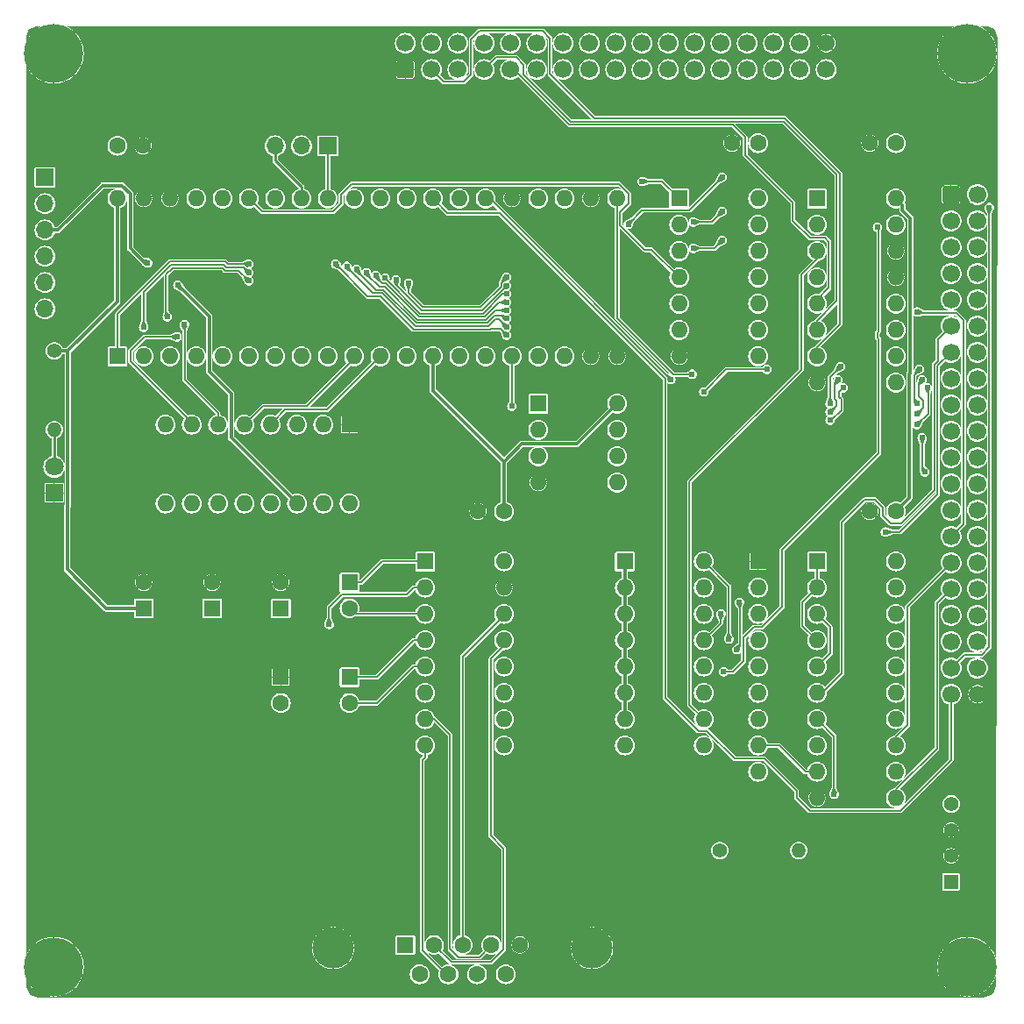
<source format=gbr>
%TF.GenerationSoftware,KiCad,Pcbnew,8.0.4*%
%TF.CreationDate,2024-09-09T16:13:34+02:00*%
%TF.ProjectId,serial_io_board,73657269-616c-45f6-996f-5f626f617264,1.8*%
%TF.SameCoordinates,Original*%
%TF.FileFunction,Copper,L2,Bot*%
%TF.FilePolarity,Positive*%
%FSLAX46Y46*%
G04 Gerber Fmt 4.6, Leading zero omitted, Abs format (unit mm)*
G04 Created by KiCad (PCBNEW 8.0.4) date 2024-09-09 16:13:34*
%MOMM*%
%LPD*%
G01*
G04 APERTURE LIST*
G04 Aperture macros list*
%AMRoundRect*
0 Rectangle with rounded corners*
0 $1 Rounding radius*
0 $2 $3 $4 $5 $6 $7 $8 $9 X,Y pos of 4 corners*
0 Add a 4 corners polygon primitive as box body*
4,1,4,$2,$3,$4,$5,$6,$7,$8,$9,$2,$3,0*
0 Add four circle primitives for the rounded corners*
1,1,$1+$1,$2,$3*
1,1,$1+$1,$4,$5*
1,1,$1+$1,$6,$7*
1,1,$1+$1,$8,$9*
0 Add four rect primitives between the rounded corners*
20,1,$1+$1,$2,$3,$4,$5,0*
20,1,$1+$1,$4,$5,$6,$7,0*
20,1,$1+$1,$6,$7,$8,$9,0*
20,1,$1+$1,$8,$9,$2,$3,0*%
G04 Aperture macros list end*
%TA.AperFunction,ComponentPad*%
%ADD10R,1.600000X1.600000*%
%TD*%
%TA.AperFunction,ComponentPad*%
%ADD11O,1.600000X1.600000*%
%TD*%
%TA.AperFunction,ComponentPad*%
%ADD12C,1.400000*%
%TD*%
%TA.AperFunction,ComponentPad*%
%ADD13O,1.400000X1.400000*%
%TD*%
%TA.AperFunction,ComponentPad*%
%ADD14C,5.700000*%
%TD*%
%TA.AperFunction,ComponentPad*%
%ADD15C,1.600000*%
%TD*%
%TA.AperFunction,ComponentPad*%
%ADD16R,1.700000X1.700000*%
%TD*%
%TA.AperFunction,ComponentPad*%
%ADD17O,1.700000X1.700000*%
%TD*%
%TA.AperFunction,ComponentPad*%
%ADD18C,4.000000*%
%TD*%
%TA.AperFunction,ComponentPad*%
%ADD19RoundRect,0.250000X-0.600000X-0.600000X0.600000X-0.600000X0.600000X0.600000X-0.600000X0.600000X0*%
%TD*%
%TA.AperFunction,ComponentPad*%
%ADD20C,1.700000*%
%TD*%
%TA.AperFunction,ComponentPad*%
%ADD21R,1.800000X1.800000*%
%TD*%
%TA.AperFunction,ComponentPad*%
%ADD22C,1.800000*%
%TD*%
%TA.AperFunction,ComponentPad*%
%ADD23R,1.408000X1.408000*%
%TD*%
%TA.AperFunction,ComponentPad*%
%ADD24C,1.408000*%
%TD*%
%TA.AperFunction,ComponentPad*%
%ADD25RoundRect,0.250000X0.600000X-0.600000X0.600000X0.600000X-0.600000X0.600000X-0.600000X-0.600000X0*%
%TD*%
%TA.AperFunction,ViaPad*%
%ADD26C,0.610000*%
%TD*%
%TA.AperFunction,Conductor*%
%ADD27C,0.152400*%
%TD*%
%TA.AperFunction,Conductor*%
%ADD28C,0.304800*%
%TD*%
%TA.AperFunction,Conductor*%
%ADD29C,0.250000*%
%TD*%
G04 APERTURE END LIST*
D10*
%TO.P,U1,1*%
%TO.N,/UART_INT*%
X89305000Y-42936000D03*
D11*
%TO.P,U1,2*%
%TO.N,/~{UART_INT}*%
X89305000Y-45476000D03*
%TO.P,U1,3*%
%TO.N,/~{RESET}*%
X89305000Y-48016000D03*
%TO.P,U1,4*%
%TO.N,/UART_RESET*%
X89305000Y-50556000D03*
%TO.P,U1,5*%
%TO.N,unconnected-(U1-Pad5)*%
X89305000Y-53096000D03*
%TO.P,U1,6*%
%TO.N,unconnected-(U1-Pad6)*%
X89305000Y-55636000D03*
%TO.P,U1,7,GND*%
%TO.N,/GND*%
X89305000Y-58176000D03*
%TO.P,U1,8*%
%TO.N,unconnected-(U1-Pad8)*%
X96925000Y-58176000D03*
%TO.P,U1,9*%
%TO.N,unconnected-(U1-Pad9)*%
X96925000Y-55636000D03*
%TO.P,U1,10*%
%TO.N,unconnected-(U1-Pad10)*%
X96925000Y-53096000D03*
%TO.P,U1,11*%
%TO.N,unconnected-(U1-Pad11)*%
X96925000Y-50556000D03*
%TO.P,U1,12*%
%TO.N,unconnected-(U1-Pad12)*%
X96925000Y-48016000D03*
%TO.P,U1,13*%
%TO.N,unconnected-(U1-Pad13)*%
X96925000Y-45476000D03*
%TO.P,U1,14,VCC*%
%TO.N,/+5V*%
X96925000Y-42936000D03*
%TD*%
D12*
%TO.P,R4,1*%
%TO.N,/+5V*%
X93218000Y-105918000D03*
D13*
%TO.P,R4,2*%
%TO.N,/~{R_M1}*%
X100838000Y-105918000D03*
%TD*%
D14*
%TO.P,H1,1,1*%
%TO.N,/GND*%
X28925000Y-28925000D03*
%TD*%
D10*
%TO.P,CP5,1*%
%TO.N,Net-(U5-C1+)*%
X57476000Y-80010000D03*
D15*
%TO.P,CP5,2*%
%TO.N,Net-(U5-C1-)*%
X57476000Y-82510000D03*
%TD*%
D10*
%TO.P,CP1,1*%
%TO.N,/+5V*%
X37592000Y-82510000D03*
D15*
%TO.P,CP1,2*%
%TO.N,/GND*%
X37592000Y-80010000D03*
%TD*%
D10*
%TO.P,X1,1,EN*%
%TO.N,unconnected-(X1-EN-Pad1)*%
X75692000Y-62748000D03*
D11*
%TO.P,X1,2*%
%TO.N,N/C*%
X75692000Y-65288000D03*
%TO.P,X1,3*%
X75692000Y-67828000D03*
%TO.P,X1,4,GND*%
%TO.N,/GND*%
X75692000Y-70368000D03*
%TO.P,X1,5,OUT*%
%TO.N,/UART_CLK*%
X83312000Y-70368000D03*
%TO.P,X1,6*%
%TO.N,N/C*%
X83312000Y-67828000D03*
%TO.P,X1,7*%
X83312000Y-65288000D03*
%TO.P,X1,8,Vcc*%
%TO.N,/+5V*%
X83312000Y-62748000D03*
%TD*%
D15*
%TO.P,C5,1*%
%TO.N,/+5V*%
X72390000Y-73152000D03*
%TO.P,C5,2*%
%TO.N,/GND*%
X69890000Y-73152000D03*
%TD*%
D10*
%TO.P,RN1,1,common*%
%TO.N,/GND*%
X96925000Y-77978000D03*
D11*
%TO.P,RN1,2,R1*%
%TO.N,/R_A7*%
X96925000Y-80518000D03*
%TO.P,RN1,3,R2*%
%TO.N,/R_A6*%
X96925000Y-83058000D03*
%TO.P,RN1,4,R3*%
%TO.N,/R_A5*%
X96925000Y-85598000D03*
%TO.P,RN1,5,R4*%
%TO.N,/~{R_IORQ}*%
X96925000Y-88138000D03*
%TO.P,RN1,6,R5*%
%TO.N,unconnected-(RN1-R5-Pad6)*%
X96925000Y-90678000D03*
%TO.P,RN1,7,R6*%
%TO.N,/R_A4*%
X96925000Y-93218000D03*
%TO.P,RN1,8,R7*%
%TO.N,/R_A3*%
X96925000Y-95758000D03*
%TO.P,RN1,9,R8*%
%TO.N,unconnected-(RN1-R8-Pad9)*%
X96925000Y-98298000D03*
%TD*%
D16*
%TO.P,J4,1,Pin_1*%
%TO.N,/~{UART_RTS}*%
X55372000Y-37846000D03*
D17*
%TO.P,J4,2,Pin_2*%
%TO.N,/~{FTDI_DTR}*%
X52832000Y-37846000D03*
%TO.P,J4,3,Pin_3*%
%TO.N,/~{UART_DTR}*%
X50292000Y-37846000D03*
%TD*%
D18*
%TO.P,J7,0,PAD*%
%TO.N,/GND*%
X55905000Y-115316000D03*
X80905000Y-115316000D03*
D10*
%TO.P,J7,1,1*%
%TO.N,unconnected-(J7-Pad1)*%
X62865000Y-115016000D03*
D15*
%TO.P,J7,2,2*%
%TO.N,/S_RX*%
X65635000Y-115016000D03*
%TO.P,J7,3,3*%
%TO.N,/S_TX*%
X68405000Y-115016000D03*
%TO.P,J7,4,4*%
%TO.N,/S_DTR*%
X71175000Y-115016000D03*
%TO.P,J7,5,5*%
%TO.N,/GND*%
X73945000Y-115016000D03*
%TO.P,J7,6,6*%
%TO.N,unconnected-(J7-Pad6)*%
X64250000Y-117856000D03*
%TO.P,J7,7,7*%
%TO.N,/S_RTS*%
X67020000Y-117856000D03*
%TO.P,J7,8,8*%
%TO.N,unconnected-(J7-Pad8)*%
X69790000Y-117856000D03*
%TO.P,J7,9,9*%
%TO.N,unconnected-(J7-Pad9)*%
X72560000Y-117856000D03*
%TD*%
D12*
%TO.P,R1,1*%
%TO.N,/+5V*%
X28956000Y-57658000D03*
D13*
%TO.P,R1,2*%
%TO.N,Net-(D1-A)*%
X28956000Y-65278000D03*
%TD*%
D14*
%TO.P,H2,1,1*%
%TO.N,/GND*%
X117125000Y-28925000D03*
%TD*%
D10*
%TO.P,CP6,1*%
%TO.N,Net-(U5-C2+)*%
X57476000Y-89154000D03*
D15*
%TO.P,CP6,2*%
%TO.N,Net-(U5-C2-)*%
X57476000Y-91654000D03*
%TD*%
D16*
%TO.P,J6,1,Pin_1*%
%TO.N,Net-(J6-Pin_1)*%
X28067000Y-40894000D03*
D17*
%TO.P,J6,2,Pin_2*%
%TO.N,/~{CTS}*%
X28067000Y-43434000D03*
%TO.P,J6,3,Pin_3*%
%TO.N,/FTDI_VCC*%
X28067000Y-45974000D03*
%TO.P,J6,4,Pin_4*%
%TO.N,/TX*%
X28067000Y-48514000D03*
%TO.P,J6,5,Pin_5*%
%TO.N,/RX*%
X28067000Y-51054000D03*
%TO.P,J6,6,Pin_6*%
%TO.N,/~{DTR}*%
X28067000Y-53594000D03*
%TD*%
D10*
%TO.P,CP7,1*%
%TO.N,/GND*%
X50836000Y-89154000D03*
D15*
%TO.P,CP7,2*%
%TO.N,Net-(U5-VS-)*%
X50836000Y-91654000D03*
%TD*%
D19*
%TO.P,J1,1,Pin_1*%
%TO.N,/GND*%
X115570000Y-42545000D03*
D20*
%TO.P,J1,2,Pin_2*%
%TO.N,/~{NMI}*%
X118110000Y-42545000D03*
%TO.P,J1,3,Pin_3*%
%TO.N,/~{RESET}*%
X115570000Y-45085000D03*
%TO.P,J1,4,Pin_4*%
%TO.N,/B_D7*%
X118110000Y-45085000D03*
%TO.P,J1,5,Pin_5*%
%TO.N,/BUS_CLK*%
X115570000Y-47625000D03*
%TO.P,J1,6,Pin_6*%
%TO.N,/B_D6*%
X118110000Y-47625000D03*
%TO.P,J1,7,Pin_7*%
%TO.N,/~{WAIT}*%
X115570000Y-50165000D03*
%TO.P,J1,8,Pin_8*%
%TO.N,/B_D5*%
X118110000Y-50165000D03*
%TO.P,J1,9,Pin_9*%
%TO.N,/CPU_CLK*%
X115570000Y-52705000D03*
%TO.P,J1,10,Pin_10*%
%TO.N,/B_D4*%
X118110000Y-52705000D03*
%TO.P,J1,11,Pin_11*%
%TO.N,/~{B_M1}*%
X115570000Y-55245000D03*
%TO.P,J1,12,Pin_12*%
%TO.N,/B_D3*%
X118110000Y-55245000D03*
%TO.P,J1,13,Pin_13*%
%TO.N,/~{B_IORQ}*%
X115570000Y-57785000D03*
%TO.P,J1,14,Pin_14*%
%TO.N,/B_D2*%
X118110000Y-57785000D03*
%TO.P,J1,15,Pin_15*%
%TO.N,/~{B_MREQ}*%
X115570000Y-60325000D03*
%TO.P,J1,16,Pin_16*%
%TO.N,/B_D1*%
X118110000Y-60325000D03*
%TO.P,J1,17,Pin_17*%
%TO.N,/~{B_WR}*%
X115570000Y-62865000D03*
%TO.P,J1,18,Pin_18*%
%TO.N,/B_D0*%
X118110000Y-62865000D03*
%TO.P,J1,19,Pin_19*%
%TO.N,/~{B_RD}*%
X115570000Y-65405000D03*
%TO.P,J1,20,Pin_20*%
%TO.N,/B_A15*%
X118110000Y-65405000D03*
%TO.P,J1,21,Pin_21*%
%TO.N,/~{B_BUSACK}*%
X115570000Y-67945000D03*
%TO.P,J1,22,Pin_22*%
%TO.N,/B_A14*%
X118110000Y-67945000D03*
%TO.P,J1,23,Pin_23*%
%TO.N,/~{B_RFSH}*%
X115570000Y-70485000D03*
%TO.P,J1,24,Pin_24*%
%TO.N,/B_A13*%
X118110000Y-70485000D03*
%TO.P,J1,25,Pin_25*%
%TO.N,/~{BUSREQ}*%
X115570000Y-73025000D03*
%TO.P,J1,26,Pin_26*%
%TO.N,/B_A12*%
X118110000Y-73025000D03*
%TO.P,J1,27,Pin_27*%
%TO.N,/~{INT}*%
X115570000Y-75565000D03*
%TO.P,J1,28,Pin_28*%
%TO.N,/B_A11*%
X118110000Y-75565000D03*
%TO.P,J1,29,Pin_29*%
%TO.N,/B_A5*%
X115570000Y-78105000D03*
%TO.P,J1,30,Pin_30*%
%TO.N,/B_A10*%
X118110000Y-78105000D03*
%TO.P,J1,31,Pin_31*%
%TO.N,/B_A4*%
X115570000Y-80645000D03*
%TO.P,J1,32,Pin_32*%
%TO.N,/B_A9*%
X118110000Y-80645000D03*
%TO.P,J1,33,Pin_33*%
%TO.N,/B_A3*%
X115570000Y-83185000D03*
%TO.P,J1,34,Pin_34*%
%TO.N,/B_A8*%
X118110000Y-83185000D03*
%TO.P,J1,35,Pin_35*%
%TO.N,/B_A2*%
X115570000Y-85725000D03*
%TO.P,J1,36,Pin_36*%
%TO.N,/B_A7*%
X118110000Y-85725000D03*
%TO.P,J1,37,Pin_37*%
%TO.N,/B_A1*%
X115570000Y-88265000D03*
%TO.P,J1,38,Pin_38*%
%TO.N,/B_A6*%
X118110000Y-88265000D03*
%TO.P,J1,39,Pin_39*%
%TO.N,/B_A0*%
X115570000Y-90805000D03*
%TO.P,J1,40,Pin_40*%
%TO.N,/GND*%
X118110000Y-90805000D03*
%TD*%
D10*
%TO.P,U5,1,C1+*%
%TO.N,Net-(U5-C1+)*%
X64770000Y-77978000D03*
D11*
%TO.P,U5,2,VS+*%
%TO.N,Net-(U5-VS+)*%
X64770000Y-80518000D03*
%TO.P,U5,3,C1-*%
%TO.N,Net-(U5-C1-)*%
X64770000Y-83058000D03*
%TO.P,U5,4,C2+*%
%TO.N,Net-(U5-C2+)*%
X64770000Y-85598000D03*
%TO.P,U5,5,C2-*%
%TO.N,Net-(U5-C2-)*%
X64770000Y-88138000D03*
%TO.P,U5,6,VS-*%
%TO.N,Net-(U5-VS-)*%
X64770000Y-90678000D03*
%TO.P,U5,7,T2OUT*%
%TO.N,/S_DTR*%
X64770000Y-93218000D03*
%TO.P,U5,8,R2IN*%
%TO.N,/S_RTS*%
X64770000Y-95758000D03*
%TO.P,U5,9,R2OUT*%
%TO.N,/~{RTS}*%
X72390000Y-95758000D03*
%TO.P,U5,10,T2IN*%
%TO.N,/~{DTR}*%
X72390000Y-93218000D03*
%TO.P,U5,11,T1IN*%
%TO.N,/TX*%
X72390000Y-90678000D03*
%TO.P,U5,12,R1OUT*%
%TO.N,/RX*%
X72390000Y-88138000D03*
%TO.P,U5,13,R1IN*%
%TO.N,/S_RX*%
X72390000Y-85598000D03*
%TO.P,U5,14,T1OUT*%
%TO.N,/S_TX*%
X72390000Y-83058000D03*
%TO.P,U5,15,GND*%
%TO.N,/GND*%
X72390000Y-80518000D03*
%TO.P,U5,16,VCC*%
%TO.N,/+5V*%
X72390000Y-77978000D03*
%TD*%
D21*
%TO.P,D1,1,K*%
%TO.N,/GND*%
X28956000Y-71374000D03*
D22*
%TO.P,D1,2,A*%
%TO.N,Net-(D1-A)*%
X28956000Y-68834000D03*
%TD*%
D10*
%TO.P,U3,1,G*%
%TO.N,/~{B_IORQ}*%
X102616000Y-77978000D03*
D11*
%TO.P,U3,2,P0*%
X102616000Y-80518000D03*
%TO.P,U3,3,R0*%
%TO.N,/~{R_IORQ}*%
X102616000Y-83058000D03*
%TO.P,U3,4,P1*%
%TO.N,/~{B_IORQ}*%
X102616000Y-85598000D03*
%TO.P,U3,5,R1*%
%TO.N,/~{R_IORQ}*%
X102616000Y-88138000D03*
%TO.P,U3,6,P2*%
%TO.N,/~{B_M1}*%
X102616000Y-90678000D03*
%TO.P,U3,7,R2*%
%TO.N,/~{R_M1}*%
X102616000Y-93218000D03*
%TO.P,U3,8,P3*%
%TO.N,/B_A3*%
X102616000Y-95758000D03*
%TO.P,U3,9,R3*%
%TO.N,/R_A3*%
X102616000Y-98298000D03*
%TO.P,U3,10,GND*%
%TO.N,/GND*%
X102616000Y-100838000D03*
%TO.P,U3,11,P4*%
%TO.N,/B_A4*%
X110236000Y-100838000D03*
%TO.P,U3,12,R4*%
%TO.N,/R_A4*%
X110236000Y-98298000D03*
%TO.P,U3,13,P5*%
%TO.N,/B_A5*%
X110236000Y-95758000D03*
%TO.P,U3,14,R5*%
%TO.N,/R_A5*%
X110236000Y-93218000D03*
%TO.P,U3,15,P6*%
%TO.N,/B_A6*%
X110236000Y-90678000D03*
%TO.P,U3,16,R6*%
%TO.N,/R_A6*%
X110236000Y-88138000D03*
%TO.P,U3,17,P7*%
%TO.N,/B_A7*%
X110236000Y-85598000D03*
%TO.P,U3,18,R7*%
%TO.N,/R_A7*%
X110236000Y-83058000D03*
%TO.P,U3,19,P=R*%
%TO.N,/~{UART_CS}*%
X110236000Y-80518000D03*
%TO.P,U3,20,VCC*%
%TO.N,/+5V*%
X110236000Y-77978000D03*
%TD*%
D15*
%TO.P,C1,1*%
%TO.N,/+5V*%
X96925000Y-37592000D03*
%TO.P,C1,2*%
%TO.N,/GND*%
X94425000Y-37592000D03*
%TD*%
D10*
%TO.P,U2,1,E*%
%TO.N,/~{UART_INT}*%
X102616000Y-42936000D03*
D11*
%TO.P,U2,2,A0*%
%TO.N,/IRQ0_S*%
X102616000Y-45476000D03*
%TO.P,U2,3,A1*%
%TO.N,/IRQ1_S*%
X102616000Y-48016000D03*
%TO.P,U2,4,O0*%
%TO.N,/~{INT}*%
X102616000Y-50556000D03*
%TO.P,U2,5,O1*%
%TO.N,/~{INT4}*%
X102616000Y-53096000D03*
%TO.P,U2,6,O2*%
%TO.N,/~{INT5}*%
X102616000Y-55636000D03*
%TO.P,U2,7,O3*%
%TO.N,/~{INT7}*%
X102616000Y-58176000D03*
%TO.P,U2,8,GND*%
%TO.N,/GND*%
X102616000Y-60716000D03*
%TO.P,U2,9,O3*%
%TO.N,unconnected-(U2B-O3-Pad9)*%
X110236000Y-60716000D03*
%TO.P,U2,10,O2*%
%TO.N,unconnected-(U2B-O2-Pad10)*%
X110236000Y-58176000D03*
%TO.P,U2,11,O1*%
%TO.N,unconnected-(U2B-O1-Pad11)*%
X110236000Y-55636000D03*
%TO.P,U2,12,O0*%
%TO.N,unconnected-(U2B-O0-Pad12)*%
X110236000Y-53096000D03*
%TO.P,U2,13,A1*%
%TO.N,/GND*%
X110236000Y-50556000D03*
%TO.P,U2,14,A0*%
X110236000Y-48016000D03*
%TO.P,U2,15,E*%
%TO.N,/+5V*%
X110236000Y-45476000D03*
%TO.P,U2,16,VCC*%
X110236000Y-42936000D03*
%TD*%
%TO.P,SW1,16*%
%TO.N,/R_A3*%
X91684000Y-77978000D03*
%TO.P,SW1,15*%
%TO.N,/R_A4*%
X91684000Y-80518000D03*
%TO.P,SW1,14*%
%TO.N,/R_A5*%
X91684000Y-83058000D03*
%TO.P,SW1,13*%
%TO.N,/R_A6*%
X91684000Y-85598000D03*
%TO.P,SW1,12*%
%TO.N,/R_A7*%
X91684000Y-88138000D03*
%TO.P,SW1,11*%
%TO.N,/IRQ0_S*%
X91684000Y-90678000D03*
%TO.P,SW1,10*%
%TO.N,/IRQ1_S*%
X91684000Y-93218000D03*
%TO.P,SW1,9*%
%TO.N,unconnected-(SW1-Pad9)*%
X91684000Y-95758000D03*
%TO.P,SW1,8*%
%TO.N,unconnected-(SW1-Pad8)*%
X84064000Y-95758000D03*
%TO.P,SW1,7*%
%TO.N,/+5V*%
X84064000Y-93218000D03*
%TO.P,SW1,6*%
X84064000Y-90678000D03*
%TO.P,SW1,5*%
X84064000Y-88138000D03*
%TO.P,SW1,4*%
X84064000Y-85598000D03*
%TO.P,SW1,3*%
X84064000Y-83058000D03*
%TO.P,SW1,2*%
X84064000Y-80518000D03*
D10*
%TO.P,SW1,1*%
X84064000Y-77978000D03*
%TD*%
%TO.P,CP2,1*%
%TO.N,/+5V*%
X44196000Y-82510000D03*
D15*
%TO.P,CP2,2*%
%TO.N,/GND*%
X44196000Y-80010000D03*
%TD*%
%TO.P,C2,1*%
%TO.N,/+5V*%
X110236000Y-37592000D03*
%TO.P,C2,2*%
%TO.N,/GND*%
X107736000Y-37592000D03*
%TD*%
%TO.P,C3,1*%
%TO.N,/+5V*%
X110236000Y-73152000D03*
%TO.P,C3,2*%
%TO.N,/GND*%
X107736000Y-73152000D03*
%TD*%
D10*
%TO.P,CP8,1*%
%TO.N,Net-(U5-VS+)*%
X50836000Y-82510000D03*
D15*
%TO.P,CP8,2*%
%TO.N,/GND*%
X50836000Y-80010000D03*
%TD*%
D23*
%TO.P,J3,1,Pin_1*%
%TO.N,unconnected-(J3-Pin_1-Pad1)*%
X115570000Y-108906000D03*
D24*
%TO.P,J3,2,Pin_2*%
%TO.N,/GND*%
X115570000Y-106406000D03*
%TO.P,J3,3,Pin_3*%
X115570000Y-103906000D03*
%TO.P,J3,4,Pin_4*%
%TO.N,/+5V*%
X115570000Y-101406000D03*
%TD*%
D14*
%TO.P,H4,1,1*%
%TO.N,/GND*%
X28925000Y-117125000D03*
%TD*%
D25*
%TO.P,J2,1,Pin_1*%
%TO.N,/GND*%
X62865000Y-30480000D03*
D20*
%TO.P,J2,2,Pin_2*%
%TO.N,/USER15*%
X62865000Y-27940000D03*
%TO.P,J2,3,Pin_3*%
%TO.N,/~{INT7}*%
X65405000Y-30480000D03*
%TO.P,J2,4,Pin_4*%
%TO.N,/USER14*%
X65405000Y-27940000D03*
%TO.P,J2,5,Pin_5*%
%TO.N,/~{INT6}*%
X67945000Y-30480000D03*
%TO.P,J2,6,Pin_6*%
%TO.N,/USER13*%
X67945000Y-27940000D03*
%TO.P,J2,7,Pin_7*%
%TO.N,/~{INT5}*%
X70485000Y-30480000D03*
%TO.P,J2,8,Pin_8*%
%TO.N,/USER12*%
X70485000Y-27940000D03*
%TO.P,J2,9,Pin_9*%
%TO.N,/~{INT4}*%
X73025000Y-30480000D03*
%TO.P,J2,10,Pin_10*%
%TO.N,/USER11*%
X73025000Y-27940000D03*
%TO.P,J2,11,Pin_11*%
%TO.N,/~{INT3}*%
X75565000Y-30480000D03*
%TO.P,J2,12,Pin_12*%
%TO.N,/USER10*%
X75565000Y-27940000D03*
%TO.P,J2,13,Pin_13*%
%TO.N,/~{INT2}*%
X78105000Y-30480000D03*
%TO.P,J2,14,Pin_14*%
%TO.N,/USER9*%
X78105000Y-27940000D03*
%TO.P,J2,15,Pin_15*%
%TO.N,/~{INT1}*%
X80645000Y-30480000D03*
%TO.P,J2,16,Pin_16*%
%TO.N,/USER8*%
X80645000Y-27940000D03*
%TO.P,J2,17,Pin_17*%
%TO.N,/~{INT0}*%
X83185000Y-30480000D03*
%TO.P,J2,18,Pin_18*%
%TO.N,/USER7*%
X83185000Y-27940000D03*
%TO.P,J2,19,Pin_19*%
%TO.N,/M_A21*%
X85725000Y-30480000D03*
%TO.P,J2,20,Pin_20*%
%TO.N,/USER6*%
X85725000Y-27940000D03*
%TO.P,J2,21,Pin_21*%
%TO.N,/M_A20*%
X88265000Y-30480000D03*
%TO.P,J2,22,Pin_22*%
%TO.N,/USER5*%
X88265000Y-27940000D03*
%TO.P,J2,23,Pin_23*%
%TO.N,/M_A19*%
X90805000Y-30480000D03*
%TO.P,J2,24,Pin_24*%
%TO.N,/USER4*%
X90805000Y-27940000D03*
%TO.P,J2,25,Pin_25*%
%TO.N,/M_A18*%
X93345000Y-30480000D03*
%TO.P,J2,26,Pin_26*%
%TO.N,/USER3*%
X93345000Y-27940000D03*
%TO.P,J2,27,Pin_27*%
%TO.N,/M_A17*%
X95885000Y-30480000D03*
%TO.P,J2,28,Pin_28*%
%TO.N,/USER2*%
X95885000Y-27940000D03*
%TO.P,J2,29,Pin_29*%
%TO.N,/M_A16*%
X98425000Y-30480000D03*
%TO.P,J2,30,Pin_30*%
%TO.N,/USER1*%
X98425000Y-27940000D03*
%TO.P,J2,31,Pin_31*%
%TO.N,/M_A15*%
X100965000Y-30480000D03*
%TO.P,J2,32,Pin_32*%
%TO.N,/USER0*%
X100965000Y-27940000D03*
%TO.P,J2,33,Pin_33*%
%TO.N,/M_A14*%
X103505000Y-30480000D03*
%TO.P,J2,34,Pin_34*%
%TO.N,/GND*%
X103505000Y-27940000D03*
%TD*%
D15*
%TO.P,C4,1*%
%TO.N,/+5V*%
X35052000Y-37846000D03*
%TO.P,C4,2*%
%TO.N,/GND*%
X37552000Y-37846000D03*
%TD*%
D10*
%TO.P,SW2,1*%
%TO.N,/GND*%
X57476000Y-64770000D03*
D11*
%TO.P,SW2,2*%
%TO.N,/~{UART_CTS}*%
X54936000Y-64770000D03*
%TO.P,SW2,3*%
%TO.N,/+5V*%
X52396000Y-64770000D03*
%TO.P,SW2,4*%
%TO.N,/UART_SOUT*%
X49856000Y-64770000D03*
%TO.P,SW2,5*%
%TO.N,/UART_SIN*%
X47316000Y-64770000D03*
%TO.P,SW2,6*%
%TO.N,/~{FTDI_DTR}*%
X44776000Y-64770000D03*
%TO.P,SW2,7*%
%TO.N,/~{UART_RTS}*%
X42236000Y-64770000D03*
%TO.P,SW2,8*%
%TO.N,unconnected-(SW2-Pad8)*%
X39696000Y-64770000D03*
%TO.P,SW2,9*%
%TO.N,unconnected-(SW2-Pad9)*%
X39696000Y-72390000D03*
%TO.P,SW2,10*%
%TO.N,/~{RTS}*%
X42236000Y-72390000D03*
%TO.P,SW2,11*%
%TO.N,/~{DTR}*%
X44776000Y-72390000D03*
%TO.P,SW2,12*%
%TO.N,/RX*%
X47316000Y-72390000D03*
%TO.P,SW2,13*%
%TO.N,/TX*%
X49856000Y-72390000D03*
%TO.P,SW2,14*%
%TO.N,/FTDI_VCC*%
X52396000Y-72390000D03*
%TO.P,SW2,15*%
%TO.N,/~{CTS}*%
X54936000Y-72390000D03*
%TO.P,SW2,16*%
%TO.N,Net-(J6-Pin_1)*%
X57476000Y-72390000D03*
%TD*%
D14*
%TO.P,H3,1,1*%
%TO.N,/GND*%
X117125000Y-117125000D03*
%TD*%
D10*
%TO.P,U4,1,D0*%
%TO.N,/B_D0*%
X35052000Y-58176000D03*
D11*
%TO.P,U4,2,D1*%
%TO.N,/B_D1*%
X37592000Y-58176000D03*
%TO.P,U4,3,D2*%
%TO.N,/B_D2*%
X40132000Y-58176000D03*
%TO.P,U4,4,D3*%
%TO.N,/B_D3*%
X42672000Y-58176000D03*
%TO.P,U4,5,D4*%
%TO.N,/B_D4*%
X45212000Y-58176000D03*
%TO.P,U4,6,D5*%
%TO.N,/B_D5*%
X47752000Y-58176000D03*
%TO.P,U4,7,D6*%
%TO.N,/B_D6*%
X50292000Y-58176000D03*
%TO.P,U4,8,D7*%
%TO.N,/B_D7*%
X52832000Y-58176000D03*
%TO.P,U4,9,RCLK*%
%TO.N,/~{BAUDOUT}*%
X55372000Y-58176000D03*
%TO.P,U4,10,SIN*%
%TO.N,/UART_SIN*%
X57912000Y-58176000D03*
%TO.P,U4,11,SOUT*%
%TO.N,/UART_SOUT*%
X60452000Y-58176000D03*
%TO.P,U4,12,CS0*%
%TO.N,/+5V*%
X62992000Y-58176000D03*
%TO.P,U4,13,CS1*%
X65532000Y-58176000D03*
%TO.P,U4,14,~{CS2}*%
%TO.N,/~{UART_CS}*%
X68072000Y-58176000D03*
%TO.P,U4,15,~{BAUDOUT}*%
%TO.N,/~{BAUDOUT}*%
X70612000Y-58176000D03*
%TO.P,U4,16,XIN*%
%TO.N,/UART_CLK*%
X73152000Y-58176000D03*
%TO.P,U4,17,XOUT*%
%TO.N,unconnected-(U4-XOUT-Pad17)*%
X75692000Y-58176000D03*
%TO.P,U4,18,~{WR}*%
%TO.N,/~{B_WR}*%
X78232000Y-58176000D03*
%TO.P,U4,19,WR*%
%TO.N,/GND*%
X80772000Y-58176000D03*
%TO.P,U4,20,GND*%
X83312000Y-58176000D03*
%TO.P,U4,21,~{RD}*%
%TO.N,/~{B_RD}*%
X83312000Y-42936000D03*
%TO.P,U4,22,RD*%
%TO.N,/GND*%
X80772000Y-42936000D03*
%TO.P,U4,23,DDIS*%
%TO.N,unconnected-(U4-DDIS-Pad23)*%
X78232000Y-42936000D03*
%TO.P,U4,24,~{TXRDY}*%
%TO.N,unconnected-(U4-~{TXRDY}-Pad24)*%
X75692000Y-42936000D03*
%TO.P,U4,25,~{ADS}*%
%TO.N,/GND*%
X73152000Y-42936000D03*
%TO.P,U4,26,A2*%
%TO.N,/B_A2*%
X70612000Y-42936000D03*
%TO.P,U4,27,A1*%
%TO.N,/B_A1*%
X68072000Y-42936000D03*
%TO.P,U4,28,A0*%
%TO.N,/B_A0*%
X65532000Y-42936000D03*
%TO.P,U4,29,~{RXRDY}*%
%TO.N,unconnected-(U4-~{RXRDY}-Pad29)*%
X62992000Y-42936000D03*
%TO.P,U4,30,INTR*%
%TO.N,/UART_INT*%
X60452000Y-42936000D03*
%TO.P,U4,31,~{OUT2}*%
%TO.N,unconnected-(U4-~{OUT2}-Pad31)*%
X57912000Y-42936000D03*
%TO.P,U4,32,~{RTS}*%
%TO.N,/~{UART_RTS}*%
X55372000Y-42936000D03*
%TO.P,U4,33,~{DTR}*%
%TO.N,/~{UART_DTR}*%
X52832000Y-42936000D03*
%TO.P,U4,34,~{OUT1}*%
%TO.N,unconnected-(U4-~{OUT1}-Pad34)*%
X50292000Y-42936000D03*
%TO.P,U4,35,MR*%
%TO.N,/UART_RESET*%
X47752000Y-42936000D03*
%TO.P,U4,36,~{CTS}*%
%TO.N,/~{UART_CTS}*%
X45212000Y-42936000D03*
%TO.P,U4,37,~{DSR}*%
%TO.N,unconnected-(U4-~{DSR}-Pad37)*%
X42672000Y-42936000D03*
%TO.P,U4,38,~{DCD}*%
%TO.N,/GND*%
X40132000Y-42936000D03*
%TO.P,U4,39,~{RI}*%
X37592000Y-42936000D03*
%TO.P,U4,40,VCC*%
%TO.N,/+5V*%
X35052000Y-42936000D03*
%TD*%
D26*
%TO.N,/GND*%
X52832000Y-76200000D03*
X114173000Y-55626000D03*
X112522000Y-56515000D03*
X113665000Y-58420000D03*
%TO.N,/R_A6*%
X93345000Y-83058000D03*
%TO.N,/R_A4*%
X95123000Y-81915000D03*
X94869000Y-86487000D03*
%TO.N,/R_A3*%
X94107000Y-85471000D03*
%TO.N,/~{R_M1}*%
X104267000Y-100457000D03*
%TO.N,/B_D1*%
X37592000Y-55372000D03*
%TO.N,/FTDI_VCC*%
X40894000Y-51308000D03*
%TO.N,/~{FTDI_DTR}*%
X41529000Y-55118000D03*
%TO.N,/GND*%
X90678000Y-56134000D03*
X90678000Y-53848000D03*
X91313000Y-51943000D03*
X91313000Y-49149000D03*
X91694000Y-44196000D03*
X76708000Y-51943000D03*
X85217000Y-51562000D03*
X92456000Y-86868000D03*
X93091000Y-81915000D03*
X50800000Y-73660000D03*
X61468000Y-80137000D03*
X48006000Y-66294000D03*
X46736000Y-70866000D03*
X42799000Y-56515000D03*
X43434000Y-60833000D03*
X103886000Y-52578000D03*
X101981000Y-51816000D03*
X103886000Y-54610000D03*
X108966000Y-56134000D03*
X92837000Y-63627000D03*
X99314000Y-69977000D03*
X113284000Y-64770000D03*
X112141000Y-68961000D03*
X65786000Y-98425000D03*
X69977000Y-89281000D03*
%TO.N,/~{RESET}*%
X90678000Y-47752000D03*
X93472000Y-46990000D03*
%TO.N,/~{B_IORQ}*%
X109220000Y-75130200D03*
%TO.N,/~{B_WR}*%
X97790000Y-59436000D03*
X91694000Y-61605500D03*
%TO.N,/~{B_RD}*%
X90551000Y-59881200D03*
%TO.N,/B_D7*%
X104902000Y-59182000D03*
X72644000Y-50537479D03*
X63176559Y-51123441D03*
X103886000Y-62738000D03*
%TO.N,/B_D6*%
X72644000Y-51336982D03*
X104648000Y-60452000D03*
X61972970Y-50803030D03*
X103886000Y-63537503D03*
%TO.N,/B_D5*%
X103886000Y-64337006D03*
X72644000Y-52136485D03*
X105156000Y-61214000D03*
X60896381Y-50609619D03*
%TO.N,/B_D4*%
X112522000Y-59436000D03*
X60033594Y-50383228D03*
X112268000Y-62738000D03*
X72644000Y-52935988D03*
%TO.N,/B_D3*%
X72644000Y-53735491D03*
X59116985Y-50103015D03*
X112776000Y-60452000D03*
X112268000Y-63754000D03*
%TO.N,/B_D2*%
X58163787Y-49786213D03*
X112268000Y-64770000D03*
X39878000Y-54356000D03*
X72644000Y-54534994D03*
X113284000Y-61214000D03*
X47752000Y-50875006D03*
%TO.N,/B_D1*%
X57210589Y-49469411D03*
X72644000Y-55334497D03*
X47752000Y-50075503D03*
%TO.N,/B_D0*%
X113030000Y-69342000D03*
X56134000Y-49276000D03*
X47752000Y-49276000D03*
X112776000Y-66040000D03*
X72644000Y-56134000D03*
%TO.N,/B_A2*%
X88497400Y-60414800D03*
%TO.N,/B_A1*%
X84388589Y-45405411D03*
X119253000Y-43815000D03*
X93472000Y-40894000D03*
%TO.N,/~{INT}*%
X112276000Y-53877400D03*
%TO.N,/UART_CLK*%
X73152000Y-62992000D03*
%TO.N,/UART_INT*%
X85725000Y-41275000D03*
%TO.N,/~{UART_INT}*%
X90678000Y-45212000D03*
X93472000Y-44196000D03*
%TO.N,/IRQ0_S*%
X93608300Y-88633600D03*
X108458000Y-45720000D03*
%TO.N,Net-(U5-VS+)*%
X55499000Y-84057700D03*
%TO.N,/~{UART_RTS}*%
X40817000Y-56294200D03*
%TO.N,/FTDI_VCC*%
X37973000Y-49149000D03*
%TD*%
D27*
%TO.N,/UART_INT*%
X87644000Y-41275000D02*
X89305000Y-42936000D01*
X85725000Y-41275000D02*
X87644000Y-41275000D01*
%TO.N,Net-(U5-VS+)*%
X55499000Y-84057700D02*
X55499000Y-82423000D01*
X55499000Y-82423000D02*
X56769000Y-81153000D01*
X56769000Y-81153000D02*
X63009900Y-81153000D01*
X63009900Y-81153000D02*
X63644900Y-80518000D01*
X63644900Y-80518000D02*
X64770000Y-80518000D01*
%TO.N,/~{B_IORQ}*%
X114249800Y-59105200D02*
X115570000Y-57785000D01*
X114249800Y-71501900D02*
X114249800Y-59105200D01*
X109220000Y-75130200D02*
X110621500Y-75130200D01*
X110621500Y-75130200D02*
X114249800Y-71501900D01*
%TO.N,/~{INT}*%
X112276000Y-53877400D02*
X112373600Y-53975000D01*
X112373600Y-53975000D02*
X116062200Y-53975000D01*
X116062200Y-53975000D02*
X116754600Y-54667400D01*
X116754600Y-54667400D02*
X116754600Y-74380400D01*
X116754600Y-74380400D02*
X115570000Y-75565000D01*
%TO.N,/R_A6*%
X93345000Y-83937000D02*
X93345000Y-83058000D01*
X91684000Y-85598000D02*
X93345000Y-83937000D01*
%TO.N,/R_A3*%
X94107000Y-85471000D02*
X94107000Y-80401000D01*
X94107000Y-80401000D02*
X91684000Y-77978000D01*
%TO.N,/R_A4*%
X94869000Y-86487000D02*
X95199200Y-86156800D01*
X95199200Y-86156800D02*
X95199200Y-81991200D01*
X95199200Y-81991200D02*
X95123000Y-81915000D01*
%TO.N,/IRQ0_S*%
X95504000Y-87630000D02*
X94500400Y-88633600D01*
X96520000Y-84328000D02*
X95504000Y-85344000D01*
X108585000Y-55760375D02*
X108432400Y-55912975D01*
X99254900Y-76835900D02*
X99254900Y-82359900D01*
X99254900Y-82359900D02*
X97286800Y-84328000D01*
X108585000Y-67505800D02*
X99254900Y-76835900D01*
X108585000Y-56507625D02*
X108585000Y-67505800D01*
X95504000Y-85344000D02*
X95504000Y-87630000D01*
X108432400Y-56355025D02*
X108585000Y-56507625D01*
X108432400Y-55912975D02*
X108432400Y-56355025D01*
X97286800Y-84328000D02*
X96520000Y-84328000D01*
X108585000Y-45847000D02*
X108585000Y-55760375D01*
X94500400Y-88633600D02*
X93608300Y-88633600D01*
X108458000Y-45720000D02*
X108585000Y-45847000D01*
%TO.N,/~{R_M1}*%
X104267000Y-100457000D02*
X104267000Y-94869000D01*
X104267000Y-94869000D02*
X102616000Y-93218000D01*
%TO.N,/R_A3*%
X98950900Y-95758000D02*
X96925000Y-95758000D01*
%TO.N,/S_DTR*%
X64770000Y-93218000D02*
X65659000Y-93218000D01*
X65659000Y-93218000D02*
X67183000Y-94742000D01*
X67179100Y-96470900D02*
X67179100Y-115383000D01*
X67183000Y-94742000D02*
X67183000Y-96467000D01*
X67183000Y-96467000D02*
X67179100Y-96470900D01*
X67179100Y-115383000D02*
X67970100Y-116174000D01*
X67970100Y-116174000D02*
X70017000Y-116174000D01*
X70017000Y-116174000D02*
X71175000Y-115016000D01*
D28*
%TO.N,/+5V*%
X110236000Y-42936000D02*
X110871000Y-43571000D01*
X110871000Y-43571000D02*
X110871000Y-44069000D01*
X111531200Y-59887984D02*
X111531200Y-71856800D01*
X110871000Y-44069000D02*
X111633000Y-44831000D01*
X111633000Y-44831000D02*
X111633000Y-59786184D01*
X111531200Y-71856800D02*
X110236000Y-73152000D01*
X111633000Y-59786184D02*
X111531200Y-59887984D01*
%TO.N,/FTDI_VCC*%
X37973000Y-49149000D02*
X37719000Y-49149000D01*
X37719000Y-49149000D02*
X36322000Y-47752000D01*
X29317100Y-45974000D02*
X28067000Y-45974000D01*
X36322000Y-47752000D02*
X36322000Y-42506800D01*
X36322000Y-42506800D02*
X35503900Y-41688700D01*
X35503900Y-41688700D02*
X33602400Y-41688700D01*
X33602400Y-41688700D02*
X29317100Y-45974000D01*
X43942000Y-54356000D02*
X40894000Y-51308000D01*
X43942000Y-56320800D02*
X43942000Y-54356000D01*
D27*
%TO.N,/~{FTDI_DTR}*%
X41529000Y-55118000D02*
X41624400Y-55118000D01*
X41529000Y-55213400D02*
X41529000Y-55118000D01*
%TO.N,/UART_RESET*%
X47752000Y-42936000D02*
X49012000Y-44196000D01*
X49012000Y-44196000D02*
X55880000Y-44196000D01*
X83495991Y-41529000D02*
X84437000Y-42470009D01*
X83616800Y-45516800D02*
X85979000Y-47879000D01*
X55880000Y-44196000D02*
X56642000Y-43434000D01*
X56642000Y-43434000D02*
X56642000Y-42539000D01*
X56642000Y-42539000D02*
X57652000Y-41529000D01*
X57652000Y-41529000D02*
X83495991Y-41529000D01*
X84437000Y-42470009D02*
X84437000Y-43401991D01*
X84437000Y-43401991D02*
X83616800Y-44222191D01*
X86628000Y-47879000D02*
X89305000Y-50556000D01*
X83616800Y-44222191D02*
X83616800Y-45516800D01*
X85979000Y-47879000D02*
X86628000Y-47879000D01*
%TO.N,/~{B_IORQ}*%
X102616000Y-85598000D02*
X101219000Y-84201000D01*
X101219000Y-84201000D02*
X101219000Y-81915000D01*
X101219000Y-81915000D02*
X102616000Y-80518000D01*
%TO.N,/~{R_IORQ}*%
X102616000Y-88138000D02*
X103886000Y-86868000D01*
X103886000Y-86868000D02*
X103886000Y-84328000D01*
X103886000Y-84328000D02*
X102616000Y-83058000D01*
%TO.N,/~{B_M1}*%
X114300000Y-58623948D02*
X114300000Y-56515000D01*
X107222800Y-72011000D02*
X108200600Y-72011000D01*
X113945000Y-58978948D02*
X114300000Y-58623948D01*
X113945000Y-71102700D02*
X113945000Y-58978948D01*
X103124000Y-90678000D02*
X105035000Y-88767000D01*
X110758500Y-74289200D02*
X113945000Y-71102700D01*
X108200600Y-72011000D02*
X108986000Y-72796400D01*
X114300000Y-56515000D02*
X115570000Y-55245000D01*
X108986000Y-72796400D02*
X108986000Y-73550400D01*
X108986000Y-73550400D02*
X109724800Y-74289200D01*
X105035000Y-74198800D02*
X107222800Y-72011000D01*
X105035000Y-88767000D02*
X105035000Y-74198800D01*
X109724800Y-74289200D02*
X110758500Y-74289200D01*
X102616000Y-90678000D02*
X103124000Y-90678000D01*
%TO.N,/B_D0*%
X72644000Y-56134000D02*
X72644000Y-55868097D01*
X72644000Y-55868097D02*
X72422975Y-55868097D01*
X71068294Y-55499000D02*
X71014094Y-55553200D01*
X72422975Y-55868097D02*
X72053878Y-55499000D01*
X59220419Y-52362419D02*
X56134000Y-49276000D01*
X72053878Y-55499000D02*
X71068294Y-55499000D01*
X71014094Y-55553200D02*
X63684702Y-55553200D01*
X63684702Y-55553200D02*
X60493921Y-52362419D01*
X60493921Y-52362419D02*
X59220419Y-52362419D01*
%TO.N,/B_D1*%
X57210589Y-49469411D02*
X57210589Y-49587640D01*
X60620173Y-52057619D02*
X63810954Y-55248400D01*
X57210589Y-49587640D02*
X59680568Y-52057619D01*
X59680568Y-52057619D02*
X60620173Y-52057619D01*
X63810954Y-55248400D02*
X70887842Y-55248400D01*
X70887842Y-55248400D02*
X71526242Y-54610000D01*
X71526242Y-54610000D02*
X71919503Y-54610000D01*
X71919503Y-54610000D02*
X72644000Y-55334497D01*
%TO.N,/B_D2*%
X58163787Y-49786213D02*
X58163787Y-49904442D01*
X58163787Y-49904442D02*
X60012164Y-51752819D01*
X70761590Y-54943600D02*
X71476190Y-54229000D01*
X60012164Y-51752819D02*
X60746425Y-51752819D01*
X71476190Y-54229000D02*
X72338006Y-54229000D01*
X60746425Y-51752819D02*
X63937206Y-54943600D01*
X63937206Y-54943600D02*
X70761590Y-54943600D01*
X72338006Y-54229000D02*
X72644000Y-54534994D01*
%TO.N,/B_D3*%
X59116985Y-50103015D02*
X59116985Y-50221244D01*
X64063458Y-54638800D02*
X70635338Y-54638800D01*
X59116985Y-50221244D02*
X60343760Y-51448019D01*
X60343760Y-51448019D02*
X60872677Y-51448019D01*
X60872677Y-51448019D02*
X64063458Y-54638800D01*
X70635338Y-54638800D02*
X71538647Y-53735491D01*
X71538647Y-53735491D02*
X72644000Y-53735491D01*
%TO.N,/B_D4*%
X60033594Y-50383228D02*
X60033594Y-50501457D01*
X60998929Y-51143219D02*
X64189710Y-54334000D01*
X60033594Y-50501457D02*
X60675356Y-51143219D01*
X71907098Y-52935988D02*
X72644000Y-52935988D01*
X60675356Y-51143219D02*
X60998929Y-51143219D01*
X64189710Y-54334000D02*
X70509086Y-54334000D01*
X70509086Y-54334000D02*
X71907098Y-52935988D01*
%TO.N,/B_D7*%
X63176559Y-51123441D02*
X63176559Y-52027693D01*
X70130330Y-53419600D02*
X72110400Y-51439530D01*
X63176559Y-52027693D02*
X64568466Y-53419600D01*
X72110400Y-51439530D02*
X72110400Y-51071079D01*
X64568466Y-53419600D02*
X70130330Y-53419600D01*
X72110400Y-51071079D02*
X72644000Y-50537479D01*
%TO.N,/B_D6*%
X61972970Y-50803030D02*
X61972970Y-51255156D01*
X61972970Y-51255156D02*
X64442214Y-53724400D01*
X64442214Y-53724400D02*
X70256582Y-53724400D01*
X70256582Y-53724400D02*
X72644000Y-51336982D01*
%TO.N,/B_D5*%
X60896381Y-50609619D02*
X64315962Y-54029200D01*
X64315962Y-54029200D02*
X70382834Y-54029200D01*
X70382834Y-54029200D02*
X72275549Y-52136485D01*
X72275549Y-52136485D02*
X72644000Y-52136485D01*
%TO.N,/~{UART_RTS}*%
X42236000Y-64770000D02*
X42236000Y-64588000D01*
X42236000Y-64588000D02*
X36322000Y-58674000D01*
X36322000Y-58674000D02*
X36322000Y-57658000D01*
X36322000Y-57658000D02*
X37685800Y-56294200D01*
X37685800Y-56294200D02*
X40817000Y-56294200D01*
%TO.N,/IRQ1_S*%
X91684000Y-93218000D02*
X90297000Y-91831000D01*
X102616000Y-48768000D02*
X102616000Y-48016000D01*
X90297000Y-91831000D02*
X90297000Y-70254400D01*
X101092000Y-50292000D02*
X102616000Y-48768000D01*
X90297000Y-70254400D02*
X101092000Y-59459400D01*
X101092000Y-59459400D02*
X101092000Y-50292000D01*
%TO.N,/B_A0*%
X110668200Y-102044200D02*
X115570000Y-97142400D01*
X87963800Y-60312252D02*
X87963800Y-91136000D01*
X101917200Y-102044200D02*
X110668200Y-102044200D01*
X100641200Y-100133200D02*
X100641200Y-100768200D01*
X91987000Y-94343200D02*
X94671800Y-97028000D01*
X87963800Y-91136000D02*
X91171000Y-94343200D01*
X66919000Y-44323000D02*
X71974548Y-44323000D01*
X97536000Y-97028000D02*
X100641200Y-100133200D01*
X94671800Y-97028000D02*
X97536000Y-97028000D01*
X71974548Y-44323000D02*
X87963800Y-60312252D01*
X91171000Y-94343200D02*
X91987000Y-94343200D01*
X100641200Y-100768200D02*
X101917200Y-102044200D01*
X65532000Y-42936000D02*
X66919000Y-44323000D01*
X115570000Y-97142400D02*
X115570000Y-90805000D01*
%TO.N,/B_A2*%
X70612000Y-42936000D02*
X71018600Y-42936000D01*
X71018600Y-42936000D02*
X88497400Y-60414800D01*
%TO.N,/S_RX*%
X72390000Y-85598000D02*
X72390000Y-86106000D01*
X72390000Y-86106000D02*
X71120000Y-87376000D01*
X71120000Y-87376000D02*
X71120000Y-104470400D01*
X71120000Y-104470400D02*
X72349100Y-105699500D01*
X72349100Y-105699500D02*
X72349100Y-115437600D01*
X67281400Y-116662400D02*
X65635000Y-115016000D01*
X72349100Y-115437600D02*
X71124300Y-116662400D01*
X71124300Y-116662400D02*
X67281400Y-116662400D01*
%TO.N,/S_TX*%
X72390000Y-83058000D02*
X72390000Y-83185000D01*
X72390000Y-83185000D02*
X68405000Y-87170000D01*
X68405000Y-87170000D02*
X68405000Y-115016000D01*
%TO.N,/R_A7*%
X91684000Y-88138000D02*
X91684000Y-88813052D01*
%TO.N,/R_A3*%
X96901000Y-95758000D02*
X96925000Y-95758000D01*
%TO.N,/R_A4*%
X96925000Y-93218000D02*
X96925000Y-93115000D01*
%TO.N,/B_D2*%
X47752000Y-50875006D02*
X46762594Y-49885600D01*
X46762594Y-49885600D02*
X45467496Y-49885600D01*
X40384504Y-49631600D02*
X39761000Y-50255104D01*
X45467496Y-49885600D02*
X45213496Y-49631600D01*
X45213496Y-49631600D02*
X40384504Y-49631600D01*
X39761000Y-50255104D02*
X39761000Y-54239000D01*
X39761000Y-54239000D02*
X39878000Y-54356000D01*
%TO.N,/B_D1*%
X47752000Y-50075503D02*
X47257297Y-49580800D01*
X45593748Y-49580800D02*
X45339748Y-49326800D01*
X47257297Y-49580800D02*
X45593748Y-49580800D01*
X45339748Y-49326800D02*
X40258252Y-49326800D01*
X40258252Y-49326800D02*
X37592000Y-51993052D01*
X37592000Y-51993052D02*
X37592000Y-55372000D01*
%TO.N,/UART_SOUT*%
X49856000Y-64770000D02*
X50110000Y-64516000D01*
X50110000Y-64444000D02*
X51257200Y-63296800D01*
X50110000Y-64516000D02*
X50110000Y-64444000D01*
X51257200Y-63296800D02*
X55331200Y-63296800D01*
X55331200Y-63296800D02*
X60452000Y-58176000D01*
%TO.N,/UART_SIN*%
X57912000Y-58176000D02*
X57912000Y-58420000D01*
X57912000Y-58420000D02*
X53340000Y-62992000D01*
X53340000Y-62992000D02*
X49149000Y-62992000D01*
X49149000Y-62992000D02*
X47371000Y-64770000D01*
X47371000Y-64770000D02*
X47316000Y-64770000D01*
%TO.N,/B_D0*%
X112776000Y-69088000D02*
X113030000Y-69342000D01*
X112776000Y-66040000D02*
X112776000Y-69088000D01*
%TO.N,/B_A1*%
X116840000Y-86995000D02*
X115570000Y-88265000D01*
X118523800Y-86995000D02*
X116840000Y-86995000D01*
X119253000Y-86265800D02*
X118523800Y-86995000D01*
X119253000Y-43815000D02*
X119253000Y-86265800D01*
%TO.N,/~{INT7}*%
X76835000Y-27481400D02*
X76106100Y-26752500D01*
X81149400Y-35187000D02*
X76835000Y-30872600D01*
X76835000Y-30872600D02*
X76835000Y-27481400D01*
X76106100Y-26752500D02*
X69992400Y-26752500D01*
X69215000Y-30954700D02*
X68498200Y-31671500D01*
X102616000Y-57284000D02*
X104825800Y-55074200D01*
X68498200Y-31671500D02*
X66596500Y-31671500D01*
X69215000Y-27529900D02*
X69215000Y-30954700D01*
X99497656Y-35187000D02*
X81149400Y-35187000D01*
X104825800Y-40515144D02*
X99497656Y-35187000D01*
X104825800Y-55074200D02*
X104825800Y-40515144D01*
X69992400Y-26752500D02*
X69215000Y-27529900D01*
X102616000Y-58176000D02*
X102616000Y-57284000D01*
X66596500Y-31671500D02*
X65405000Y-30480000D01*
%TO.N,/~{INT5}*%
X102616000Y-55636000D02*
X102616000Y-54744000D01*
X102616000Y-54744000D02*
X104521000Y-52839000D01*
X104521000Y-52839000D02*
X104521000Y-40641396D01*
X104521000Y-40641396D02*
X99371404Y-35491800D01*
X99371404Y-35491800D02*
X78806500Y-35491800D01*
X78806500Y-35491800D02*
X74295000Y-30980300D01*
X74295000Y-30980300D02*
X74295000Y-30049000D01*
X71660200Y-29304800D02*
X70485000Y-30480000D01*
X74295000Y-30049000D02*
X73550800Y-29304800D01*
X73550800Y-29304800D02*
X71660200Y-29304800D01*
%TO.N,/~{INT4}*%
X102616000Y-53096000D02*
X102616000Y-52705000D01*
X102616000Y-52705000D02*
X103763300Y-51557700D01*
X103763300Y-51557700D02*
X103763300Y-47121300D01*
X103763300Y-47121300D02*
X103388000Y-46746000D01*
X103388000Y-46746000D02*
X101981000Y-46746000D01*
X100298200Y-45063200D02*
X100298200Y-43340300D01*
X100298200Y-43340300D02*
X95675000Y-38717100D01*
X73363648Y-30480000D02*
X73025000Y-30480000D01*
X101981000Y-46746000D02*
X100298200Y-45063200D01*
X95675000Y-38717100D02*
X95675000Y-37001000D01*
X95675000Y-37001000D02*
X94470600Y-35796600D01*
X94470600Y-35796600D02*
X78680248Y-35796600D01*
X78680248Y-35796600D02*
X73363648Y-30480000D01*
%TO.N,/~{B_RD}*%
X90551000Y-59881200D02*
X90488200Y-59944000D01*
X88773000Y-59944000D02*
X83312000Y-54483000D01*
X90488200Y-59944000D02*
X88773000Y-59944000D01*
X83312000Y-54483000D02*
X83312000Y-42936000D01*
D28*
%TO.N,/+5V*%
X84064000Y-88138000D02*
X84064000Y-85598000D01*
X35052000Y-52875800D02*
X30269800Y-57658000D01*
X72390000Y-68356400D02*
X74118400Y-66628000D01*
X72390000Y-73152000D02*
X72390000Y-68356400D01*
X84064000Y-90678000D02*
X84064000Y-88138000D01*
X79432000Y-66628000D02*
X83312000Y-62748000D01*
X30226000Y-72674000D02*
X30226000Y-78740000D01*
X30269800Y-57658000D02*
X28956000Y-57658000D01*
X84064000Y-83058000D02*
X84064000Y-80518000D01*
X84064000Y-85598000D02*
X84064000Y-83058000D01*
X65532000Y-61498400D02*
X65532000Y-58176000D01*
X37592000Y-82510000D02*
X33996000Y-82510000D01*
X30269800Y-72630200D02*
X30226000Y-72674000D01*
X74118400Y-66628000D02*
X79432000Y-66628000D01*
X33996000Y-82510000D02*
X30226000Y-78740000D01*
X72390000Y-68356400D02*
X65532000Y-61498400D01*
X84064000Y-93218000D02*
X84064000Y-90678000D01*
X35052000Y-42936000D02*
X35052000Y-52875800D01*
X30269800Y-57658000D02*
X30269800Y-72630200D01*
X84064000Y-80518000D02*
X84064000Y-77978000D01*
D27*
%TO.N,/~{RESET}*%
X90678000Y-47752000D02*
X92710000Y-47752000D01*
X92710000Y-47752000D02*
X93472000Y-46990000D01*
%TO.N,/~{B_IORQ}*%
X102616000Y-80518000D02*
X102616000Y-77978000D01*
%TO.N,/~{B_WR}*%
X91694000Y-61605500D02*
X93863500Y-59436000D01*
X93863500Y-59436000D02*
X97790000Y-59436000D01*
%TO.N,/B_D7*%
X104902000Y-59172462D02*
X105024231Y-59050231D01*
X104902000Y-59182000D02*
X104902000Y-59172462D01*
X103886000Y-62738000D02*
X103886000Y-60188462D01*
X104892462Y-59182000D02*
X104902000Y-59182000D01*
X103886000Y-60188462D02*
X104892462Y-59182000D01*
%TO.N,/B_D6*%
X104336000Y-60764000D02*
X104648000Y-60452000D01*
X103970381Y-63537503D02*
X104511000Y-62996884D01*
X103886000Y-63537503D02*
X103970381Y-63537503D01*
X104511000Y-62479116D02*
X104336000Y-62304116D01*
X104336000Y-62304116D02*
X104336000Y-60764000D01*
X104511000Y-62996884D02*
X104511000Y-62479116D01*
%TO.N,/B_D5*%
X103970381Y-64337006D02*
X104961000Y-63346387D01*
X104961000Y-63346387D02*
X104961000Y-62292720D01*
X104786000Y-61584000D02*
X105156000Y-61214000D01*
X104786000Y-62117720D02*
X104786000Y-61584000D01*
X104961000Y-62292720D02*
X104786000Y-62117720D01*
X103886000Y-64337006D02*
X103970381Y-64337006D01*
%TO.N,/B_D4*%
X111997900Y-59960100D02*
X112522000Y-59436000D01*
X111997900Y-62467900D02*
X111997900Y-59960100D01*
X112268000Y-62738000D02*
X111997900Y-62467900D01*
%TO.N,/B_D3*%
X112447900Y-62034016D02*
X112447900Y-60780100D01*
X112893000Y-63129000D02*
X112893000Y-62479116D01*
X112268000Y-63754000D02*
X112893000Y-63129000D01*
X112447900Y-60780100D02*
X112776000Y-60452000D01*
X112893000Y-62479116D02*
X112447900Y-62034016D01*
%TO.N,/B_D2*%
X113343000Y-63695000D02*
X113343000Y-61273000D01*
X112268000Y-64770000D02*
X113343000Y-63695000D01*
X113343000Y-61273000D02*
X113284000Y-61214000D01*
%TO.N,/B_D0*%
X47752000Y-49276000D02*
X45720000Y-49276000D01*
X35052000Y-54102000D02*
X35052000Y-58176000D01*
X45720000Y-49276000D02*
X45466000Y-49022000D01*
X45466000Y-49022000D02*
X40132000Y-49022000D01*
X40132000Y-49022000D02*
X35052000Y-54102000D01*
%TO.N,/B_A5*%
X110236000Y-95758000D02*
X110236000Y-94914300D01*
X111361100Y-93789200D02*
X111361100Y-82313900D01*
X110236000Y-94914300D02*
X111361100Y-93789200D01*
X111361100Y-82313900D02*
X115570000Y-78105000D01*
%TO.N,/B_A4*%
X114205200Y-96025000D02*
X114205200Y-82009800D01*
X110236000Y-99994200D02*
X114205200Y-96025000D01*
X114205200Y-82009800D02*
X115570000Y-80645000D01*
X110236000Y-100838000D02*
X110236000Y-99994200D01*
%TO.N,/B_A1*%
X90305000Y-44061000D02*
X93472000Y-40894000D01*
X84388589Y-45405411D02*
X85733000Y-44061000D01*
X85733000Y-44061000D02*
X90305000Y-44061000D01*
%TO.N,/UART_CLK*%
X73152000Y-62992000D02*
X73152000Y-58176000D01*
%TO.N,/~{UART_INT}*%
X92456000Y-45212000D02*
X93472000Y-44196000D01*
X90678000Y-45212000D02*
X92456000Y-45212000D01*
%TO.N,Net-(U5-C1+)*%
X64770000Y-77978000D02*
X60633100Y-77978000D01*
X60633100Y-77978000D02*
X58601100Y-80010000D01*
X57476000Y-80010000D02*
X58601100Y-80010000D01*
%TO.N,Net-(U5-C1-)*%
X64770000Y-83058000D02*
X58024000Y-83058000D01*
X58024000Y-83058000D02*
X57476000Y-82510000D01*
%TO.N,Net-(U5-C2+)*%
X64770000Y-85598000D02*
X63644900Y-85598000D01*
X60088900Y-89154000D02*
X57476000Y-89154000D01*
X63644900Y-85598000D02*
X60088900Y-89154000D01*
%TO.N,Net-(U5-C2-)*%
X63644900Y-88138000D02*
X60128900Y-91654000D01*
X60128900Y-91654000D02*
X57476000Y-91654000D01*
X64770000Y-88138000D02*
X63644900Y-88138000D01*
%TO.N,/~{UART_RTS}*%
X55372000Y-42936000D02*
X55372000Y-37846000D01*
%TO.N,/~{FTDI_DTR}*%
X41544400Y-60413300D02*
X41544400Y-55198000D01*
X41544400Y-55198000D02*
X41529000Y-55213400D01*
X44776000Y-64770000D02*
X44776000Y-63644900D01*
X44776000Y-63644900D02*
X41544400Y-60413300D01*
D29*
%TO.N,/~{UART_DTR}*%
X52832000Y-41810900D02*
X50292000Y-39270900D01*
X50292000Y-39270900D02*
X50292000Y-37846000D01*
X52832000Y-42936000D02*
X52832000Y-41810900D01*
D27*
%TO.N,/R_A3*%
X102616000Y-98298000D02*
X101490900Y-98298000D01*
X101490900Y-98298000D02*
X98950900Y-95758000D01*
D29*
%TO.N,Net-(D1-A)*%
X28956000Y-68834000D02*
X28956000Y-65278000D01*
D27*
%TO.N,/S_RTS*%
X66794600Y-117856000D02*
X67020000Y-117856000D01*
X64495300Y-115556700D02*
X66794600Y-117856000D01*
X64770000Y-96883100D02*
X64495300Y-97157800D01*
X64495300Y-97157800D02*
X64495300Y-115556700D01*
X64770000Y-95758000D02*
X64770000Y-96883100D01*
D28*
%TO.N,/FTDI_VCC*%
X52396000Y-72390000D02*
X46046000Y-66040000D01*
X43942000Y-59656800D02*
X43942000Y-56320800D01*
X46046000Y-66040000D02*
X46046000Y-61760800D01*
X46046000Y-61760800D02*
X43942000Y-59656800D01*
%TD*%
%TA.AperFunction,Conductor*%
%TO.N,/GND*%
G36*
X104592599Y-53111195D02*
G01*
X104596700Y-53121094D01*
X104596700Y-54973504D01*
X104592599Y-54983403D01*
X103483588Y-56092413D01*
X103473689Y-56096514D01*
X103463790Y-56092413D01*
X103459689Y-56082514D01*
X103461340Y-56075918D01*
X103500625Y-56002424D01*
X103555113Y-55822801D01*
X103573511Y-55636000D01*
X103555113Y-55449199D01*
X103500625Y-55269576D01*
X103412141Y-55104035D01*
X103412139Y-55104032D01*
X103293063Y-54958936D01*
X103147967Y-54839860D01*
X103147964Y-54839858D01*
X102982424Y-54751375D01*
X102966562Y-54746563D01*
X102958280Y-54739765D01*
X102957230Y-54729101D01*
X102960726Y-54723269D01*
X104572801Y-53111195D01*
X104582700Y-53107094D01*
X104592599Y-53111195D01*
G37*
%TD.AperFunction*%
%TA.AperFunction,Conductor*%
G36*
X99280608Y-35725001D02*
G01*
X104287799Y-40732191D01*
X104291900Y-40742090D01*
X104291900Y-52738303D01*
X104287799Y-52748202D01*
X104287799Y-52748203D01*
X103483589Y-53552412D01*
X103473690Y-53556512D01*
X103463790Y-53552411D01*
X103459690Y-53542512D01*
X103461342Y-53535915D01*
X103500625Y-53462424D01*
X103555113Y-53282801D01*
X103573511Y-53096000D01*
X103555113Y-52909199D01*
X103500625Y-52729576D01*
X103412141Y-52564035D01*
X103406070Y-52556637D01*
X103293063Y-52418936D01*
X103268201Y-52398534D01*
X103263149Y-52389085D01*
X103266260Y-52378831D01*
X103267173Y-52377822D01*
X103957522Y-51687475D01*
X103988006Y-51613878D01*
X103992400Y-51603271D01*
X103992400Y-47075729D01*
X103988007Y-47065124D01*
X103957522Y-46991527D01*
X103957521Y-46991525D01*
X103705891Y-46739895D01*
X103517775Y-46551778D01*
X103517772Y-46551776D01*
X103517770Y-46551775D01*
X103458233Y-46527115D01*
X103445902Y-46522007D01*
X103433572Y-46516900D01*
X103433571Y-46516900D01*
X102081694Y-46516900D01*
X102071795Y-46512799D01*
X101034997Y-45476000D01*
X101658489Y-45476000D01*
X101676887Y-45662803D01*
X101676888Y-45662807D01*
X101726458Y-45826215D01*
X101731375Y-45842424D01*
X101774399Y-45922916D01*
X101819858Y-46007964D01*
X101819860Y-46007967D01*
X101938936Y-46153063D01*
X102084032Y-46272139D01*
X102084035Y-46272141D01*
X102249576Y-46360625D01*
X102429199Y-46415113D01*
X102616000Y-46433511D01*
X102802801Y-46415113D01*
X102982424Y-46360625D01*
X103147965Y-46272141D01*
X103293063Y-46153063D01*
X103412141Y-46007965D01*
X103500625Y-45842424D01*
X103555113Y-45662801D01*
X103573511Y-45476000D01*
X103555113Y-45289199D01*
X103500625Y-45109576D01*
X103412141Y-44944035D01*
X103412139Y-44944032D01*
X103293063Y-44798936D01*
X103147967Y-44679860D01*
X103147964Y-44679858D01*
X103080014Y-44643538D01*
X102982424Y-44591375D01*
X102982421Y-44591374D01*
X102982419Y-44591373D01*
X102802807Y-44536888D01*
X102802803Y-44536887D01*
X102616000Y-44518489D01*
X102429196Y-44536887D01*
X102429192Y-44536888D01*
X102249580Y-44591373D01*
X102084035Y-44679858D01*
X102084032Y-44679860D01*
X101938936Y-44798936D01*
X101819860Y-44944032D01*
X101819858Y-44944035D01*
X101731373Y-45109580D01*
X101676888Y-45289192D01*
X101676887Y-45289196D01*
X101658489Y-45476000D01*
X101034997Y-45476000D01*
X100531401Y-44972404D01*
X100527300Y-44962505D01*
X100527300Y-43294728D01*
X100507125Y-43246022D01*
X100507125Y-43246021D01*
X100492424Y-43210529D01*
X100492423Y-43210527D01*
X100492422Y-43210525D01*
X100492420Y-43210523D01*
X100492418Y-43210520D01*
X99402841Y-42120943D01*
X101663100Y-42120943D01*
X101663100Y-43751055D01*
X101666073Y-43765999D01*
X101671972Y-43795658D01*
X101705766Y-43846234D01*
X101735444Y-43866064D01*
X101756338Y-43880026D01*
X101756340Y-43880026D01*
X101756342Y-43880028D01*
X101800943Y-43888900D01*
X103431056Y-43888899D01*
X103475658Y-43880028D01*
X103526234Y-43846234D01*
X103560028Y-43795658D01*
X103568900Y-43751057D01*
X103568899Y-42120944D01*
X103560028Y-42076342D01*
X103526234Y-42025766D01*
X103501492Y-42009234D01*
X103475661Y-41991973D01*
X103475658Y-41991972D01*
X103431057Y-41983100D01*
X103431056Y-41983100D01*
X101800944Y-41983100D01*
X101756341Y-41991972D01*
X101756339Y-41991973D01*
X101705766Y-42025766D01*
X101671973Y-42076338D01*
X101671972Y-42076341D01*
X101663100Y-42120943D01*
X99402841Y-42120943D01*
X95908201Y-38626303D01*
X95904100Y-38616404D01*
X95904100Y-37592000D01*
X95967489Y-37592000D01*
X95985887Y-37778803D01*
X95985888Y-37778807D01*
X96032194Y-37931456D01*
X96040375Y-37958424D01*
X96043752Y-37964741D01*
X96128858Y-38123964D01*
X96128860Y-38123967D01*
X96247936Y-38269063D01*
X96393032Y-38388139D01*
X96393035Y-38388141D01*
X96558576Y-38476625D01*
X96672372Y-38511144D01*
X96711661Y-38523063D01*
X96738199Y-38531113D01*
X96925000Y-38549511D01*
X97111801Y-38531113D01*
X97291424Y-38476625D01*
X97456965Y-38388141D01*
X97602063Y-38269063D01*
X97721141Y-38123965D01*
X97809625Y-37958424D01*
X97864113Y-37778801D01*
X97882511Y-37592000D01*
X97864113Y-37405199D01*
X97809625Y-37225576D01*
X97721141Y-37060035D01*
X97712789Y-37049858D01*
X97602063Y-36914936D01*
X97456967Y-36795860D01*
X97456964Y-36795858D01*
X97389253Y-36759666D01*
X97291424Y-36707375D01*
X97291421Y-36707374D01*
X97291419Y-36707373D01*
X97111807Y-36652888D01*
X97111803Y-36652887D01*
X96925000Y-36634489D01*
X96738196Y-36652887D01*
X96738192Y-36652888D01*
X96558580Y-36707373D01*
X96393035Y-36795858D01*
X96393032Y-36795860D01*
X96247936Y-36914936D01*
X96128860Y-37060032D01*
X96128858Y-37060035D01*
X96040373Y-37225580D01*
X95985888Y-37405192D01*
X95985887Y-37405196D01*
X95967489Y-37592000D01*
X95904100Y-37592000D01*
X95904100Y-36955428D01*
X95876372Y-36888489D01*
X95869222Y-36871226D01*
X95869220Y-36871224D01*
X95869218Y-36871221D01*
X94742796Y-35744799D01*
X94738695Y-35734900D01*
X94742796Y-35725001D01*
X94752695Y-35720900D01*
X99270709Y-35720900D01*
X99280608Y-35725001D01*
G37*
%TD.AperFunction*%
%TA.AperFunction,Conductor*%
G36*
X113714253Y-61467266D02*
G01*
X113715900Y-61473854D01*
X113715900Y-71002004D01*
X113711799Y-71011903D01*
X111090155Y-73633545D01*
X111080256Y-73637646D01*
X111070357Y-73633545D01*
X111066256Y-73623646D01*
X111067907Y-73617050D01*
X111120625Y-73518424D01*
X111175113Y-73338801D01*
X111193511Y-73152000D01*
X111175113Y-72965199D01*
X111120625Y-72785576D01*
X111095407Y-72738399D01*
X111094358Y-72727737D01*
X111097854Y-72721903D01*
X111775500Y-72044259D01*
X111815694Y-71974642D01*
X111821268Y-71953836D01*
X111836500Y-71896993D01*
X111836500Y-66040000D01*
X112313391Y-66040000D01*
X112332130Y-66170333D01*
X112347873Y-66204804D01*
X112348862Y-66207857D01*
X112352965Y-66228251D01*
X112545823Y-66690998D01*
X112546900Y-66696384D01*
X112546900Y-68827934D01*
X112546750Y-68829977D01*
X112542709Y-68857364D01*
X112546883Y-68940977D01*
X112546900Y-68941675D01*
X112546900Y-69133572D01*
X112556883Y-69157673D01*
X112557932Y-69162332D01*
X112566741Y-69338793D01*
X112566742Y-69338794D01*
X112567073Y-69340191D01*
X112567307Y-69341426D01*
X112586129Y-69472329D01*
X112586129Y-69472330D01*
X112640827Y-69592102D01*
X112640828Y-69592103D01*
X112640829Y-69592105D01*
X112727056Y-69691617D01*
X112837825Y-69762804D01*
X112964164Y-69799900D01*
X112964165Y-69799900D01*
X113095835Y-69799900D01*
X113095836Y-69799900D01*
X113222175Y-69762804D01*
X113332944Y-69691617D01*
X113419171Y-69592105D01*
X113473870Y-69472332D01*
X113492609Y-69342000D01*
X113473870Y-69211668D01*
X113419171Y-69091895D01*
X113332944Y-68992383D01*
X113332941Y-68992381D01*
X113332939Y-68992379D01*
X113310149Y-68977733D01*
X113309428Y-68977238D01*
X113010810Y-68757811D01*
X113005261Y-68748645D01*
X113005100Y-68746529D01*
X113005100Y-66696384D01*
X113006177Y-66690998D01*
X113199034Y-66228251D01*
X113203143Y-66207839D01*
X113204133Y-66204789D01*
X113219870Y-66170332D01*
X113238609Y-66040000D01*
X113219870Y-65909668D01*
X113170143Y-65800783D01*
X113165172Y-65789897D01*
X113165171Y-65789896D01*
X113165171Y-65789895D01*
X113078944Y-65690383D01*
X112980040Y-65626821D01*
X112968174Y-65619195D01*
X112878931Y-65592991D01*
X112841836Y-65582100D01*
X112710164Y-65582100D01*
X112681488Y-65590519D01*
X112583825Y-65619195D01*
X112473056Y-65690383D01*
X112473053Y-65690386D01*
X112386827Y-65789897D01*
X112332130Y-65909666D01*
X112313391Y-66040000D01*
X111836500Y-66040000D01*
X111836500Y-64991775D01*
X111840601Y-64981876D01*
X111850500Y-64977775D01*
X111860399Y-64981876D01*
X111863235Y-64985959D01*
X111878827Y-65020102D01*
X111878828Y-65020103D01*
X111878829Y-65020105D01*
X111965056Y-65119617D01*
X112075825Y-65190804D01*
X112202164Y-65227900D01*
X112202165Y-65227900D01*
X112333835Y-65227900D01*
X112333836Y-65227900D01*
X112460175Y-65190804D01*
X112570944Y-65119617D01*
X112657171Y-65020105D01*
X112684874Y-64959441D01*
X112685944Y-64957518D01*
X112700245Y-64936016D01*
X112891087Y-64472429D01*
X112894129Y-64467866D01*
X113537222Y-63824774D01*
X113542310Y-63812489D01*
X113557973Y-63774676D01*
X113557973Y-63774675D01*
X113572100Y-63740571D01*
X113572100Y-61854274D01*
X113572707Y-61850197D01*
X113688507Y-61469777D01*
X113695312Y-61461501D01*
X113705977Y-61460461D01*
X113714253Y-61467266D01*
G37*
%TD.AperFunction*%
%TA.AperFunction,Conductor*%
G36*
X115971403Y-54208201D02*
G01*
X116153716Y-54390514D01*
X116157817Y-54400413D01*
X116153716Y-54410312D01*
X116143817Y-54414413D01*
X116134936Y-54411235D01*
X116129878Y-54407084D01*
X116129876Y-54407083D01*
X116129875Y-54407082D01*
X116129873Y-54407081D01*
X115955647Y-54313956D01*
X115766609Y-54256612D01*
X115766605Y-54256611D01*
X115570000Y-54237247D01*
X115373394Y-54256611D01*
X115373390Y-54256612D01*
X115184352Y-54313956D01*
X115010126Y-54407081D01*
X115010124Y-54407082D01*
X114857411Y-54532411D01*
X114732082Y-54685124D01*
X114732081Y-54685126D01*
X114638956Y-54859352D01*
X114581612Y-55048390D01*
X114581611Y-55048394D01*
X114562247Y-55245000D01*
X114581611Y-55441605D01*
X114581612Y-55441609D01*
X114638956Y-55630647D01*
X114711180Y-55765770D01*
X114712230Y-55776433D01*
X114708733Y-55782268D01*
X114105779Y-56385223D01*
X114105775Y-56385228D01*
X114089728Y-56423974D01*
X114089728Y-56423975D01*
X114070900Y-56469428D01*
X114070900Y-58523252D01*
X114066799Y-58533151D01*
X113750781Y-58849168D01*
X113750775Y-58849176D01*
X113739625Y-58876099D01*
X113739625Y-58876100D01*
X113715900Y-58933376D01*
X113715900Y-60993100D01*
X113711799Y-61002999D01*
X113701900Y-61007100D01*
X113692001Y-61002999D01*
X113689165Y-60998916D01*
X113673172Y-60963897D01*
X113673171Y-60963896D01*
X113673171Y-60963895D01*
X113586944Y-60864383D01*
X113484601Y-60798611D01*
X113476174Y-60793195D01*
X113378148Y-60764413D01*
X113349836Y-60756100D01*
X113218164Y-60756100D01*
X113207058Y-60759361D01*
X113130081Y-60781962D01*
X113119427Y-60780816D01*
X113112704Y-60772473D01*
X113113850Y-60761819D01*
X113115551Y-60759368D01*
X113165171Y-60702105D01*
X113219870Y-60582332D01*
X113238609Y-60452000D01*
X113219870Y-60321668D01*
X113165171Y-60201895D01*
X113078944Y-60102383D01*
X113004373Y-60054459D01*
X112968174Y-60031195D01*
X112878931Y-60004991D01*
X112841836Y-59994100D01*
X112710164Y-59994100D01*
X112681488Y-60002519D01*
X112583825Y-60031195D01*
X112473056Y-60102383D01*
X112473053Y-60102386D01*
X112386827Y-60201897D01*
X112332130Y-60321666D01*
X112332010Y-60322504D01*
X112323935Y-60378662D01*
X112323790Y-60379486D01*
X112272125Y-60628628D01*
X112268317Y-60635684D01*
X112253679Y-60650323D01*
X112252912Y-60651472D01*
X112252466Y-60651174D01*
X112246356Y-60657283D01*
X112235641Y-60657282D01*
X112228065Y-60649704D01*
X112227000Y-60644348D01*
X112227000Y-60067405D01*
X112231101Y-60057506D01*
X112235669Y-60054460D01*
X112688016Y-59868245D01*
X112696381Y-59862683D01*
X112700184Y-59860911D01*
X112714175Y-59856804D01*
X112824944Y-59785617D01*
X112911171Y-59686105D01*
X112965870Y-59566332D01*
X112984609Y-59436000D01*
X112965870Y-59305668D01*
X112920764Y-59206900D01*
X112911172Y-59185897D01*
X112911171Y-59185896D01*
X112911171Y-59185895D01*
X112824944Y-59086383D01*
X112746018Y-59035660D01*
X112714174Y-59015195D01*
X112624931Y-58988991D01*
X112587836Y-58978100D01*
X112456164Y-58978100D01*
X112427488Y-58986519D01*
X112329825Y-59015195D01*
X112219056Y-59086383D01*
X112219053Y-59086386D01*
X112132827Y-59185897D01*
X112105128Y-59246548D01*
X112104051Y-59248484D01*
X112089755Y-59269980D01*
X111965246Y-59572432D01*
X111957686Y-59580026D01*
X111946971Y-59580049D01*
X111939377Y-59572489D01*
X111938300Y-59567103D01*
X111938300Y-54224442D01*
X111942401Y-54214543D01*
X111952300Y-54210442D01*
X111962199Y-54214543D01*
X111962877Y-54215270D01*
X111973056Y-54227017D01*
X112083825Y-54298204D01*
X112210164Y-54335300D01*
X112210165Y-54335300D01*
X112341833Y-54335300D01*
X112341836Y-54335300D01*
X112421723Y-54311842D01*
X112425266Y-54311283D01*
X112437400Y-54310948D01*
X112892568Y-54207226D01*
X112898350Y-54205019D01*
X112903341Y-54204100D01*
X115961504Y-54204100D01*
X115971403Y-54208201D01*
G37*
%TD.AperFunction*%
%TA.AperFunction,Conductor*%
G36*
X43635047Y-58366233D02*
G01*
X43636700Y-58372833D01*
X43636700Y-59696993D01*
X43652148Y-59754645D01*
X43657506Y-59774641D01*
X43657507Y-59774643D01*
X43657508Y-59774645D01*
X43697698Y-59844257D01*
X43697700Y-59844260D01*
X45736599Y-61883158D01*
X45740700Y-61893057D01*
X45740700Y-64573166D01*
X45736599Y-64583065D01*
X45726700Y-64587166D01*
X45716801Y-64583065D01*
X45713303Y-64577230D01*
X45660626Y-64403580D01*
X45660625Y-64403576D01*
X45572141Y-64238035D01*
X45572137Y-64238030D01*
X45453063Y-64092936D01*
X45307967Y-63973860D01*
X45307964Y-63973858D01*
X45239482Y-63937254D01*
X45142424Y-63885375D01*
X45142421Y-63885374D01*
X45142419Y-63885373D01*
X45015036Y-63846732D01*
X45006753Y-63839935D01*
X45005100Y-63833335D01*
X45005100Y-63599328D01*
X44982240Y-63544141D01*
X44982240Y-63544140D01*
X44970224Y-63515129D01*
X44970218Y-63515121D01*
X41777601Y-60322504D01*
X41773500Y-60312605D01*
X41773500Y-58572356D01*
X41777601Y-58562457D01*
X41787500Y-58558356D01*
X41797399Y-58562457D01*
X41799844Y-58565752D01*
X41838956Y-58638924D01*
X41875858Y-58707964D01*
X41875860Y-58707967D01*
X41994936Y-58853063D01*
X42140032Y-58972139D01*
X42140035Y-58972141D01*
X42305576Y-59060625D01*
X42389998Y-59086234D01*
X42477125Y-59112664D01*
X42485199Y-59115113D01*
X42672000Y-59133511D01*
X42858801Y-59115113D01*
X43038424Y-59060625D01*
X43203965Y-58972141D01*
X43349063Y-58853063D01*
X43468141Y-58707965D01*
X43556625Y-58542424D01*
X43599616Y-58400702D01*
X43609303Y-58368769D01*
X43616100Y-58360486D01*
X43626764Y-58359436D01*
X43635047Y-58366233D01*
G37*
%TD.AperFunction*%
%TA.AperFunction,Conductor*%
G36*
X115907411Y-26293101D02*
G01*
X115911512Y-26303000D01*
X115907411Y-26312899D01*
X115903795Y-26315511D01*
X115682555Y-26426622D01*
X115402271Y-26610968D01*
X115145268Y-26826619D01*
X115108266Y-26865838D01*
X115108266Y-26865841D01*
X116014841Y-27772416D01*
X115972416Y-27814841D01*
X115067075Y-26909500D01*
X115067072Y-26909500D01*
X114915063Y-27070622D01*
X114915054Y-27070633D01*
X114714712Y-27339737D01*
X114714711Y-27339740D01*
X114546975Y-27630268D01*
X114414101Y-27938308D01*
X114414095Y-27938323D01*
X114317879Y-28259704D01*
X114259625Y-28590089D01*
X114240119Y-28924994D01*
X114240119Y-28925005D01*
X114259625Y-29259910D01*
X114317879Y-29590295D01*
X114414095Y-29911676D01*
X114414101Y-29911691D01*
X114546975Y-30219731D01*
X114714711Y-30510259D01*
X114714712Y-30510262D01*
X114915054Y-30779366D01*
X114915063Y-30779377D01*
X115067072Y-30940498D01*
X115067075Y-30940498D01*
X115972415Y-30035157D01*
X116014840Y-30077582D01*
X115108266Y-30984157D01*
X115108266Y-30984160D01*
X115145268Y-31023380D01*
X115402271Y-31239031D01*
X115682555Y-31423377D01*
X115982351Y-31573941D01*
X116297607Y-31688685D01*
X116297611Y-31688686D01*
X116624043Y-31766052D01*
X116624056Y-31766054D01*
X116957244Y-31804999D01*
X116957261Y-31805000D01*
X117292739Y-31805000D01*
X117292755Y-31804999D01*
X117625943Y-31766054D01*
X117625956Y-31766052D01*
X117952388Y-31688686D01*
X117952392Y-31688685D01*
X118267648Y-31573941D01*
X118567444Y-31423377D01*
X118847728Y-31239031D01*
X119104731Y-31023380D01*
X119141732Y-30984160D01*
X119141732Y-30984157D01*
X118235158Y-30077583D01*
X118277583Y-30035158D01*
X119182923Y-30940498D01*
X119182926Y-30940498D01*
X119334936Y-30779377D01*
X119334945Y-30779366D01*
X119535287Y-30510262D01*
X119535288Y-30510259D01*
X119703024Y-30219731D01*
X119835898Y-29911691D01*
X119835904Y-29911676D01*
X119932120Y-29590295D01*
X119990374Y-29259910D01*
X120009881Y-28925005D01*
X120009881Y-28924994D01*
X119990374Y-28590089D01*
X119932120Y-28259704D01*
X119835904Y-27938323D01*
X119835898Y-27938308D01*
X119703024Y-27630268D01*
X119535288Y-27339740D01*
X119535287Y-27339737D01*
X119334945Y-27070633D01*
X119334936Y-27070622D01*
X119182926Y-26909500D01*
X119182923Y-26909500D01*
X118277582Y-27814840D01*
X118235157Y-27772415D01*
X119141732Y-26865841D01*
X119141732Y-26865838D01*
X119104731Y-26826619D01*
X118847728Y-26610968D01*
X118567444Y-26426622D01*
X118346205Y-26315511D01*
X118339199Y-26307404D01*
X118339977Y-26296717D01*
X118348084Y-26289711D01*
X118352488Y-26289000D01*
X119103924Y-26289000D01*
X119109794Y-26290290D01*
X119763516Y-26592271D01*
X119768304Y-26595903D01*
X119823824Y-26661112D01*
X119826308Y-26665366D01*
X120083044Y-27365231D01*
X120083900Y-27370083D01*
X119894686Y-116239124D01*
X119890564Y-116249015D01*
X119880656Y-116253094D01*
X119870765Y-116248972D01*
X119867274Y-116243109D01*
X119835902Y-116138318D01*
X119835898Y-116138309D01*
X119703024Y-115830268D01*
X119535288Y-115539740D01*
X119535287Y-115539737D01*
X119334945Y-115270633D01*
X119334936Y-115270622D01*
X119182926Y-115109500D01*
X119182923Y-115109500D01*
X118277582Y-116014840D01*
X118235157Y-115972415D01*
X119141732Y-115065841D01*
X119141732Y-115065838D01*
X119104731Y-115026619D01*
X118847728Y-114810968D01*
X118567444Y-114626622D01*
X118267648Y-114476058D01*
X117952392Y-114361314D01*
X117952388Y-114361313D01*
X117625956Y-114283947D01*
X117625943Y-114283945D01*
X117292755Y-114245000D01*
X116957244Y-114245000D01*
X116624056Y-114283945D01*
X116624043Y-114283947D01*
X116297611Y-114361313D01*
X116297607Y-114361314D01*
X115982351Y-114476058D01*
X115682555Y-114626622D01*
X115402271Y-114810968D01*
X115145268Y-115026619D01*
X115108266Y-115065838D01*
X115108266Y-115065841D01*
X116014841Y-115972416D01*
X115972416Y-116014841D01*
X115067075Y-115109500D01*
X115067072Y-115109500D01*
X114915063Y-115270622D01*
X114915054Y-115270633D01*
X114714712Y-115539737D01*
X114714711Y-115539740D01*
X114546975Y-115830268D01*
X114414101Y-116138308D01*
X114414095Y-116138323D01*
X114317879Y-116459704D01*
X114259625Y-116790089D01*
X114240119Y-117124994D01*
X114240119Y-117125005D01*
X114259625Y-117459910D01*
X114317879Y-117790295D01*
X114414095Y-118111676D01*
X114414101Y-118111691D01*
X114546975Y-118419731D01*
X114714711Y-118710259D01*
X114714712Y-118710262D01*
X114915054Y-118979366D01*
X114915063Y-118979377D01*
X115067072Y-119140498D01*
X115067075Y-119140498D01*
X115972415Y-118235157D01*
X116014840Y-118277582D01*
X115108266Y-119184157D01*
X115108266Y-119184160D01*
X115145268Y-119223380D01*
X115402271Y-119439031D01*
X115682555Y-119623377D01*
X115982351Y-119773941D01*
X116297607Y-119888685D01*
X116297611Y-119888686D01*
X116624043Y-119966052D01*
X116624056Y-119966054D01*
X116957244Y-120004999D01*
X116957261Y-120005000D01*
X117292739Y-120005000D01*
X117292755Y-120004999D01*
X117625943Y-119966054D01*
X117625956Y-119966052D01*
X117952388Y-119888686D01*
X117952392Y-119888685D01*
X118267648Y-119773941D01*
X118567444Y-119623377D01*
X118847728Y-119439031D01*
X119104731Y-119223380D01*
X119141732Y-119184160D01*
X119141732Y-119184157D01*
X118235158Y-118277583D01*
X118277583Y-118235158D01*
X119182923Y-119140498D01*
X119182926Y-119140498D01*
X119334936Y-118979377D01*
X119334945Y-118979366D01*
X119535287Y-118710262D01*
X119535288Y-118710259D01*
X119703024Y-118419731D01*
X119835898Y-118111690D01*
X119835902Y-118111681D01*
X119863476Y-118019579D01*
X119870244Y-118011271D01*
X119880903Y-118010182D01*
X119889211Y-118016950D01*
X119890888Y-118023624D01*
X119888857Y-118977223D01*
X119887786Y-118982564D01*
X119606221Y-119660280D01*
X119603191Y-119664808D01*
X119410813Y-119857186D01*
X119406272Y-119860221D01*
X118728574Y-120140934D01*
X118723216Y-120142000D01*
X27326784Y-120142000D01*
X27321426Y-120140934D01*
X26643727Y-119860221D01*
X26639186Y-119857186D01*
X26573813Y-119791813D01*
X26570778Y-119787272D01*
X26290066Y-119109573D01*
X26289000Y-119104215D01*
X26289000Y-118353129D01*
X26293101Y-118343230D01*
X26303000Y-118339129D01*
X26312899Y-118343230D01*
X26315855Y-118347584D01*
X26346975Y-118419731D01*
X26514711Y-118710259D01*
X26514712Y-118710262D01*
X26715054Y-118979366D01*
X26715063Y-118979377D01*
X26867072Y-119140498D01*
X26867075Y-119140498D01*
X27772415Y-118235157D01*
X27814840Y-118277582D01*
X26908266Y-119184157D01*
X26908266Y-119184160D01*
X26945268Y-119223380D01*
X27202271Y-119439031D01*
X27482555Y-119623377D01*
X27782351Y-119773941D01*
X28097607Y-119888685D01*
X28097611Y-119888686D01*
X28424043Y-119966052D01*
X28424056Y-119966054D01*
X28757244Y-120004999D01*
X28757261Y-120005000D01*
X29092739Y-120005000D01*
X29092755Y-120004999D01*
X29425943Y-119966054D01*
X29425956Y-119966052D01*
X29752388Y-119888686D01*
X29752392Y-119888685D01*
X30067648Y-119773941D01*
X30367444Y-119623377D01*
X30647728Y-119439031D01*
X30904731Y-119223380D01*
X30941732Y-119184160D01*
X30941732Y-119184157D01*
X30035158Y-118277583D01*
X30077583Y-118235158D01*
X30982923Y-119140498D01*
X30982926Y-119140498D01*
X31134936Y-118979377D01*
X31134945Y-118979366D01*
X31335287Y-118710262D01*
X31335288Y-118710259D01*
X31503024Y-118419731D01*
X31635898Y-118111691D01*
X31635904Y-118111676D01*
X31712449Y-117856000D01*
X63292489Y-117856000D01*
X63310887Y-118042803D01*
X63310888Y-118042807D01*
X63348662Y-118167330D01*
X63365375Y-118222424D01*
X63417666Y-118320253D01*
X63453858Y-118387964D01*
X63453860Y-118387967D01*
X63572936Y-118533063D01*
X63718032Y-118652139D01*
X63718035Y-118652141D01*
X63883576Y-118740625D01*
X64063199Y-118795113D01*
X64250000Y-118813511D01*
X64436801Y-118795113D01*
X64616424Y-118740625D01*
X64781965Y-118652141D01*
X64927063Y-118533063D01*
X65046141Y-118387965D01*
X65134625Y-118222424D01*
X65189113Y-118042801D01*
X65207511Y-117856000D01*
X65189113Y-117669199D01*
X65134625Y-117489576D01*
X65046141Y-117324035D01*
X65033131Y-117308182D01*
X64927063Y-117178936D01*
X64781967Y-117059860D01*
X64781964Y-117059858D01*
X64714253Y-117023666D01*
X64616424Y-116971375D01*
X64616421Y-116971374D01*
X64616419Y-116971373D01*
X64436807Y-116916888D01*
X64436803Y-116916887D01*
X64250000Y-116898489D01*
X64063196Y-116916887D01*
X64063192Y-116916888D01*
X63883580Y-116971373D01*
X63718035Y-117059858D01*
X63718032Y-117059860D01*
X63572936Y-117178936D01*
X63453860Y-117324032D01*
X63453858Y-117324035D01*
X63365373Y-117489580D01*
X63310888Y-117669192D01*
X63310887Y-117669196D01*
X63292489Y-117856000D01*
X31712449Y-117856000D01*
X31732120Y-117790295D01*
X31790374Y-117459910D01*
X31809881Y-117125005D01*
X31809881Y-117124994D01*
X31790374Y-116790089D01*
X31732120Y-116459704D01*
X31635904Y-116138323D01*
X31635898Y-116138308D01*
X31503024Y-115830268D01*
X31335288Y-115539740D01*
X31335287Y-115539737D01*
X31168715Y-115315994D01*
X53870257Y-115315994D01*
X53870257Y-115316005D01*
X53889207Y-115593052D01*
X53889208Y-115593061D01*
X53945709Y-115864964D01*
X54038711Y-116126643D01*
X54038714Y-116126649D01*
X54166472Y-116373213D01*
X54166472Y-116373214D01*
X54326627Y-116600101D01*
X54448247Y-116730325D01*
X54752415Y-116426157D01*
X54794841Y-116468583D01*
X54489225Y-116774199D01*
X54489225Y-116774201D01*
X54516183Y-116803065D01*
X54731595Y-116978317D01*
X54731608Y-116978326D01*
X54968882Y-117122615D01*
X54968881Y-117122615D01*
X55223611Y-117233260D01*
X55491012Y-117308182D01*
X55766141Y-117345999D01*
X55766147Y-117346000D01*
X56043853Y-117346000D01*
X56043858Y-117345999D01*
X56318987Y-117308182D01*
X56586388Y-117233260D01*
X56841117Y-117122615D01*
X57078391Y-116978326D01*
X57078404Y-116978317D01*
X57293816Y-116803065D01*
X57320773Y-116774200D01*
X57320773Y-116774199D01*
X57015158Y-116468583D01*
X57057584Y-116426158D01*
X57361751Y-116730325D01*
X57361752Y-116730325D01*
X57483372Y-116600101D01*
X57643527Y-116373214D01*
X57643527Y-116373213D01*
X57771285Y-116126649D01*
X57771288Y-116126643D01*
X57864290Y-115864964D01*
X57920791Y-115593061D01*
X57920792Y-115593052D01*
X57939743Y-115316005D01*
X57939743Y-115315994D01*
X57920792Y-115038947D01*
X57920791Y-115038938D01*
X57864290Y-114767035D01*
X57771288Y-114505356D01*
X57771285Y-114505350D01*
X57643527Y-114258786D01*
X57643527Y-114258785D01*
X57602697Y-114200943D01*
X61912100Y-114200943D01*
X61912100Y-115831055D01*
X61920972Y-115875658D01*
X61920973Y-115875660D01*
X61923955Y-115880123D01*
X61954766Y-115926234D01*
X61984999Y-115946435D01*
X62005338Y-115960026D01*
X62005340Y-115960026D01*
X62005342Y-115960028D01*
X62049943Y-115968900D01*
X63680056Y-115968899D01*
X63724658Y-115960028D01*
X63775234Y-115926234D01*
X63809028Y-115875658D01*
X63817900Y-115831057D01*
X63817899Y-114200944D01*
X63809028Y-114156342D01*
X63775234Y-114105766D01*
X63745555Y-114085935D01*
X63724661Y-114071973D01*
X63724658Y-114071972D01*
X63680057Y-114063100D01*
X63680056Y-114063100D01*
X62049944Y-114063100D01*
X62005341Y-114071972D01*
X62005339Y-114071973D01*
X61954766Y-114105766D01*
X61920973Y-114156338D01*
X61920972Y-114156341D01*
X61912100Y-114200943D01*
X57602697Y-114200943D01*
X57483372Y-114031898D01*
X57361751Y-113901673D01*
X57057583Y-114205841D01*
X57015157Y-114163415D01*
X57320773Y-113857799D01*
X57320773Y-113857797D01*
X57293816Y-113828934D01*
X57078404Y-113653682D01*
X57078391Y-113653673D01*
X56841117Y-113509384D01*
X56841118Y-113509384D01*
X56586388Y-113398739D01*
X56318987Y-113323817D01*
X56043858Y-113286000D01*
X55766141Y-113286000D01*
X55491012Y-113323817D01*
X55223611Y-113398739D01*
X54968882Y-113509384D01*
X54731608Y-113653673D01*
X54731595Y-113653682D01*
X54516179Y-113828937D01*
X54489224Y-113857796D01*
X54489225Y-113857799D01*
X54794842Y-114163416D01*
X54752416Y-114205842D01*
X54448247Y-113901673D01*
X54448246Y-113901673D01*
X54326627Y-114031898D01*
X54166472Y-114258785D01*
X54166472Y-114258786D01*
X54038714Y-114505350D01*
X54038711Y-114505356D01*
X53945709Y-114767035D01*
X53889208Y-115038938D01*
X53889207Y-115038947D01*
X53870257Y-115315994D01*
X31168715Y-115315994D01*
X31134945Y-115270633D01*
X31134936Y-115270622D01*
X30982926Y-115109500D01*
X30982923Y-115109500D01*
X30077582Y-116014840D01*
X30035157Y-115972415D01*
X30941732Y-115065841D01*
X30941732Y-115065838D01*
X30904731Y-115026619D01*
X30647728Y-114810968D01*
X30367444Y-114626622D01*
X30067648Y-114476058D01*
X29752392Y-114361314D01*
X29752388Y-114361313D01*
X29425956Y-114283947D01*
X29425943Y-114283945D01*
X29092755Y-114245000D01*
X28757244Y-114245000D01*
X28424056Y-114283945D01*
X28424043Y-114283947D01*
X28097611Y-114361313D01*
X28097607Y-114361314D01*
X27782351Y-114476058D01*
X27482555Y-114626622D01*
X27202271Y-114810968D01*
X26945268Y-115026619D01*
X26908266Y-115065838D01*
X26908266Y-115065841D01*
X27814841Y-115972416D01*
X27772416Y-116014841D01*
X26867075Y-115109500D01*
X26867072Y-115109500D01*
X26715063Y-115270622D01*
X26715054Y-115270633D01*
X26514712Y-115539737D01*
X26514711Y-115539740D01*
X26346975Y-115830268D01*
X26315855Y-115902414D01*
X26308169Y-115909880D01*
X26297455Y-115909724D01*
X26289989Y-115902038D01*
X26289000Y-115896869D01*
X26289000Y-93218000D01*
X63812489Y-93218000D01*
X63830887Y-93404803D01*
X63830888Y-93404807D01*
X63881262Y-93570866D01*
X63885375Y-93584424D01*
X63924094Y-93656861D01*
X63973858Y-93749964D01*
X63973860Y-93749967D01*
X64092936Y-93895063D01*
X64238032Y-94014139D01*
X64238035Y-94014141D01*
X64403576Y-94102625D01*
X64475962Y-94124583D01*
X64556371Y-94148975D01*
X64583199Y-94157113D01*
X64770000Y-94175511D01*
X64956801Y-94157113D01*
X65136424Y-94102625D01*
X65301965Y-94014141D01*
X65447063Y-93895063D01*
X65566141Y-93749965D01*
X65654625Y-93584424D01*
X65658738Y-93570863D01*
X65665533Y-93562583D01*
X65676197Y-93561531D01*
X65682033Y-93565030D01*
X66949799Y-94832795D01*
X66953900Y-94842694D01*
X66953900Y-96413129D01*
X66952834Y-96418486D01*
X66950000Y-96425326D01*
X66950000Y-115428572D01*
X66984875Y-115512770D01*
X66984881Y-115512779D01*
X67840320Y-116368218D01*
X67840328Y-116368224D01*
X67873899Y-116382128D01*
X67899866Y-116392884D01*
X67924529Y-116403100D01*
X70062571Y-116403100D01*
X70087233Y-116392884D01*
X70146775Y-116368222D01*
X70674676Y-115840319D01*
X70684575Y-115836219D01*
X70691173Y-115837871D01*
X70808576Y-115900625D01*
X70988199Y-115955113D01*
X71175000Y-115973511D01*
X71361801Y-115955113D01*
X71517588Y-115907855D01*
X71528249Y-115908905D01*
X71535047Y-115917188D01*
X71533997Y-115927851D01*
X71531550Y-115931151D01*
X71033504Y-116429199D01*
X71023604Y-116433300D01*
X67382095Y-116433300D01*
X67372196Y-116429199D01*
X66459320Y-115516323D01*
X66455219Y-115506424D01*
X66456871Y-115499826D01*
X66519625Y-115382424D01*
X66574113Y-115202801D01*
X66592511Y-115016000D01*
X66574113Y-114829199D01*
X66519625Y-114649576D01*
X66431141Y-114484035D01*
X66425710Y-114477417D01*
X66312063Y-114338936D01*
X66166967Y-114219860D01*
X66166964Y-114219858D01*
X66099253Y-114183666D01*
X66001424Y-114131375D01*
X66001421Y-114131374D01*
X66001419Y-114131373D01*
X65821807Y-114076888D01*
X65821803Y-114076887D01*
X65635000Y-114058489D01*
X65448196Y-114076887D01*
X65448192Y-114076888D01*
X65268580Y-114131373D01*
X65103035Y-114219858D01*
X65103032Y-114219860D01*
X64957936Y-114338936D01*
X64838860Y-114484032D01*
X64838858Y-114484035D01*
X64750747Y-114648880D01*
X64742464Y-114655677D01*
X64731800Y-114654627D01*
X64725003Y-114646344D01*
X64724400Y-114642280D01*
X64724400Y-97258494D01*
X64728501Y-97248595D01*
X64964221Y-97012875D01*
X64984640Y-96963579D01*
X64999100Y-96928671D01*
X64999100Y-96694664D01*
X65003201Y-96684765D01*
X65009036Y-96681267D01*
X65136424Y-96642625D01*
X65301965Y-96554141D01*
X65447063Y-96435063D01*
X65566141Y-96289965D01*
X65654625Y-96124424D01*
X65709113Y-95944801D01*
X65727511Y-95758000D01*
X65709113Y-95571199D01*
X65654625Y-95391576D01*
X65566141Y-95226035D01*
X65566139Y-95226032D01*
X65447063Y-95080936D01*
X65301967Y-94961860D01*
X65301964Y-94961858D01*
X65234253Y-94925666D01*
X65136424Y-94873375D01*
X65136421Y-94873374D01*
X65136419Y-94873373D01*
X64956807Y-94818888D01*
X64956803Y-94818887D01*
X64770000Y-94800489D01*
X64583196Y-94818887D01*
X64583192Y-94818888D01*
X64403580Y-94873373D01*
X64238035Y-94961858D01*
X64238032Y-94961860D01*
X64092936Y-95080936D01*
X63973860Y-95226032D01*
X63973858Y-95226035D01*
X63885373Y-95391580D01*
X63830888Y-95571192D01*
X63830887Y-95571196D01*
X63812489Y-95758000D01*
X63830887Y-95944803D01*
X63830888Y-95944807D01*
X63885373Y-96124419D01*
X63885375Y-96124424D01*
X63937666Y-96222253D01*
X63973858Y-96289964D01*
X63973860Y-96289967D01*
X64092936Y-96435063D01*
X64238032Y-96554139D01*
X64238035Y-96554141D01*
X64403576Y-96642625D01*
X64530964Y-96681267D01*
X64539247Y-96688064D01*
X64540900Y-96694664D01*
X64540900Y-96782405D01*
X64536799Y-96792304D01*
X64301077Y-97028025D01*
X64301075Y-97028028D01*
X64276415Y-97087566D01*
X64266200Y-97112226D01*
X64266200Y-97112229D01*
X64266200Y-115602271D01*
X64276040Y-115626028D01*
X64276415Y-115626932D01*
X64276415Y-115626933D01*
X64301075Y-115686470D01*
X64301081Y-115686479D01*
X66122180Y-117507577D01*
X66126281Y-117517476D01*
X66125678Y-117521540D01*
X66080888Y-117669192D01*
X66080887Y-117669196D01*
X66062489Y-117856000D01*
X66080887Y-118042803D01*
X66080888Y-118042807D01*
X66118662Y-118167330D01*
X66135375Y-118222424D01*
X66187666Y-118320253D01*
X66223858Y-118387964D01*
X66223860Y-118387967D01*
X66342936Y-118533063D01*
X66488032Y-118652139D01*
X66488035Y-118652141D01*
X66653576Y-118740625D01*
X66833199Y-118795113D01*
X67020000Y-118813511D01*
X67206801Y-118795113D01*
X67386424Y-118740625D01*
X67551965Y-118652141D01*
X67697063Y-118533063D01*
X67816141Y-118387965D01*
X67904625Y-118222424D01*
X67959113Y-118042801D01*
X67977511Y-117856000D01*
X67959113Y-117669199D01*
X67904625Y-117489576D01*
X67816141Y-117324035D01*
X67803131Y-117308182D01*
X67697063Y-117178936D01*
X67551967Y-117059860D01*
X67551964Y-117059858D01*
X67484253Y-117023666D01*
X67386424Y-116971375D01*
X67386421Y-116971374D01*
X67386419Y-116971373D01*
X67206807Y-116916888D01*
X67206803Y-116916887D01*
X67020000Y-116898489D01*
X66833196Y-116916887D01*
X66833192Y-116916888D01*
X66653580Y-116971373D01*
X66488035Y-117059858D01*
X66488032Y-117059860D01*
X66406898Y-117126444D01*
X66396645Y-117129555D01*
X66388118Y-117125521D01*
X65108981Y-115846384D01*
X65104880Y-115836485D01*
X65108981Y-115826586D01*
X65118880Y-115822485D01*
X65125479Y-115824137D01*
X65268576Y-115900625D01*
X65448199Y-115955113D01*
X65635000Y-115973511D01*
X65821801Y-115955113D01*
X66001424Y-115900625D01*
X66118825Y-115837871D01*
X66129488Y-115836822D01*
X66135323Y-115840320D01*
X67151620Y-116856618D01*
X67151628Y-116856624D01*
X67185199Y-116870528D01*
X67211166Y-116881284D01*
X67235829Y-116891500D01*
X69592508Y-116891500D01*
X69602407Y-116895601D01*
X69606508Y-116905500D01*
X69602407Y-116915399D01*
X69596572Y-116918897D01*
X69423580Y-116971373D01*
X69258035Y-117059858D01*
X69258032Y-117059860D01*
X69112936Y-117178936D01*
X68993860Y-117324032D01*
X68993858Y-117324035D01*
X68905373Y-117489580D01*
X68850888Y-117669192D01*
X68850887Y-117669196D01*
X68832489Y-117856000D01*
X68850887Y-118042803D01*
X68850888Y-118042807D01*
X68888662Y-118167330D01*
X68905375Y-118222424D01*
X68957666Y-118320253D01*
X68993858Y-118387964D01*
X68993860Y-118387967D01*
X69112936Y-118533063D01*
X69258032Y-118652139D01*
X69258035Y-118652141D01*
X69423576Y-118740625D01*
X69603199Y-118795113D01*
X69790000Y-118813511D01*
X69976801Y-118795113D01*
X70156424Y-118740625D01*
X70321965Y-118652141D01*
X70467063Y-118533063D01*
X70586141Y-118387965D01*
X70674625Y-118222424D01*
X70729113Y-118042801D01*
X70747511Y-117856000D01*
X71602489Y-117856000D01*
X71620887Y-118042803D01*
X71620888Y-118042807D01*
X71658662Y-118167330D01*
X71675375Y-118222424D01*
X71727666Y-118320253D01*
X71763858Y-118387964D01*
X71763860Y-118387967D01*
X71882936Y-118533063D01*
X72028032Y-118652139D01*
X72028035Y-118652141D01*
X72193576Y-118740625D01*
X72373199Y-118795113D01*
X72560000Y-118813511D01*
X72746801Y-118795113D01*
X72926424Y-118740625D01*
X73091965Y-118652141D01*
X73237063Y-118533063D01*
X73356141Y-118387965D01*
X73444625Y-118222424D01*
X73499113Y-118042801D01*
X73517511Y-117856000D01*
X73499113Y-117669199D01*
X73444625Y-117489576D01*
X73356141Y-117324035D01*
X73343131Y-117308182D01*
X73237063Y-117178936D01*
X73091967Y-117059860D01*
X73091964Y-117059858D01*
X73024253Y-117023666D01*
X72926424Y-116971375D01*
X72926421Y-116971374D01*
X72926419Y-116971373D01*
X72746807Y-116916888D01*
X72746803Y-116916887D01*
X72560000Y-116898489D01*
X72373196Y-116916887D01*
X72373192Y-116916888D01*
X72193580Y-116971373D01*
X72028035Y-117059858D01*
X72028032Y-117059860D01*
X71882936Y-117178936D01*
X71763860Y-117324032D01*
X71763858Y-117324035D01*
X71675373Y-117489580D01*
X71620888Y-117669192D01*
X71620887Y-117669196D01*
X71602489Y-117856000D01*
X70747511Y-117856000D01*
X70729113Y-117669199D01*
X70674625Y-117489576D01*
X70586141Y-117324035D01*
X70573131Y-117308182D01*
X70467063Y-117178936D01*
X70321967Y-117059860D01*
X70321964Y-117059858D01*
X70254253Y-117023666D01*
X70156424Y-116971375D01*
X70156421Y-116971374D01*
X70156419Y-116971373D01*
X69983428Y-116918897D01*
X69975145Y-116912100D01*
X69974095Y-116901436D01*
X69980892Y-116893153D01*
X69987492Y-116891500D01*
X71169871Y-116891500D01*
X71194533Y-116881284D01*
X71254075Y-116856622D01*
X72543322Y-115567374D01*
X72578200Y-115483170D01*
X72578200Y-115392030D01*
X72578200Y-115015996D01*
X73110428Y-115015996D01*
X73110428Y-115016003D01*
X73128663Y-115189513D01*
X73128664Y-115189515D01*
X73182580Y-115355450D01*
X73182583Y-115355456D01*
X73269814Y-115506546D01*
X73269816Y-115506549D01*
X73337194Y-115581378D01*
X73570233Y-115348339D01*
X73612659Y-115390765D01*
X73377396Y-115626028D01*
X73386560Y-115636205D01*
X73386564Y-115636209D01*
X73527711Y-115738759D01*
X73687102Y-115809724D01*
X73687109Y-115809726D01*
X73857758Y-115845999D01*
X73857764Y-115846000D01*
X74032236Y-115846000D01*
X74032241Y-115845999D01*
X74202890Y-115809726D01*
X74202897Y-115809724D01*
X74362288Y-115738759D01*
X74503435Y-115636210D01*
X74512603Y-115626028D01*
X74277340Y-115390765D01*
X74319765Y-115348340D01*
X74552804Y-115581379D01*
X74620183Y-115506549D01*
X74620185Y-115506546D01*
X74707416Y-115355456D01*
X74707419Y-115355450D01*
X74720239Y-115315994D01*
X78870257Y-115315994D01*
X78870257Y-115316005D01*
X78889207Y-115593052D01*
X78889208Y-115593061D01*
X78945709Y-115864964D01*
X79038711Y-116126643D01*
X79038714Y-116126649D01*
X79166472Y-116373213D01*
X79166472Y-116373214D01*
X79326627Y-116600101D01*
X79448247Y-116730325D01*
X79752415Y-116426157D01*
X79794841Y-116468583D01*
X79489225Y-116774199D01*
X79489225Y-116774201D01*
X79516183Y-116803065D01*
X79731595Y-116978317D01*
X79731608Y-116978326D01*
X79968882Y-117122615D01*
X79968881Y-117122615D01*
X80223611Y-117233260D01*
X80491012Y-117308182D01*
X80766141Y-117345999D01*
X80766147Y-117346000D01*
X81043853Y-117346000D01*
X81043858Y-117345999D01*
X81318987Y-117308182D01*
X81586388Y-117233260D01*
X81841117Y-117122615D01*
X82078391Y-116978326D01*
X82078404Y-116978317D01*
X82293816Y-116803065D01*
X82320773Y-116774200D01*
X82320773Y-116774199D01*
X82015158Y-116468583D01*
X82057584Y-116426158D01*
X82361751Y-116730325D01*
X82361752Y-116730325D01*
X82483372Y-116600101D01*
X82643527Y-116373214D01*
X82643527Y-116373213D01*
X82771285Y-116126649D01*
X82771288Y-116126643D01*
X82864290Y-115864964D01*
X82920791Y-115593061D01*
X82920792Y-115593052D01*
X82939743Y-115316005D01*
X82939743Y-115315994D01*
X82920792Y-115038947D01*
X82920791Y-115038938D01*
X82864290Y-114767035D01*
X82771288Y-114505356D01*
X82771285Y-114505350D01*
X82643527Y-114258786D01*
X82643527Y-114258785D01*
X82483372Y-114031898D01*
X82361751Y-113901673D01*
X82057583Y-114205841D01*
X82015157Y-114163415D01*
X82320773Y-113857799D01*
X82320773Y-113857797D01*
X82293816Y-113828934D01*
X82078404Y-113653682D01*
X82078391Y-113653673D01*
X81841117Y-113509384D01*
X81841118Y-113509384D01*
X81586388Y-113398739D01*
X81318987Y-113323817D01*
X81043858Y-113286000D01*
X80766141Y-113286000D01*
X80491012Y-113323817D01*
X80223611Y-113398739D01*
X79968882Y-113509384D01*
X79731608Y-113653673D01*
X79731595Y-113653682D01*
X79516179Y-113828937D01*
X79489224Y-113857796D01*
X79489225Y-113857799D01*
X79794842Y-114163416D01*
X79752416Y-114205842D01*
X79448247Y-113901673D01*
X79448246Y-113901673D01*
X79326627Y-114031898D01*
X79166472Y-114258785D01*
X79166472Y-114258786D01*
X79038714Y-114505350D01*
X79038711Y-114505356D01*
X78945709Y-114767035D01*
X78889208Y-115038938D01*
X78889207Y-115038947D01*
X78870257Y-115315994D01*
X74720239Y-115315994D01*
X74761335Y-115189515D01*
X74761336Y-115189513D01*
X74779572Y-115016003D01*
X74779572Y-115015996D01*
X74761336Y-114842486D01*
X74761335Y-114842484D01*
X74707419Y-114676549D01*
X74707416Y-114676543D01*
X74620185Y-114525453D01*
X74620183Y-114525450D01*
X74552804Y-114450620D01*
X74319765Y-114683659D01*
X74277339Y-114641233D01*
X74512602Y-114405970D01*
X74503439Y-114395794D01*
X74503435Y-114395790D01*
X74362288Y-114293240D01*
X74202897Y-114222275D01*
X74202890Y-114222273D01*
X74032241Y-114186000D01*
X73857758Y-114186000D01*
X73687109Y-114222273D01*
X73687102Y-114222275D01*
X73527711Y-114293240D01*
X73386564Y-114395790D01*
X73386560Y-114395794D01*
X73377396Y-114405970D01*
X73377396Y-114405971D01*
X73612659Y-114641234D01*
X73570234Y-114683659D01*
X73337194Y-114450619D01*
X73269817Y-114525450D01*
X73269814Y-114525453D01*
X73182583Y-114676543D01*
X73182580Y-114676549D01*
X73128664Y-114842484D01*
X73128663Y-114842486D01*
X73110428Y-115015996D01*
X72578200Y-115015996D01*
X72578200Y-108186943D01*
X114713100Y-108186943D01*
X114713100Y-109625055D01*
X114721972Y-109669658D01*
X114755766Y-109720234D01*
X114785999Y-109740435D01*
X114806338Y-109754026D01*
X114806340Y-109754026D01*
X114806342Y-109754028D01*
X114850943Y-109762900D01*
X116289056Y-109762899D01*
X116333658Y-109754028D01*
X116384234Y-109720234D01*
X116418028Y-109669658D01*
X116426900Y-109625057D01*
X116426899Y-108186944D01*
X116418028Y-108142342D01*
X116384234Y-108091766D01*
X116364031Y-108078267D01*
X116333661Y-108057973D01*
X116333658Y-108057972D01*
X116289057Y-108049100D01*
X116289056Y-108049100D01*
X114850944Y-108049100D01*
X114806341Y-108057972D01*
X114806339Y-108057973D01*
X114755766Y-108091766D01*
X114721973Y-108142338D01*
X114721972Y-108142341D01*
X114713100Y-108186943D01*
X72578200Y-108186943D01*
X72578200Y-105917996D01*
X92360402Y-105917996D01*
X92360402Y-105918003D01*
X92379141Y-106096301D01*
X92379142Y-106096303D01*
X92434545Y-106266816D01*
X92434547Y-106266821D01*
X92524190Y-106422085D01*
X92644157Y-106555322D01*
X92789198Y-106660700D01*
X92789201Y-106660702D01*
X92952988Y-106733624D01*
X93128357Y-106770900D01*
X93128358Y-106770900D01*
X93307642Y-106770900D01*
X93307643Y-106770900D01*
X93483012Y-106733624D01*
X93646799Y-106660702D01*
X93791845Y-106555320D01*
X93911811Y-106422083D01*
X94001455Y-106266817D01*
X94056857Y-106096305D01*
X94056857Y-106096302D01*
X94056858Y-106096301D01*
X94075598Y-105918003D01*
X94075598Y-105917996D01*
X99980402Y-105917996D01*
X99980402Y-105918003D01*
X99999141Y-106096301D01*
X99999142Y-106096303D01*
X100054545Y-106266816D01*
X100054547Y-106266821D01*
X100144190Y-106422085D01*
X100264157Y-106555322D01*
X100409198Y-106660700D01*
X100409201Y-106660702D01*
X100572988Y-106733624D01*
X100748357Y-106770900D01*
X100748358Y-106770900D01*
X100927642Y-106770900D01*
X100927643Y-106770900D01*
X101103012Y-106733624D01*
X101266799Y-106660702D01*
X101411845Y-106555320D01*
X101531811Y-106422083D01*
X101541097Y-106405999D01*
X114831356Y-106405999D01*
X114831356Y-106406000D01*
X114849874Y-106570362D01*
X114849876Y-106570367D01*
X114904503Y-106726483D01*
X114904504Y-106726484D01*
X114992504Y-106866537D01*
X115029770Y-106903803D01*
X115029772Y-106903803D01*
X115230589Y-106702985D01*
X115273014Y-106745410D01*
X115072197Y-106946228D01*
X115072197Y-106946230D01*
X115109462Y-106983495D01*
X115249515Y-107071495D01*
X115249516Y-107071496D01*
X115405632Y-107126123D01*
X115405637Y-107126125D01*
X115570000Y-107144644D01*
X115734362Y-107126125D01*
X115734367Y-107126123D01*
X115890483Y-107071496D01*
X115890484Y-107071495D01*
X116030537Y-106983495D01*
X116030539Y-106983493D01*
X116067803Y-106946230D01*
X116067803Y-106946228D01*
X115866985Y-106745410D01*
X115909410Y-106702985D01*
X116110228Y-106903803D01*
X116110230Y-106903803D01*
X116147493Y-106866539D01*
X116147495Y-106866537D01*
X116235495Y-106726484D01*
X116235496Y-106726483D01*
X116290123Y-106570367D01*
X116290125Y-106570362D01*
X116308644Y-106406000D01*
X116308644Y-106405999D01*
X116290125Y-106241637D01*
X116290123Y-106241632D01*
X116235496Y-106085516D01*
X116235495Y-106085515D01*
X116147495Y-105945462D01*
X116110230Y-105908197D01*
X116110228Y-105908197D01*
X115909410Y-106109014D01*
X115866985Y-106066589D01*
X116067803Y-105865772D01*
X116067803Y-105865770D01*
X116030537Y-105828504D01*
X115890484Y-105740504D01*
X115890483Y-105740503D01*
X115734367Y-105685876D01*
X115734362Y-105685874D01*
X115570000Y-105667356D01*
X115405637Y-105685874D01*
X115405632Y-105685876D01*
X115249516Y-105740503D01*
X115249515Y-105740504D01*
X115109462Y-105828504D01*
X115109460Y-105828506D01*
X115072197Y-105865770D01*
X115072197Y-105865772D01*
X115273014Y-106066589D01*
X115230589Y-106109014D01*
X115029772Y-105908197D01*
X115029770Y-105908197D01*
X114992506Y-105945460D01*
X114992504Y-105945462D01*
X114904504Y-106085515D01*
X114904503Y-106085516D01*
X114849876Y-106241632D01*
X114849874Y-106241637D01*
X114831356Y-106405999D01*
X101541097Y-106405999D01*
X101621455Y-106266817D01*
X101676857Y-106096305D01*
X101676857Y-106096302D01*
X101676858Y-106096301D01*
X101695598Y-105918003D01*
X101695598Y-105917996D01*
X101676858Y-105739698D01*
X101676857Y-105739696D01*
X101659370Y-105685876D01*
X101621455Y-105569183D01*
X101531811Y-105413917D01*
X101531810Y-105413916D01*
X101531809Y-105413914D01*
X101411842Y-105280677D01*
X101266801Y-105175299D01*
X101103012Y-105102376D01*
X101103005Y-105102374D01*
X100927647Y-105065100D01*
X100927643Y-105065100D01*
X100748357Y-105065100D01*
X100748352Y-105065100D01*
X100572994Y-105102374D01*
X100572987Y-105102376D01*
X100409198Y-105175299D01*
X100264157Y-105280677D01*
X100144190Y-105413914D01*
X100054547Y-105569178D01*
X100054545Y-105569183D01*
X99999142Y-105739696D01*
X99999141Y-105739698D01*
X99980402Y-105917996D01*
X94075598Y-105917996D01*
X94056858Y-105739698D01*
X94056857Y-105739696D01*
X94039370Y-105685876D01*
X94001455Y-105569183D01*
X93911811Y-105413917D01*
X93911810Y-105413916D01*
X93911809Y-105413914D01*
X93791842Y-105280677D01*
X93646801Y-105175299D01*
X93483012Y-105102376D01*
X93483005Y-105102374D01*
X93307647Y-105065100D01*
X93307643Y-105065100D01*
X93128357Y-105065100D01*
X93128352Y-105065100D01*
X92952994Y-105102374D01*
X92952987Y-105102376D01*
X92789198Y-105175299D01*
X92644157Y-105280677D01*
X92524190Y-105413914D01*
X92434547Y-105569178D01*
X92434545Y-105569183D01*
X92379142Y-105739696D01*
X92379141Y-105739698D01*
X92360402Y-105917996D01*
X72578200Y-105917996D01*
X72578200Y-105653929D01*
X72567984Y-105629266D01*
X72543322Y-105569725D01*
X72543320Y-105569723D01*
X72543318Y-105569720D01*
X71353201Y-104379603D01*
X71349100Y-104369704D01*
X71349100Y-103905999D01*
X114831356Y-103905999D01*
X114831356Y-103906000D01*
X114849874Y-104070362D01*
X114849876Y-104070367D01*
X114904503Y-104226483D01*
X114904504Y-104226484D01*
X114992504Y-104366537D01*
X115029770Y-104403803D01*
X115029772Y-104403803D01*
X115230589Y-104202985D01*
X115273014Y-104245410D01*
X115072197Y-104446228D01*
X115072197Y-104446230D01*
X115109462Y-104483495D01*
X115249515Y-104571495D01*
X115249516Y-104571496D01*
X115405632Y-104626123D01*
X115405637Y-104626125D01*
X115570000Y-104644644D01*
X115734362Y-104626125D01*
X115734367Y-104626123D01*
X115890483Y-104571496D01*
X115890484Y-104571495D01*
X116030537Y-104483495D01*
X116030539Y-104483493D01*
X116067803Y-104446230D01*
X116067803Y-104446228D01*
X115866985Y-104245410D01*
X115909410Y-104202985D01*
X116110228Y-104403803D01*
X116110230Y-104403803D01*
X116147493Y-104366539D01*
X116147495Y-104366537D01*
X116235495Y-104226484D01*
X116235496Y-104226483D01*
X116290123Y-104070367D01*
X116290125Y-104070362D01*
X116308644Y-103906000D01*
X116308644Y-103905999D01*
X116290125Y-103741637D01*
X116290123Y-103741632D01*
X116235496Y-103585516D01*
X116235495Y-103585515D01*
X116147495Y-103445462D01*
X116110230Y-103408197D01*
X116110228Y-103408197D01*
X115909410Y-103609014D01*
X115866985Y-103566589D01*
X116067803Y-103365772D01*
X116067803Y-103365770D01*
X116030537Y-103328504D01*
X115890484Y-103240504D01*
X115890483Y-103240503D01*
X115734367Y-103185876D01*
X115734362Y-103185874D01*
X115570000Y-103167356D01*
X115405637Y-103185874D01*
X115405632Y-103185876D01*
X115249516Y-103240503D01*
X115249515Y-103240504D01*
X115109462Y-103328504D01*
X115109460Y-103328506D01*
X115072197Y-103365770D01*
X115072197Y-103365772D01*
X115273014Y-103566589D01*
X115230589Y-103609014D01*
X115029772Y-103408197D01*
X115029770Y-103408197D01*
X114992506Y-103445460D01*
X114992504Y-103445462D01*
X114904504Y-103585515D01*
X114904503Y-103585516D01*
X114849876Y-103741632D01*
X114849874Y-103741637D01*
X114831356Y-103905999D01*
X71349100Y-103905999D01*
X71349100Y-98298000D01*
X95967489Y-98298000D01*
X95985887Y-98484803D01*
X95985888Y-98484807D01*
X95998718Y-98527100D01*
X96040375Y-98664424D01*
X96092666Y-98762253D01*
X96128858Y-98829964D01*
X96128860Y-98829967D01*
X96247936Y-98975063D01*
X96393032Y-99094139D01*
X96393035Y-99094141D01*
X96558576Y-99182625D01*
X96738199Y-99237113D01*
X96925000Y-99255511D01*
X97111801Y-99237113D01*
X97291424Y-99182625D01*
X97456965Y-99094141D01*
X97602063Y-98975063D01*
X97721141Y-98829965D01*
X97809625Y-98664424D01*
X97864113Y-98484801D01*
X97882511Y-98298000D01*
X97864113Y-98111199D01*
X97809625Y-97931576D01*
X97721141Y-97766035D01*
X97721139Y-97766032D01*
X97602063Y-97620936D01*
X97456967Y-97501860D01*
X97456964Y-97501858D01*
X97389253Y-97465666D01*
X97291424Y-97413375D01*
X97291421Y-97413374D01*
X97291419Y-97413373D01*
X97111807Y-97358888D01*
X97111803Y-97358887D01*
X96925000Y-97340489D01*
X96738196Y-97358887D01*
X96738192Y-97358888D01*
X96558580Y-97413373D01*
X96393035Y-97501858D01*
X96393032Y-97501860D01*
X96247936Y-97620936D01*
X96128860Y-97766032D01*
X96128858Y-97766035D01*
X96040373Y-97931580D01*
X95985888Y-98111192D01*
X95985887Y-98111196D01*
X95967489Y-98298000D01*
X71349100Y-98298000D01*
X71349100Y-95758000D01*
X71432489Y-95758000D01*
X71450887Y-95944803D01*
X71450888Y-95944807D01*
X71505373Y-96124419D01*
X71505375Y-96124424D01*
X71557666Y-96222253D01*
X71593858Y-96289964D01*
X71593860Y-96289967D01*
X71712936Y-96435063D01*
X71858032Y-96554139D01*
X71858035Y-96554141D01*
X72023576Y-96642625D01*
X72137372Y-96677144D01*
X72195125Y-96694664D01*
X72203199Y-96697113D01*
X72390000Y-96715511D01*
X72576801Y-96697113D01*
X72756424Y-96642625D01*
X72921965Y-96554141D01*
X73067063Y-96435063D01*
X73186141Y-96289965D01*
X73274625Y-96124424D01*
X73329113Y-95944801D01*
X73347511Y-95758000D01*
X83106489Y-95758000D01*
X83124887Y-95944803D01*
X83124888Y-95944807D01*
X83179373Y-96124419D01*
X83179375Y-96124424D01*
X83231666Y-96222253D01*
X83267858Y-96289964D01*
X83267860Y-96289967D01*
X83386936Y-96435063D01*
X83532032Y-96554139D01*
X83532035Y-96554141D01*
X83697576Y-96642625D01*
X83811372Y-96677144D01*
X83869125Y-96694664D01*
X83877199Y-96697113D01*
X84064000Y-96715511D01*
X84250801Y-96697113D01*
X84430424Y-96642625D01*
X84595965Y-96554141D01*
X84741063Y-96435063D01*
X84860141Y-96289965D01*
X84948625Y-96124424D01*
X85003113Y-95944801D01*
X85021511Y-95758000D01*
X90726489Y-95758000D01*
X90744887Y-95944803D01*
X90744888Y-95944807D01*
X90799373Y-96124419D01*
X90799375Y-96124424D01*
X90851666Y-96222253D01*
X90887858Y-96289964D01*
X90887860Y-96289967D01*
X91006936Y-96435063D01*
X91152032Y-96554139D01*
X91152035Y-96554141D01*
X91317576Y-96642625D01*
X91431372Y-96677144D01*
X91489125Y-96694664D01*
X91497199Y-96697113D01*
X91684000Y-96715511D01*
X91870801Y-96697113D01*
X92050424Y-96642625D01*
X92215965Y-96554141D01*
X92361063Y-96435063D01*
X92480141Y-96289965D01*
X92568625Y-96124424D01*
X92623113Y-95944801D01*
X92641511Y-95758000D01*
X92623113Y-95571199D01*
X92568625Y-95391576D01*
X92480141Y-95226035D01*
X92480139Y-95226032D01*
X92361063Y-95080936D01*
X92215967Y-94961860D01*
X92215964Y-94961858D01*
X92148253Y-94925666D01*
X92050424Y-94873375D01*
X92050421Y-94873374D01*
X92050419Y-94873373D01*
X91870807Y-94818888D01*
X91870803Y-94818887D01*
X91684000Y-94800489D01*
X91497196Y-94818887D01*
X91497192Y-94818888D01*
X91317580Y-94873373D01*
X91152035Y-94961858D01*
X91152032Y-94961860D01*
X91006936Y-95080936D01*
X90887860Y-95226032D01*
X90887858Y-95226035D01*
X90799373Y-95391580D01*
X90744888Y-95571192D01*
X90744887Y-95571196D01*
X90726489Y-95758000D01*
X85021511Y-95758000D01*
X85003113Y-95571199D01*
X84948625Y-95391576D01*
X84860141Y-95226035D01*
X84860139Y-95226032D01*
X84741063Y-95080936D01*
X84595967Y-94961860D01*
X84595964Y-94961858D01*
X84528253Y-94925666D01*
X84430424Y-94873375D01*
X84430421Y-94873374D01*
X84430419Y-94873373D01*
X84250807Y-94818888D01*
X84250803Y-94818887D01*
X84064000Y-94800489D01*
X83877196Y-94818887D01*
X83877192Y-94818888D01*
X83697580Y-94873373D01*
X83532035Y-94961858D01*
X83532032Y-94961860D01*
X83386936Y-95080936D01*
X83267860Y-95226032D01*
X83267858Y-95226035D01*
X83179373Y-95391580D01*
X83124888Y-95571192D01*
X83124887Y-95571196D01*
X83106489Y-95758000D01*
X73347511Y-95758000D01*
X73329113Y-95571199D01*
X73274625Y-95391576D01*
X73186141Y-95226035D01*
X73186139Y-95226032D01*
X73067063Y-95080936D01*
X72921967Y-94961860D01*
X72921964Y-94961858D01*
X72854253Y-94925666D01*
X72756424Y-94873375D01*
X72756421Y-94873374D01*
X72756419Y-94873373D01*
X72576807Y-94818888D01*
X72576803Y-94818887D01*
X72390000Y-94800489D01*
X72203196Y-94818887D01*
X72203192Y-94818888D01*
X72023580Y-94873373D01*
X71858035Y-94961858D01*
X71858032Y-94961860D01*
X71712936Y-95080936D01*
X71593860Y-95226032D01*
X71593858Y-95226035D01*
X71505373Y-95391580D01*
X71450888Y-95571192D01*
X71450887Y-95571196D01*
X71432489Y-95758000D01*
X71349100Y-95758000D01*
X71349100Y-93218000D01*
X71432489Y-93218000D01*
X71450887Y-93404803D01*
X71450888Y-93404807D01*
X71501262Y-93570866D01*
X71505375Y-93584424D01*
X71544094Y-93656861D01*
X71593858Y-93749964D01*
X71593860Y-93749967D01*
X71712936Y-93895063D01*
X71858032Y-94014139D01*
X71858035Y-94014141D01*
X72023576Y-94102625D01*
X72095962Y-94124583D01*
X72176371Y-94148975D01*
X72203199Y-94157113D01*
X72390000Y-94175511D01*
X72576801Y-94157113D01*
X72756424Y-94102625D01*
X72921965Y-94014141D01*
X73067063Y-93895063D01*
X73186141Y-93749965D01*
X73274625Y-93584424D01*
X73329113Y-93404801D01*
X73347511Y-93218000D01*
X73329113Y-93031199D01*
X73274625Y-92851576D01*
X73186141Y-92686035D01*
X73186139Y-92686032D01*
X73067063Y-92540936D01*
X72921967Y-92421860D01*
X72921964Y-92421858D01*
X72854253Y-92385666D01*
X72756424Y-92333375D01*
X72756421Y-92333374D01*
X72756419Y-92333373D01*
X72576807Y-92278888D01*
X72576803Y-92278887D01*
X72390000Y-92260489D01*
X72203196Y-92278887D01*
X72203192Y-92278888D01*
X72023580Y-92333373D01*
X71858035Y-92421858D01*
X71858032Y-92421860D01*
X71712936Y-92540936D01*
X71593860Y-92686032D01*
X71593858Y-92686035D01*
X71505373Y-92851580D01*
X71450888Y-93031192D01*
X71450887Y-93031196D01*
X71432489Y-93218000D01*
X71349100Y-93218000D01*
X71349100Y-90678000D01*
X71432489Y-90678000D01*
X71450887Y-90864803D01*
X71450888Y-90864807D01*
X71505373Y-91044419D01*
X71505375Y-91044424D01*
X71521702Y-91074969D01*
X71593858Y-91209964D01*
X71593860Y-91209967D01*
X71712936Y-91355063D01*
X71858032Y-91474139D01*
X71858035Y-91474141D01*
X72023576Y-91562625D01*
X72203199Y-91617113D01*
X72390000Y-91635511D01*
X72576801Y-91617113D01*
X72756424Y-91562625D01*
X72921965Y-91474141D01*
X73067063Y-91355063D01*
X73186141Y-91209965D01*
X73274625Y-91044424D01*
X73329113Y-90864801D01*
X73347511Y-90678000D01*
X73329113Y-90491199D01*
X73274625Y-90311576D01*
X73186141Y-90146035D01*
X73186139Y-90146032D01*
X73067063Y-90000936D01*
X72921967Y-89881860D01*
X72921964Y-89881858D01*
X72854253Y-89845666D01*
X72756424Y-89793375D01*
X72756421Y-89793374D01*
X72756419Y-89793373D01*
X72576807Y-89738888D01*
X72576803Y-89738887D01*
X72390000Y-89720489D01*
X72203196Y-89738887D01*
X72203192Y-89738888D01*
X72023580Y-89793373D01*
X71858035Y-89881858D01*
X71858032Y-89881860D01*
X71712936Y-90000936D01*
X71593860Y-90146032D01*
X71593858Y-90146035D01*
X71505373Y-90311580D01*
X71450888Y-90491192D01*
X71450887Y-90491196D01*
X71432489Y-90678000D01*
X71349100Y-90678000D01*
X71349100Y-88138000D01*
X71432489Y-88138000D01*
X71450887Y-88324803D01*
X71450888Y-88324807D01*
X71505024Y-88503268D01*
X71505375Y-88504424D01*
X71521702Y-88534969D01*
X71593858Y-88669964D01*
X71593860Y-88669967D01*
X71712936Y-88815063D01*
X71858032Y-88934139D01*
X71858035Y-88934141D01*
X72023576Y-89022625D01*
X72203199Y-89077113D01*
X72390000Y-89095511D01*
X72576801Y-89077113D01*
X72756424Y-89022625D01*
X72921965Y-88934141D01*
X73067063Y-88815063D01*
X73186141Y-88669965D01*
X73274625Y-88504424D01*
X73329113Y-88324801D01*
X73347511Y-88138000D01*
X73329113Y-87951199D01*
X73274625Y-87771576D01*
X73186141Y-87606035D01*
X73186139Y-87606032D01*
X73067063Y-87460936D01*
X72921967Y-87341860D01*
X72921964Y-87341858D01*
X72854253Y-87305666D01*
X72756424Y-87253375D01*
X72756421Y-87253374D01*
X72756419Y-87253373D01*
X72576807Y-87198888D01*
X72576803Y-87198887D01*
X72390000Y-87180489D01*
X72203196Y-87198887D01*
X72203192Y-87198888D01*
X72023580Y-87253373D01*
X71858035Y-87341858D01*
X71858032Y-87341860D01*
X71712936Y-87460936D01*
X71593860Y-87606032D01*
X71593858Y-87606035D01*
X71505373Y-87771580D01*
X71450888Y-87951192D01*
X71450887Y-87951196D01*
X71432489Y-88138000D01*
X71349100Y-88138000D01*
X71349100Y-87476695D01*
X71353199Y-87466797D01*
X72271057Y-86548938D01*
X72280956Y-86544838D01*
X72282308Y-86544904D01*
X72390000Y-86555511D01*
X72576801Y-86537113D01*
X72756424Y-86482625D01*
X72921965Y-86394141D01*
X73067063Y-86275063D01*
X73186141Y-86129965D01*
X73274625Y-85964424D01*
X73329113Y-85784801D01*
X73347511Y-85598000D01*
X73329113Y-85411199D01*
X73274625Y-85231576D01*
X73186141Y-85066035D01*
X73182751Y-85061904D01*
X73067063Y-84920936D01*
X72921967Y-84801860D01*
X72921964Y-84801858D01*
X72846296Y-84761413D01*
X72756424Y-84713375D01*
X72756421Y-84713374D01*
X72756419Y-84713373D01*
X72576807Y-84658888D01*
X72576803Y-84658887D01*
X72390000Y-84640489D01*
X72203196Y-84658887D01*
X72203192Y-84658888D01*
X72023580Y-84713373D01*
X71858035Y-84801858D01*
X71858032Y-84801860D01*
X71712936Y-84920936D01*
X71593860Y-85066032D01*
X71593858Y-85066035D01*
X71505373Y-85231580D01*
X71450888Y-85411192D01*
X71450887Y-85411196D01*
X71432489Y-85598000D01*
X71450887Y-85784803D01*
X71450888Y-85784807D01*
X71505373Y-85964419D01*
X71505375Y-85964424D01*
X71521702Y-85994969D01*
X71593858Y-86129964D01*
X71593860Y-86129967D01*
X71712936Y-86275063D01*
X71757178Y-86311370D01*
X71802059Y-86348202D01*
X71807111Y-86357652D01*
X71804000Y-86367905D01*
X71803078Y-86368923D01*
X70925776Y-87246226D01*
X70901115Y-87305766D01*
X70890900Y-87330426D01*
X70890900Y-104515972D01*
X70925775Y-104600170D01*
X70925781Y-104600179D01*
X72115899Y-105790296D01*
X72120000Y-105800195D01*
X72120000Y-114754224D01*
X72115899Y-114764123D01*
X72106000Y-114768224D01*
X72096101Y-114764123D01*
X72092603Y-114758288D01*
X72059626Y-114649580D01*
X72059625Y-114649576D01*
X71971141Y-114484035D01*
X71965710Y-114477417D01*
X71852063Y-114338936D01*
X71706967Y-114219860D01*
X71706964Y-114219858D01*
X71639253Y-114183666D01*
X71541424Y-114131375D01*
X71541421Y-114131374D01*
X71541419Y-114131373D01*
X71361807Y-114076888D01*
X71361803Y-114076887D01*
X71175000Y-114058489D01*
X70988196Y-114076887D01*
X70988192Y-114076888D01*
X70808580Y-114131373D01*
X70643035Y-114219858D01*
X70643032Y-114219860D01*
X70497936Y-114338936D01*
X70378860Y-114484032D01*
X70378858Y-114484035D01*
X70290373Y-114649580D01*
X70235888Y-114829192D01*
X70235887Y-114829196D01*
X70217489Y-115016000D01*
X70235887Y-115202803D01*
X70235888Y-115202807D01*
X70289585Y-115379820D01*
X70290375Y-115382424D01*
X70315041Y-115428570D01*
X70353126Y-115499823D01*
X70354176Y-115510487D01*
X70350679Y-115516322D01*
X69926204Y-115940799D01*
X69916304Y-115944900D01*
X68719850Y-115944900D01*
X68709951Y-115940799D01*
X68705850Y-115930900D01*
X68709951Y-115921001D01*
X68715786Y-115917503D01*
X68741429Y-115909724D01*
X68771424Y-115900625D01*
X68936965Y-115812141D01*
X69082063Y-115693063D01*
X69201141Y-115547965D01*
X69289625Y-115382424D01*
X69344113Y-115202801D01*
X69362511Y-115016000D01*
X69344113Y-114829199D01*
X69289625Y-114649576D01*
X69201141Y-114484035D01*
X69195710Y-114477417D01*
X69082063Y-114338936D01*
X68936967Y-114219860D01*
X68936964Y-114219858D01*
X68869253Y-114183666D01*
X68771424Y-114131375D01*
X68771421Y-114131374D01*
X68771419Y-114131373D01*
X68644036Y-114092732D01*
X68635753Y-114085935D01*
X68634100Y-114079335D01*
X68634100Y-87270694D01*
X68638200Y-87260796D01*
X71972439Y-83926556D01*
X71982337Y-83922456D01*
X71988936Y-83924108D01*
X72023576Y-83942625D01*
X72203199Y-83997113D01*
X72390000Y-84015511D01*
X72576801Y-83997113D01*
X72756424Y-83942625D01*
X72921965Y-83854141D01*
X73067063Y-83735063D01*
X73186141Y-83589965D01*
X73274625Y-83424424D01*
X73329113Y-83244801D01*
X73347511Y-83058000D01*
X73329113Y-82871199D01*
X73274625Y-82691576D01*
X73186141Y-82526035D01*
X73184221Y-82523695D01*
X73067063Y-82380936D01*
X72921967Y-82261860D01*
X72921964Y-82261858D01*
X72853952Y-82225505D01*
X72756424Y-82173375D01*
X72756421Y-82173374D01*
X72756419Y-82173373D01*
X72576807Y-82118888D01*
X72576803Y-82118887D01*
X72390000Y-82100489D01*
X72203196Y-82118887D01*
X72203192Y-82118888D01*
X72023580Y-82173373D01*
X72023576Y-82173374D01*
X72023576Y-82173375D01*
X72020706Y-82174909D01*
X71858035Y-82261858D01*
X71858032Y-82261860D01*
X71712936Y-82380936D01*
X71593860Y-82526032D01*
X71593858Y-82526035D01*
X71505373Y-82691580D01*
X71450888Y-82871192D01*
X71450887Y-82871196D01*
X71432489Y-83058000D01*
X71450887Y-83244803D01*
X71450888Y-83244807D01*
X71505373Y-83424419D01*
X71505375Y-83424424D01*
X71525941Y-83462900D01*
X71593858Y-83589964D01*
X71593860Y-83589967D01*
X71616090Y-83617054D01*
X71619201Y-83627307D01*
X71615167Y-83635834D01*
X68210781Y-87040220D01*
X68210775Y-87040229D01*
X68187220Y-87097099D01*
X68187220Y-87097100D01*
X68175900Y-87124428D01*
X68175900Y-114079335D01*
X68171799Y-114089234D01*
X68165964Y-114092732D01*
X68038580Y-114131373D01*
X67873035Y-114219858D01*
X67873032Y-114219860D01*
X67727936Y-114338936D01*
X67608860Y-114484032D01*
X67608858Y-114484035D01*
X67520373Y-114649580D01*
X67465888Y-114829192D01*
X67465887Y-114829196D01*
X67447489Y-115016000D01*
X67465887Y-115202803D01*
X67465888Y-115202807D01*
X67511924Y-115354568D01*
X67510874Y-115365232D01*
X67502591Y-115372029D01*
X67491927Y-115370979D01*
X67488628Y-115368531D01*
X67412301Y-115292204D01*
X67408200Y-115282305D01*
X67408200Y-96524770D01*
X67409266Y-96519412D01*
X67412100Y-96512571D01*
X67412100Y-94696428D01*
X67377222Y-94612227D01*
X67377221Y-94612225D01*
X67312775Y-94547779D01*
X65788775Y-93023778D01*
X65788773Y-93023777D01*
X65788770Y-93023775D01*
X65729233Y-92999115D01*
X65716902Y-92994007D01*
X65704572Y-92988900D01*
X65703978Y-92988782D01*
X65703474Y-92988445D01*
X65703297Y-92988372D01*
X65703311Y-92988336D01*
X65695069Y-92982828D01*
X65693315Y-92979119D01*
X65654625Y-92851576D01*
X65566141Y-92686035D01*
X65566139Y-92686032D01*
X65447063Y-92540936D01*
X65301967Y-92421860D01*
X65301964Y-92421858D01*
X65234253Y-92385666D01*
X65136424Y-92333375D01*
X65136421Y-92333374D01*
X65136419Y-92333373D01*
X64956807Y-92278888D01*
X64956803Y-92278887D01*
X64770000Y-92260489D01*
X64583196Y-92278887D01*
X64583192Y-92278888D01*
X64403580Y-92333373D01*
X64238035Y-92421858D01*
X64238032Y-92421860D01*
X64092936Y-92540936D01*
X63973860Y-92686032D01*
X63973858Y-92686035D01*
X63885373Y-92851580D01*
X63830888Y-93031192D01*
X63830887Y-93031196D01*
X63812489Y-93218000D01*
X26289000Y-93218000D01*
X26289000Y-91654000D01*
X49878489Y-91654000D01*
X49896887Y-91840803D01*
X49896888Y-91840807D01*
X49951373Y-92020419D01*
X49951375Y-92020424D01*
X50003666Y-92118253D01*
X50039858Y-92185964D01*
X50039860Y-92185967D01*
X50158936Y-92331063D01*
X50304032Y-92450139D01*
X50304035Y-92450141D01*
X50469576Y-92538625D01*
X50649199Y-92593113D01*
X50836000Y-92611511D01*
X51022801Y-92593113D01*
X51202424Y-92538625D01*
X51367965Y-92450141D01*
X51513063Y-92331063D01*
X51632141Y-92185965D01*
X51720625Y-92020424D01*
X51775113Y-91840801D01*
X51793511Y-91654000D01*
X56518489Y-91654000D01*
X56536887Y-91840803D01*
X56536888Y-91840807D01*
X56591373Y-92020419D01*
X56591375Y-92020424D01*
X56643666Y-92118253D01*
X56679858Y-92185964D01*
X56679860Y-92185967D01*
X56798936Y-92331063D01*
X56944032Y-92450139D01*
X56944035Y-92450141D01*
X57109576Y-92538625D01*
X57289199Y-92593113D01*
X57476000Y-92611511D01*
X57662801Y-92593113D01*
X57842424Y-92538625D01*
X58007965Y-92450141D01*
X58153063Y-92331063D01*
X58272141Y-92185965D01*
X58360625Y-92020424D01*
X58399268Y-91893036D01*
X58406065Y-91884753D01*
X58412665Y-91883100D01*
X60174471Y-91883100D01*
X60199133Y-91872884D01*
X60258675Y-91848222D01*
X61428897Y-90678000D01*
X63812489Y-90678000D01*
X63830887Y-90864803D01*
X63830888Y-90864807D01*
X63885373Y-91044419D01*
X63885375Y-91044424D01*
X63901702Y-91074969D01*
X63973858Y-91209964D01*
X63973860Y-91209967D01*
X64092936Y-91355063D01*
X64238032Y-91474139D01*
X64238035Y-91474141D01*
X64403576Y-91562625D01*
X64583199Y-91617113D01*
X64770000Y-91635511D01*
X64956801Y-91617113D01*
X65136424Y-91562625D01*
X65301965Y-91474141D01*
X65447063Y-91355063D01*
X65566141Y-91209965D01*
X65654625Y-91044424D01*
X65709113Y-90864801D01*
X65727511Y-90678000D01*
X65709113Y-90491199D01*
X65654625Y-90311576D01*
X65566141Y-90146035D01*
X65566139Y-90146032D01*
X65447063Y-90000936D01*
X65301967Y-89881860D01*
X65301964Y-89881858D01*
X65234253Y-89845666D01*
X65136424Y-89793375D01*
X65136421Y-89793374D01*
X65136419Y-89793373D01*
X64956807Y-89738888D01*
X64956803Y-89738887D01*
X64770000Y-89720489D01*
X64583196Y-89738887D01*
X64583192Y-89738888D01*
X64403580Y-89793373D01*
X64238035Y-89881858D01*
X64238032Y-89881860D01*
X64092936Y-90000936D01*
X63973860Y-90146032D01*
X63973858Y-90146035D01*
X63885373Y-90311580D01*
X63830888Y-90491192D01*
X63830887Y-90491196D01*
X63812489Y-90678000D01*
X61428897Y-90678000D01*
X63735696Y-88371201D01*
X63745595Y-88367100D01*
X63833335Y-88367100D01*
X63843234Y-88371201D01*
X63846732Y-88377036D01*
X63885023Y-88503266D01*
X63885375Y-88504424D01*
X63901702Y-88534969D01*
X63973858Y-88669964D01*
X63973860Y-88669967D01*
X64092936Y-88815063D01*
X64238032Y-88934139D01*
X64238035Y-88934141D01*
X64403576Y-89022625D01*
X64583199Y-89077113D01*
X64770000Y-89095511D01*
X64956801Y-89077113D01*
X65136424Y-89022625D01*
X65301965Y-88934141D01*
X65447063Y-88815063D01*
X65566141Y-88669965D01*
X65654625Y-88504424D01*
X65709113Y-88324801D01*
X65727511Y-88138000D01*
X65709113Y-87951199D01*
X65654625Y-87771576D01*
X65566141Y-87606035D01*
X65566139Y-87606032D01*
X65447063Y-87460936D01*
X65301967Y-87341860D01*
X65301964Y-87341858D01*
X65234253Y-87305666D01*
X65136424Y-87253375D01*
X65136421Y-87253374D01*
X65136419Y-87253373D01*
X64956807Y-87198888D01*
X64956803Y-87198887D01*
X64770000Y-87180489D01*
X64583196Y-87198887D01*
X64583192Y-87198888D01*
X64403580Y-87253373D01*
X64238035Y-87341858D01*
X64238032Y-87341860D01*
X64092936Y-87460936D01*
X63973860Y-87606032D01*
X63973858Y-87606035D01*
X63885373Y-87771580D01*
X63846732Y-87898964D01*
X63839935Y-87907247D01*
X63833335Y-87908900D01*
X63599326Y-87908900D01*
X63574666Y-87919115D01*
X63515128Y-87943775D01*
X63515125Y-87943777D01*
X60038104Y-91420799D01*
X60028205Y-91424900D01*
X58412665Y-91424900D01*
X58402766Y-91420799D01*
X58399268Y-91414964D01*
X58384074Y-91364878D01*
X58360625Y-91287576D01*
X58272141Y-91122035D01*
X58272139Y-91122032D01*
X58153063Y-90976936D01*
X58007967Y-90857860D01*
X58007964Y-90857858D01*
X57909071Y-90804999D01*
X57842424Y-90769375D01*
X57842421Y-90769374D01*
X57842419Y-90769373D01*
X57662807Y-90714888D01*
X57662803Y-90714887D01*
X57476000Y-90696489D01*
X57289196Y-90714887D01*
X57289192Y-90714888D01*
X57109580Y-90769373D01*
X56944035Y-90857858D01*
X56944032Y-90857860D01*
X56798936Y-90976936D01*
X56679860Y-91122032D01*
X56679858Y-91122035D01*
X56591373Y-91287580D01*
X56536888Y-91467192D01*
X56536887Y-91467196D01*
X56518489Y-91654000D01*
X51793511Y-91654000D01*
X51775113Y-91467199D01*
X51770026Y-91450431D01*
X51732008Y-91325102D01*
X51720625Y-91287576D01*
X51632141Y-91122035D01*
X51632139Y-91122032D01*
X51513063Y-90976936D01*
X51367967Y-90857860D01*
X51367964Y-90857858D01*
X51269071Y-90804999D01*
X51202424Y-90769375D01*
X51202421Y-90769374D01*
X51202419Y-90769373D01*
X51022807Y-90714888D01*
X51022803Y-90714887D01*
X50836000Y-90696489D01*
X50649196Y-90714887D01*
X50649192Y-90714888D01*
X50469580Y-90769373D01*
X50304035Y-90857858D01*
X50304032Y-90857860D01*
X50158936Y-90976936D01*
X50039860Y-91122032D01*
X50039858Y-91122035D01*
X49951373Y-91287580D01*
X49896888Y-91467192D01*
X49896887Y-91467196D01*
X49878489Y-91654000D01*
X26289000Y-91654000D01*
X26289000Y-88351044D01*
X50006000Y-88351044D01*
X50006000Y-89124000D01*
X50436000Y-89124000D01*
X50436000Y-89184000D01*
X50006001Y-89184000D01*
X50006001Y-89956952D01*
X50007739Y-89965705D01*
X50014371Y-89975630D01*
X50024293Y-89982259D01*
X50033044Y-89983999D01*
X50806000Y-89983999D01*
X50806000Y-89554000D01*
X50866000Y-89554000D01*
X50866000Y-89983999D01*
X51638952Y-89983999D01*
X51647705Y-89982260D01*
X51657630Y-89975628D01*
X51664259Y-89965707D01*
X51664259Y-89965705D01*
X51666000Y-89956955D01*
X51666000Y-89184000D01*
X51236000Y-89184000D01*
X51236000Y-89124000D01*
X51665999Y-89124000D01*
X51665999Y-88351047D01*
X51664260Y-88342294D01*
X51662021Y-88338943D01*
X56523100Y-88338943D01*
X56523100Y-89969055D01*
X56529442Y-90000937D01*
X56531972Y-90013658D01*
X56565766Y-90064234D01*
X56595999Y-90084435D01*
X56616338Y-90098026D01*
X56616340Y-90098026D01*
X56616342Y-90098028D01*
X56660943Y-90106900D01*
X58291056Y-90106899D01*
X58335658Y-90098028D01*
X58386234Y-90064234D01*
X58420028Y-90013658D01*
X58428900Y-89969057D01*
X58428900Y-89397100D01*
X58433001Y-89387201D01*
X58442900Y-89383100D01*
X60134471Y-89383100D01*
X60159133Y-89372884D01*
X60218675Y-89348222D01*
X63735695Y-85831200D01*
X63745594Y-85827100D01*
X63833335Y-85827100D01*
X63843234Y-85831201D01*
X63846732Y-85837036D01*
X63874598Y-85928900D01*
X63885375Y-85964424D01*
X63901702Y-85994969D01*
X63973858Y-86129964D01*
X63973860Y-86129967D01*
X64092936Y-86275063D01*
X64238032Y-86394139D01*
X64238035Y-86394141D01*
X64403576Y-86482625D01*
X64583199Y-86537113D01*
X64770000Y-86555511D01*
X64956801Y-86537113D01*
X65136424Y-86482625D01*
X65301965Y-86394141D01*
X65447063Y-86275063D01*
X65566141Y-86129965D01*
X65654625Y-85964424D01*
X65709113Y-85784801D01*
X65727511Y-85598000D01*
X65709113Y-85411199D01*
X65654625Y-85231576D01*
X65566141Y-85066035D01*
X65562751Y-85061904D01*
X65447063Y-84920936D01*
X65301967Y-84801860D01*
X65301964Y-84801858D01*
X65226296Y-84761413D01*
X65136424Y-84713375D01*
X65136421Y-84713374D01*
X65136419Y-84713373D01*
X64956807Y-84658888D01*
X64956803Y-84658887D01*
X64770000Y-84640489D01*
X64583196Y-84658887D01*
X64583192Y-84658888D01*
X64403580Y-84713373D01*
X64238035Y-84801858D01*
X64238032Y-84801860D01*
X64092936Y-84920936D01*
X63973860Y-85066032D01*
X63973858Y-85066035D01*
X63885373Y-85231580D01*
X63846732Y-85358964D01*
X63839935Y-85367247D01*
X63833335Y-85368900D01*
X63599328Y-85368900D01*
X63515127Y-85403777D01*
X63515125Y-85403778D01*
X59998104Y-88920799D01*
X59988205Y-88924900D01*
X58442899Y-88924900D01*
X58433000Y-88920799D01*
X58428899Y-88910900D01*
X58428899Y-88338944D01*
X58426273Y-88325740D01*
X58420028Y-88294342D01*
X58386234Y-88243766D01*
X58366031Y-88230267D01*
X58335661Y-88209973D01*
X58335658Y-88209972D01*
X58291057Y-88201100D01*
X58291056Y-88201100D01*
X56660944Y-88201100D01*
X56616341Y-88209972D01*
X56616339Y-88209973D01*
X56565766Y-88243766D01*
X56531973Y-88294338D01*
X56531972Y-88294341D01*
X56523100Y-88338943D01*
X51662021Y-88338943D01*
X51657628Y-88332369D01*
X51647706Y-88325740D01*
X51638956Y-88324000D01*
X50866000Y-88324000D01*
X50866000Y-88754000D01*
X50806000Y-88754000D01*
X50806000Y-88324000D01*
X50033047Y-88324000D01*
X50024294Y-88325739D01*
X50014369Y-88332371D01*
X50007740Y-88342292D01*
X50007740Y-88342294D01*
X50006000Y-88351044D01*
X26289000Y-88351044D01*
X26289000Y-84057696D01*
X55036391Y-84057696D01*
X55036391Y-84057698D01*
X55036391Y-84057700D01*
X55047330Y-84133781D01*
X55055130Y-84188033D01*
X55109827Y-84307802D01*
X55109828Y-84307803D01*
X55109829Y-84307805D01*
X55196056Y-84407317D01*
X55306825Y-84478504D01*
X55433164Y-84515600D01*
X55433165Y-84515600D01*
X55564835Y-84515600D01*
X55564836Y-84515600D01*
X55691175Y-84478504D01*
X55801944Y-84407317D01*
X55888171Y-84307805D01*
X55942870Y-84188032D01*
X55961609Y-84057700D01*
X55942870Y-83927368D01*
X55927125Y-83892891D01*
X55926135Y-83889836D01*
X55924623Y-83882320D01*
X55922034Y-83869448D01*
X55729177Y-83406700D01*
X55728100Y-83401314D01*
X55728100Y-82523695D01*
X55732201Y-82513796D01*
X55735997Y-82510000D01*
X56518489Y-82510000D01*
X56536887Y-82696803D01*
X56536888Y-82696807D01*
X56589789Y-82871196D01*
X56591375Y-82876424D01*
X56618765Y-82927666D01*
X56679858Y-83041964D01*
X56679860Y-83041967D01*
X56798936Y-83187063D01*
X56944032Y-83306139D01*
X56944035Y-83306141D01*
X57109576Y-83394625D01*
X57289199Y-83449113D01*
X57476000Y-83467511D01*
X57662801Y-83449113D01*
X57842424Y-83394625D01*
X58007965Y-83306141D01*
X58027294Y-83290277D01*
X58036176Y-83287100D01*
X58069570Y-83287100D01*
X63833335Y-83287100D01*
X63843234Y-83291201D01*
X63846732Y-83297036D01*
X63884103Y-83420233D01*
X63885375Y-83424424D01*
X63905941Y-83462900D01*
X63973858Y-83589964D01*
X63973860Y-83589967D01*
X64092936Y-83735063D01*
X64238032Y-83854139D01*
X64238035Y-83854141D01*
X64403576Y-83942625D01*
X64583199Y-83997113D01*
X64770000Y-84015511D01*
X64956801Y-83997113D01*
X65136424Y-83942625D01*
X65301965Y-83854141D01*
X65447063Y-83735063D01*
X65566141Y-83589965D01*
X65654625Y-83424424D01*
X65709113Y-83244801D01*
X65727511Y-83058000D01*
X65709113Y-82871199D01*
X65654625Y-82691576D01*
X65566141Y-82526035D01*
X65564221Y-82523695D01*
X65447063Y-82380936D01*
X65301967Y-82261860D01*
X65301964Y-82261858D01*
X65233952Y-82225505D01*
X65136424Y-82173375D01*
X65136421Y-82173374D01*
X65136419Y-82173373D01*
X64956807Y-82118888D01*
X64956803Y-82118887D01*
X64770000Y-82100489D01*
X64583196Y-82118887D01*
X64583192Y-82118888D01*
X64403580Y-82173373D01*
X64403576Y-82173374D01*
X64403576Y-82173375D01*
X64400706Y-82174909D01*
X64238035Y-82261858D01*
X64238032Y-82261860D01*
X64092936Y-82380936D01*
X63973860Y-82526032D01*
X63973858Y-82526035D01*
X63885373Y-82691580D01*
X63846732Y-82818964D01*
X63839935Y-82827247D01*
X63833335Y-82828900D01*
X58393918Y-82828900D01*
X58384019Y-82824799D01*
X58379918Y-82814900D01*
X58380521Y-82810836D01*
X58407686Y-82721285D01*
X58415113Y-82696801D01*
X58433511Y-82510000D01*
X58415113Y-82323199D01*
X58406020Y-82293225D01*
X58374920Y-82190700D01*
X58360625Y-82143576D01*
X58272141Y-81978035D01*
X58260810Y-81964228D01*
X58153063Y-81832936D01*
X58007967Y-81713860D01*
X58007964Y-81713858D01*
X57893642Y-81652752D01*
X57842424Y-81625375D01*
X57842421Y-81625374D01*
X57842419Y-81625373D01*
X57662807Y-81570888D01*
X57662803Y-81570887D01*
X57476000Y-81552489D01*
X57289196Y-81570887D01*
X57289192Y-81570888D01*
X57109580Y-81625373D01*
X56944035Y-81713858D01*
X56944032Y-81713860D01*
X56798936Y-81832936D01*
X56679860Y-81978032D01*
X56679858Y-81978035D01*
X56591373Y-82143580D01*
X56536888Y-82323192D01*
X56536887Y-82323196D01*
X56518489Y-82510000D01*
X55735997Y-82510000D01*
X56859796Y-81386201D01*
X56869695Y-81382100D01*
X63055471Y-81382100D01*
X63083463Y-81370505D01*
X63139675Y-81347222D01*
X63735695Y-80751200D01*
X63745595Y-80747100D01*
X63833335Y-80747100D01*
X63843234Y-80751201D01*
X63846732Y-80757036D01*
X63880896Y-80869661D01*
X63885375Y-80884424D01*
X63925047Y-80958644D01*
X63973858Y-81049964D01*
X63973860Y-81049967D01*
X64092936Y-81195063D01*
X64238032Y-81314139D01*
X64238035Y-81314141D01*
X64403576Y-81402625D01*
X64583199Y-81457113D01*
X64770000Y-81475511D01*
X64956801Y-81457113D01*
X65136424Y-81402625D01*
X65301965Y-81314141D01*
X65447063Y-81195063D01*
X65566141Y-81049965D01*
X65654625Y-80884424D01*
X65709113Y-80704801D01*
X65727511Y-80518000D01*
X65724556Y-80487999D01*
X71558580Y-80487999D01*
X71558581Y-80488000D01*
X71990000Y-80488000D01*
X71990000Y-80548000D01*
X71558581Y-80548000D01*
X71573663Y-80691513D01*
X71573664Y-80691515D01*
X71627580Y-80857450D01*
X71627583Y-80857456D01*
X71714814Y-81008546D01*
X71714816Y-81008549D01*
X71831564Y-81138210D01*
X71972711Y-81240759D01*
X72132102Y-81311724D01*
X72132109Y-81311726D01*
X72302758Y-81347999D01*
X72302764Y-81348000D01*
X72360000Y-81348000D01*
X72360000Y-80918000D01*
X72420000Y-80918000D01*
X72420000Y-81348000D01*
X72477236Y-81348000D01*
X72477241Y-81347999D01*
X72647890Y-81311726D01*
X72647897Y-81311724D01*
X72807288Y-81240759D01*
X72948435Y-81138210D01*
X73065183Y-81008549D01*
X73065185Y-81008546D01*
X73152416Y-80857456D01*
X73152419Y-80857450D01*
X73206335Y-80691515D01*
X73206336Y-80691513D01*
X73221419Y-80548000D01*
X72790000Y-80548000D01*
X72790000Y-80518000D01*
X83106489Y-80518000D01*
X83124887Y-80704803D01*
X83124888Y-80704807D01*
X83179373Y-80884419D01*
X83179375Y-80884424D01*
X83219047Y-80958644D01*
X83267858Y-81049964D01*
X83267860Y-81049967D01*
X83386936Y-81195063D01*
X83532032Y-81314139D01*
X83532035Y-81314141D01*
X83697576Y-81402625D01*
X83748764Y-81418152D01*
X83757047Y-81424949D01*
X83758700Y-81431549D01*
X83758700Y-82144450D01*
X83754599Y-82154349D01*
X83748764Y-82157847D01*
X83697577Y-82173374D01*
X83697575Y-82173375D01*
X83532035Y-82261858D01*
X83532032Y-82261860D01*
X83386936Y-82380936D01*
X83267860Y-82526032D01*
X83267858Y-82526035D01*
X83179373Y-82691580D01*
X83124888Y-82871192D01*
X83124887Y-82871196D01*
X83106489Y-83058000D01*
X83124887Y-83244803D01*
X83124888Y-83244807D01*
X83179373Y-83424419D01*
X83179375Y-83424424D01*
X83199941Y-83462900D01*
X83267858Y-83589964D01*
X83267860Y-83589967D01*
X83386936Y-83735063D01*
X83532032Y-83854139D01*
X83532035Y-83854141D01*
X83697576Y-83942625D01*
X83748764Y-83958152D01*
X83757047Y-83964949D01*
X83758700Y-83971549D01*
X83758700Y-84684450D01*
X83754599Y-84694349D01*
X83748764Y-84697847D01*
X83697577Y-84713374D01*
X83697575Y-84713375D01*
X83532035Y-84801858D01*
X83532032Y-84801860D01*
X83386936Y-84920936D01*
X83267860Y-85066032D01*
X83267858Y-85066035D01*
X83179373Y-85231580D01*
X83124888Y-85411192D01*
X83124887Y-85411196D01*
X83106489Y-85598000D01*
X83124887Y-85784803D01*
X83124888Y-85784807D01*
X83179373Y-85964419D01*
X83179375Y-85964424D01*
X83195702Y-85994969D01*
X83267858Y-86129964D01*
X83267860Y-86129967D01*
X83386936Y-86275063D01*
X83532032Y-86394139D01*
X83532035Y-86394141D01*
X83697576Y-86482625D01*
X83748764Y-86498152D01*
X83757047Y-86504949D01*
X83758700Y-86511549D01*
X83758700Y-87224450D01*
X83754599Y-87234349D01*
X83748764Y-87237847D01*
X83697577Y-87253374D01*
X83697575Y-87253375D01*
X83532035Y-87341858D01*
X83532032Y-87341860D01*
X83386936Y-87460936D01*
X83267860Y-87606032D01*
X83267858Y-87606035D01*
X83179373Y-87771580D01*
X83124888Y-87951192D01*
X83124887Y-87951196D01*
X83106489Y-88138000D01*
X83124887Y-88324803D01*
X83124888Y-88324807D01*
X83179024Y-88503268D01*
X83179375Y-88504424D01*
X83195702Y-88534969D01*
X83267858Y-88669964D01*
X83267860Y-88669967D01*
X83386936Y-88815063D01*
X83532032Y-88934139D01*
X83532035Y-88934141D01*
X83697576Y-89022625D01*
X83748764Y-89038152D01*
X83757047Y-89044949D01*
X83758700Y-89051549D01*
X83758700Y-89764450D01*
X83754599Y-89774349D01*
X83748764Y-89777847D01*
X83697577Y-89793374D01*
X83697575Y-89793375D01*
X83532035Y-89881858D01*
X83532032Y-89881860D01*
X83386936Y-90000936D01*
X83267860Y-90146032D01*
X83267858Y-90146035D01*
X83179373Y-90311580D01*
X83124888Y-90491192D01*
X83124887Y-90491196D01*
X83106489Y-90678000D01*
X83124887Y-90864803D01*
X83124888Y-90864807D01*
X83179373Y-91044419D01*
X83179375Y-91044424D01*
X83195702Y-91074969D01*
X83267858Y-91209964D01*
X83267860Y-91209967D01*
X83386936Y-91355063D01*
X83532032Y-91474139D01*
X83532035Y-91474141D01*
X83697576Y-91562625D01*
X83726175Y-91571300D01*
X83748764Y-91578152D01*
X83757047Y-91584949D01*
X83758700Y-91591549D01*
X83758700Y-92304450D01*
X83754599Y-92314349D01*
X83748764Y-92317847D01*
X83697577Y-92333374D01*
X83697575Y-92333375D01*
X83532035Y-92421858D01*
X83532032Y-92421860D01*
X83386936Y-92540936D01*
X83267860Y-92686032D01*
X83267858Y-92686035D01*
X83179373Y-92851580D01*
X83124888Y-93031192D01*
X83124887Y-93031196D01*
X83106489Y-93218000D01*
X83124887Y-93404803D01*
X83124888Y-93404807D01*
X83175262Y-93570866D01*
X83179375Y-93584424D01*
X83218094Y-93656861D01*
X83267858Y-93749964D01*
X83267860Y-93749967D01*
X83386936Y-93895063D01*
X83532032Y-94014139D01*
X83532035Y-94014141D01*
X83697576Y-94102625D01*
X83769962Y-94124583D01*
X83850371Y-94148975D01*
X83877199Y-94157113D01*
X84064000Y-94175511D01*
X84250801Y-94157113D01*
X84430424Y-94102625D01*
X84595965Y-94014141D01*
X84741063Y-93895063D01*
X84860141Y-93749965D01*
X84948625Y-93584424D01*
X85003113Y-93404801D01*
X85021511Y-93218000D01*
X85003113Y-93031199D01*
X84948625Y-92851576D01*
X84860141Y-92686035D01*
X84860139Y-92686032D01*
X84741063Y-92540936D01*
X84595967Y-92421860D01*
X84595964Y-92421858D01*
X84430424Y-92333375D01*
X84430422Y-92333374D01*
X84379236Y-92317847D01*
X84370953Y-92311049D01*
X84369300Y-92304450D01*
X84369300Y-91591549D01*
X84373401Y-91581650D01*
X84379236Y-91578152D01*
X84430424Y-91562625D01*
X84595965Y-91474141D01*
X84741063Y-91355063D01*
X84860141Y-91209965D01*
X84948625Y-91044424D01*
X85003113Y-90864801D01*
X85021511Y-90678000D01*
X85003113Y-90491199D01*
X84948625Y-90311576D01*
X84860141Y-90146035D01*
X84860139Y-90146032D01*
X84741063Y-90000936D01*
X84595967Y-89881860D01*
X84595964Y-89881858D01*
X84430424Y-89793375D01*
X84430422Y-89793374D01*
X84379236Y-89777847D01*
X84370953Y-89771049D01*
X84369300Y-89764450D01*
X84369300Y-89051549D01*
X84373401Y-89041650D01*
X84379236Y-89038152D01*
X84430424Y-89022625D01*
X84595965Y-88934141D01*
X84741063Y-88815063D01*
X84860141Y-88669965D01*
X84948625Y-88504424D01*
X85003113Y-88324801D01*
X85021511Y-88138000D01*
X85003113Y-87951199D01*
X84948625Y-87771576D01*
X84860141Y-87606035D01*
X84860139Y-87606032D01*
X84741063Y-87460936D01*
X84595967Y-87341860D01*
X84595964Y-87341858D01*
X84430424Y-87253375D01*
X84430422Y-87253374D01*
X84379236Y-87237847D01*
X84370953Y-87231049D01*
X84369300Y-87224450D01*
X84369300Y-86511549D01*
X84373401Y-86501650D01*
X84379236Y-86498152D01*
X84430424Y-86482625D01*
X84595965Y-86394141D01*
X84741063Y-86275063D01*
X84860141Y-86129965D01*
X84948625Y-85964424D01*
X85003113Y-85784801D01*
X85021511Y-85598000D01*
X85003113Y-85411199D01*
X84948625Y-85231576D01*
X84860141Y-85066035D01*
X84856751Y-85061904D01*
X84741063Y-84920936D01*
X84595967Y-84801860D01*
X84595964Y-84801858D01*
X84430424Y-84713375D01*
X84430422Y-84713374D01*
X84379236Y-84697847D01*
X84370953Y-84691049D01*
X84369300Y-84684450D01*
X84369300Y-83971549D01*
X84373401Y-83961650D01*
X84379236Y-83958152D01*
X84430424Y-83942625D01*
X84595965Y-83854141D01*
X84741063Y-83735063D01*
X84860141Y-83589965D01*
X84948625Y-83424424D01*
X85003113Y-83244801D01*
X85021511Y-83058000D01*
X85003113Y-82871199D01*
X84948625Y-82691576D01*
X84860141Y-82526035D01*
X84858221Y-82523695D01*
X84741063Y-82380936D01*
X84595967Y-82261860D01*
X84595964Y-82261858D01*
X84430424Y-82173375D01*
X84430422Y-82173374D01*
X84379236Y-82157847D01*
X84370953Y-82151049D01*
X84369300Y-82144450D01*
X84369300Y-81431549D01*
X84373401Y-81421650D01*
X84379236Y-81418152D01*
X84430424Y-81402625D01*
X84595965Y-81314141D01*
X84741063Y-81195063D01*
X84860141Y-81049965D01*
X84948625Y-80884424D01*
X85003113Y-80704801D01*
X85021511Y-80518000D01*
X85003113Y-80331199D01*
X84948625Y-80151576D01*
X84860141Y-79986035D01*
X84844991Y-79967574D01*
X84741063Y-79840936D01*
X84595967Y-79721860D01*
X84595964Y-79721858D01*
X84430424Y-79633375D01*
X84430422Y-79633374D01*
X84379236Y-79617847D01*
X84370953Y-79611049D01*
X84369300Y-79604450D01*
X84369300Y-78944899D01*
X84373401Y-78935000D01*
X84383300Y-78930899D01*
X84879056Y-78930899D01*
X84923658Y-78922028D01*
X84974234Y-78888234D01*
X85008028Y-78837658D01*
X85016900Y-78793057D01*
X85016899Y-77162944D01*
X85008028Y-77118342D01*
X84974234Y-77067766D01*
X84954031Y-77054267D01*
X84923661Y-77033973D01*
X84923658Y-77033972D01*
X84879057Y-77025100D01*
X84879056Y-77025100D01*
X83248944Y-77025100D01*
X83204341Y-77033972D01*
X83204339Y-77033973D01*
X83153766Y-77067766D01*
X83119973Y-77118338D01*
X83119972Y-77118341D01*
X83111100Y-77162943D01*
X83111100Y-78793055D01*
X83119972Y-78837658D01*
X83119972Y-78837659D01*
X83136655Y-78862625D01*
X83153766Y-78888234D01*
X83183999Y-78908435D01*
X83204338Y-78922026D01*
X83204340Y-78922026D01*
X83204342Y-78922028D01*
X83248943Y-78930900D01*
X83744700Y-78930899D01*
X83754599Y-78934999D01*
X83758700Y-78944899D01*
X83758700Y-79604450D01*
X83754599Y-79614349D01*
X83748764Y-79617847D01*
X83697577Y-79633374D01*
X83697575Y-79633375D01*
X83532035Y-79721858D01*
X83532032Y-79721860D01*
X83386936Y-79840936D01*
X83267860Y-79986032D01*
X83267858Y-79986035D01*
X83179373Y-80151580D01*
X83124888Y-80331192D01*
X83124887Y-80331196D01*
X83106489Y-80518000D01*
X72790000Y-80518000D01*
X72790000Y-80488000D01*
X73221419Y-80488000D01*
X73221419Y-80487999D01*
X73206336Y-80344486D01*
X73206335Y-80344484D01*
X73152419Y-80178549D01*
X73152416Y-80178543D01*
X73065185Y-80027453D01*
X73065183Y-80027450D01*
X72948435Y-79897789D01*
X72807288Y-79795240D01*
X72647897Y-79724275D01*
X72647890Y-79724273D01*
X72477241Y-79688000D01*
X72420000Y-79688000D01*
X72420000Y-80118000D01*
X72360000Y-80118000D01*
X72360000Y-79688000D01*
X72302758Y-79688000D01*
X72132109Y-79724273D01*
X72132102Y-79724275D01*
X71972711Y-79795240D01*
X71831564Y-79897789D01*
X71714816Y-80027450D01*
X71714814Y-80027453D01*
X71627583Y-80178543D01*
X71627580Y-80178549D01*
X71573664Y-80344484D01*
X71573663Y-80344486D01*
X71558580Y-80487999D01*
X65724556Y-80487999D01*
X65709113Y-80331199D01*
X65654625Y-80151576D01*
X65566141Y-79986035D01*
X65550991Y-79967574D01*
X65447063Y-79840936D01*
X65301967Y-79721860D01*
X65301964Y-79721858D01*
X65205960Y-79670543D01*
X65136424Y-79633375D01*
X65136421Y-79633374D01*
X65136419Y-79633373D01*
X64956807Y-79578888D01*
X64956803Y-79578887D01*
X64770000Y-79560489D01*
X64583196Y-79578887D01*
X64583192Y-79578888D01*
X64403580Y-79633373D01*
X64238035Y-79721858D01*
X64238032Y-79721860D01*
X64092936Y-79840936D01*
X63973860Y-79986032D01*
X63973858Y-79986035D01*
X63885373Y-80151580D01*
X63846732Y-80278964D01*
X63839935Y-80287247D01*
X63833335Y-80288900D01*
X63599328Y-80288900D01*
X63564451Y-80303347D01*
X63564450Y-80303347D01*
X63515130Y-80323775D01*
X63515124Y-80323779D01*
X62919103Y-80919800D01*
X62909204Y-80923900D01*
X58409977Y-80923900D01*
X58400078Y-80919799D01*
X58395977Y-80909900D01*
X58398337Y-80902122D01*
X58420026Y-80869661D01*
X58420026Y-80869660D01*
X58420028Y-80869658D01*
X58428900Y-80825057D01*
X58428900Y-80253100D01*
X58433001Y-80243201D01*
X58442900Y-80239100D01*
X58646671Y-80239100D01*
X58671333Y-80228884D01*
X58730875Y-80204222D01*
X60723896Y-78211201D01*
X60733795Y-78207100D01*
X63803101Y-78207100D01*
X63813000Y-78211201D01*
X63817101Y-78221100D01*
X63817101Y-78793056D01*
X63825972Y-78837658D01*
X63825972Y-78837659D01*
X63842655Y-78862625D01*
X63859766Y-78888234D01*
X63889999Y-78908435D01*
X63910338Y-78922026D01*
X63910340Y-78922026D01*
X63910342Y-78922028D01*
X63954943Y-78930900D01*
X65585056Y-78930899D01*
X65629658Y-78922028D01*
X65680234Y-78888234D01*
X65714028Y-78837658D01*
X65722900Y-78793057D01*
X65722899Y-77978000D01*
X71432489Y-77978000D01*
X71450887Y-78164803D01*
X71450888Y-78164807D01*
X71492387Y-78301609D01*
X71505375Y-78344424D01*
X71508752Y-78350741D01*
X71593858Y-78509964D01*
X71593860Y-78509967D01*
X71712936Y-78655063D01*
X71858032Y-78774139D01*
X71858035Y-78774141D01*
X72023576Y-78862625D01*
X72203199Y-78917113D01*
X72390000Y-78935511D01*
X72576801Y-78917113D01*
X72756424Y-78862625D01*
X72921965Y-78774141D01*
X73067063Y-78655063D01*
X73186141Y-78509965D01*
X73274625Y-78344424D01*
X73329113Y-78164801D01*
X73347511Y-77978000D01*
X73329113Y-77791199D01*
X73274625Y-77611576D01*
X73186141Y-77446035D01*
X73186139Y-77446032D01*
X73067063Y-77300936D01*
X72921967Y-77181860D01*
X72921964Y-77181858D01*
X72854253Y-77145666D01*
X72756424Y-77093375D01*
X72756421Y-77093374D01*
X72756419Y-77093373D01*
X72576807Y-77038888D01*
X72576803Y-77038887D01*
X72390000Y-77020489D01*
X72203196Y-77038887D01*
X72203192Y-77038888D01*
X72023580Y-77093373D01*
X71858035Y-77181858D01*
X71858032Y-77181860D01*
X71712936Y-77300936D01*
X71593860Y-77446032D01*
X71593858Y-77446035D01*
X71505373Y-77611580D01*
X71450888Y-77791192D01*
X71450887Y-77791196D01*
X71432489Y-77978000D01*
X65722899Y-77978000D01*
X65722899Y-77162944D01*
X65714028Y-77118342D01*
X65680234Y-77067766D01*
X65660031Y-77054267D01*
X65629661Y-77033973D01*
X65629658Y-77033972D01*
X65585057Y-77025100D01*
X65585056Y-77025100D01*
X63954944Y-77025100D01*
X63910341Y-77033972D01*
X63910339Y-77033973D01*
X63859766Y-77067766D01*
X63825973Y-77118338D01*
X63825972Y-77118341D01*
X63817100Y-77162943D01*
X63817100Y-77734900D01*
X63812999Y-77744799D01*
X63803100Y-77748900D01*
X60587526Y-77748900D01*
X60562866Y-77759115D01*
X60503328Y-77783775D01*
X60503325Y-77783777D01*
X58510304Y-79776799D01*
X58500405Y-79780900D01*
X58442899Y-79780900D01*
X58433000Y-79776799D01*
X58428899Y-79766900D01*
X58428899Y-79194944D01*
X58428899Y-79194943D01*
X58420028Y-79150342D01*
X58386234Y-79099766D01*
X58366031Y-79086267D01*
X58335661Y-79065973D01*
X58335658Y-79065972D01*
X58291057Y-79057100D01*
X58291056Y-79057100D01*
X56660944Y-79057100D01*
X56616341Y-79065972D01*
X56616339Y-79065973D01*
X56565766Y-79099766D01*
X56531973Y-79150338D01*
X56531972Y-79150341D01*
X56523100Y-79194943D01*
X56523100Y-80825055D01*
X56525691Y-80838080D01*
X56531972Y-80869658D01*
X56565766Y-80920234D01*
X56595915Y-80940379D01*
X56616335Y-80954024D01*
X56616337Y-80954025D01*
X56616342Y-80954028D01*
X56616346Y-80954028D01*
X56616515Y-80954099D01*
X56616653Y-80954237D01*
X56617488Y-80954795D01*
X56617377Y-80954960D01*
X56624097Y-80961671D01*
X56624104Y-80972386D01*
X56621066Y-80976936D01*
X55304775Y-82293228D01*
X55280115Y-82352766D01*
X55269900Y-82377426D01*
X55269900Y-83401314D01*
X55268823Y-83406700D01*
X55075963Y-83869452D01*
X55071854Y-83889859D01*
X55070865Y-83892911D01*
X55055131Y-83927365D01*
X55055128Y-83927374D01*
X55036391Y-84057696D01*
X26289000Y-84057696D01*
X26289000Y-70471044D01*
X28026000Y-70471044D01*
X28026000Y-71344000D01*
X28506000Y-71344000D01*
X28506000Y-71404000D01*
X28026001Y-71404000D01*
X28026001Y-72276952D01*
X28027739Y-72285705D01*
X28034371Y-72295630D01*
X28044293Y-72302259D01*
X28053044Y-72303999D01*
X28926000Y-72303999D01*
X28926000Y-71824000D01*
X28986000Y-71824000D01*
X28986000Y-72303999D01*
X29858952Y-72303999D01*
X29867705Y-72302260D01*
X29877630Y-72295628D01*
X29884259Y-72285707D01*
X29884259Y-72285705D01*
X29886000Y-72276955D01*
X29886000Y-71404000D01*
X29406000Y-71404000D01*
X29406000Y-71344000D01*
X29885999Y-71344000D01*
X29885999Y-70471047D01*
X29884260Y-70462294D01*
X29877628Y-70452369D01*
X29867706Y-70445740D01*
X29858956Y-70444000D01*
X28986000Y-70444000D01*
X28986000Y-70924000D01*
X28926000Y-70924000D01*
X28926000Y-70444000D01*
X28053047Y-70444000D01*
X28044294Y-70445739D01*
X28034369Y-70452371D01*
X28027740Y-70462292D01*
X28027740Y-70462294D01*
X28026000Y-70471044D01*
X26289000Y-70471044D01*
X26289000Y-53594000D01*
X27059247Y-53594000D01*
X27078611Y-53790605D01*
X27078612Y-53790609D01*
X27135956Y-53979647D01*
X27229081Y-54153873D01*
X27229084Y-54153878D01*
X27354411Y-54306589D01*
X27507122Y-54431916D01*
X27594010Y-54478358D01*
X27681352Y-54525043D01*
X27870390Y-54582387D01*
X27870397Y-54582389D01*
X28067000Y-54601753D01*
X28263603Y-54582389D01*
X28428358Y-54532411D01*
X28452647Y-54525043D01*
X28452647Y-54525042D01*
X28452650Y-54525042D01*
X28626878Y-54431916D01*
X28779589Y-54306589D01*
X28904916Y-54153878D01*
X28998042Y-53979650D01*
X29000294Y-53972228D01*
X29055387Y-53790609D01*
X29055388Y-53790605D01*
X29055389Y-53790603D01*
X29074753Y-53594000D01*
X29055389Y-53397397D01*
X29055387Y-53397390D01*
X28998043Y-53208352D01*
X28975547Y-53166264D01*
X28904916Y-53034122D01*
X28779589Y-52881411D01*
X28626878Y-52756084D01*
X28626876Y-52756083D01*
X28626875Y-52756082D01*
X28626873Y-52756081D01*
X28452647Y-52662956D01*
X28263609Y-52605612D01*
X28263605Y-52605611D01*
X28067000Y-52586247D01*
X27870394Y-52605611D01*
X27870390Y-52605612D01*
X27681352Y-52662956D01*
X27507126Y-52756081D01*
X27507124Y-52756082D01*
X27354411Y-52881411D01*
X27229082Y-53034124D01*
X27229081Y-53034126D01*
X27135956Y-53208352D01*
X27078612Y-53397390D01*
X27078611Y-53397394D01*
X27059247Y-53594000D01*
X26289000Y-53594000D01*
X26289000Y-51054000D01*
X27059247Y-51054000D01*
X27078611Y-51250605D01*
X27078612Y-51250609D01*
X27135956Y-51439647D01*
X27195462Y-51550976D01*
X27229084Y-51613878D01*
X27354411Y-51766589D01*
X27507122Y-51891916D01*
X27677500Y-51982984D01*
X27681352Y-51985043D01*
X27870390Y-52042387D01*
X27870397Y-52042389D01*
X28067000Y-52061753D01*
X28263603Y-52042389D01*
X28452650Y-51985042D01*
X28626878Y-51891916D01*
X28779589Y-51766589D01*
X28904916Y-51613878D01*
X28998042Y-51439650D01*
X29055389Y-51250603D01*
X29074753Y-51054000D01*
X29055389Y-50857397D01*
X29055387Y-50857390D01*
X28998043Y-50668352D01*
X28975547Y-50626264D01*
X28904916Y-50494122D01*
X28779589Y-50341411D01*
X28626878Y-50216084D01*
X28626876Y-50216083D01*
X28626875Y-50216082D01*
X28626873Y-50216081D01*
X28452647Y-50122956D01*
X28263609Y-50065612D01*
X28263605Y-50065611D01*
X28067000Y-50046247D01*
X27870394Y-50065611D01*
X27870390Y-50065612D01*
X27681352Y-50122956D01*
X27507126Y-50216081D01*
X27507124Y-50216082D01*
X27354411Y-50341411D01*
X27229082Y-50494124D01*
X27229081Y-50494126D01*
X27135956Y-50668352D01*
X27078612Y-50857390D01*
X27078611Y-50857394D01*
X27059247Y-51054000D01*
X26289000Y-51054000D01*
X26289000Y-48514000D01*
X27059247Y-48514000D01*
X27078611Y-48710605D01*
X27078612Y-48710609D01*
X27135956Y-48899647D01*
X27212472Y-49042799D01*
X27229084Y-49073878D01*
X27354411Y-49226589D01*
X27507122Y-49351916D01*
X27652497Y-49429620D01*
X27681352Y-49445043D01*
X27870390Y-49502387D01*
X27870397Y-49502389D01*
X28067000Y-49521753D01*
X28263603Y-49502389D01*
X28452650Y-49445042D01*
X28626878Y-49351916D01*
X28779589Y-49226589D01*
X28904916Y-49073878D01*
X28998042Y-48899650D01*
X28998271Y-48898897D01*
X29050052Y-48728196D01*
X29055389Y-48710603D01*
X29074753Y-48514000D01*
X29055389Y-48317397D01*
X29055387Y-48317390D01*
X28998043Y-48128352D01*
X28983753Y-48101617D01*
X28904916Y-47954122D01*
X28779589Y-47801411D01*
X28626878Y-47676084D01*
X28626876Y-47676083D01*
X28626875Y-47676082D01*
X28626873Y-47676081D01*
X28452647Y-47582956D01*
X28263609Y-47525612D01*
X28263605Y-47525611D01*
X28067000Y-47506247D01*
X27870394Y-47525611D01*
X27870390Y-47525612D01*
X27681352Y-47582956D01*
X27507126Y-47676081D01*
X27507124Y-47676082D01*
X27354411Y-47801411D01*
X27229082Y-47954124D01*
X27229081Y-47954126D01*
X27135956Y-48128352D01*
X27078612Y-48317390D01*
X27078611Y-48317394D01*
X27059247Y-48514000D01*
X26289000Y-48514000D01*
X26289000Y-45974000D01*
X27059247Y-45974000D01*
X27078611Y-46170605D01*
X27078612Y-46170609D01*
X27135956Y-46359647D01*
X27229081Y-46533873D01*
X27229084Y-46533878D01*
X27354411Y-46686589D01*
X27507122Y-46811916D01*
X27681350Y-46905042D01*
X27681352Y-46905043D01*
X27850558Y-46956371D01*
X27870397Y-46962389D01*
X28067000Y-46981753D01*
X28263603Y-46962389D01*
X28452650Y-46905042D01*
X28626878Y-46811916D01*
X28779589Y-46686589D01*
X28904916Y-46533878D01*
X28998042Y-46359650D01*
X29019402Y-46289236D01*
X29026199Y-46280953D01*
X29032799Y-46279300D01*
X29357290Y-46279300D01*
X29357293Y-46279300D01*
X29434941Y-46258494D01*
X29504559Y-46218300D01*
X33724758Y-41998101D01*
X33734657Y-41994000D01*
X34780335Y-41994000D01*
X34790234Y-41998101D01*
X34794335Y-42008000D01*
X34790234Y-42017899D01*
X34784399Y-42021397D01*
X34685580Y-42051373D01*
X34520035Y-42139858D01*
X34520032Y-42139860D01*
X34374936Y-42258936D01*
X34255860Y-42404032D01*
X34255858Y-42404035D01*
X34167373Y-42569580D01*
X34112888Y-42749192D01*
X34112887Y-42749196D01*
X34094489Y-42936000D01*
X34112887Y-43122803D01*
X34112888Y-43122807D01*
X34167373Y-43302419D01*
X34167375Y-43302424D01*
X34216428Y-43394195D01*
X34255858Y-43467964D01*
X34255860Y-43467967D01*
X34374936Y-43613063D01*
X34520032Y-43732139D01*
X34520035Y-43732141D01*
X34685576Y-43820625D01*
X34736764Y-43836152D01*
X34745047Y-43842949D01*
X34746700Y-43849549D01*
X34746700Y-52743543D01*
X34742599Y-52753442D01*
X30147442Y-57348599D01*
X30137543Y-57352700D01*
X29763766Y-57352700D01*
X29753867Y-57348599D01*
X29750451Y-57343026D01*
X29744719Y-57325386D01*
X29739455Y-57309183D01*
X29649811Y-57153917D01*
X29649810Y-57153916D01*
X29649809Y-57153914D01*
X29529842Y-57020677D01*
X29384801Y-56915299D01*
X29221012Y-56842376D01*
X29221005Y-56842374D01*
X29045647Y-56805100D01*
X29045643Y-56805100D01*
X28866357Y-56805100D01*
X28866352Y-56805100D01*
X28690994Y-56842374D01*
X28690987Y-56842376D01*
X28527198Y-56915299D01*
X28382157Y-57020677D01*
X28262190Y-57153914D01*
X28172547Y-57309178D01*
X28172545Y-57309183D01*
X28117142Y-57479696D01*
X28117141Y-57479698D01*
X28098402Y-57657996D01*
X28098402Y-57658003D01*
X28117141Y-57836301D01*
X28117142Y-57836303D01*
X28123516Y-57855920D01*
X28167572Y-57991513D01*
X28172545Y-58006816D01*
X28172547Y-58006821D01*
X28262190Y-58162085D01*
X28382157Y-58295322D01*
X28527198Y-58400700D01*
X28527201Y-58400702D01*
X28690988Y-58473624D01*
X28866357Y-58510900D01*
X28866358Y-58510900D01*
X29045642Y-58510900D01*
X29045643Y-58510900D01*
X29221012Y-58473624D01*
X29384799Y-58400702D01*
X29529845Y-58295320D01*
X29649811Y-58162083D01*
X29739455Y-58006817D01*
X29750451Y-57972974D01*
X29757410Y-57964826D01*
X29763766Y-57963300D01*
X29950500Y-57963300D01*
X29960399Y-57967401D01*
X29964500Y-57977300D01*
X29964500Y-68437066D01*
X29960399Y-68446965D01*
X29950500Y-68451066D01*
X29940601Y-68446965D01*
X29937103Y-68441130D01*
X29933461Y-68429127D01*
X29933460Y-68429123D01*
X29835691Y-68246209D01*
X29704115Y-68085885D01*
X29543791Y-67954309D01*
X29360877Y-67856540D01*
X29360875Y-67856539D01*
X29243836Y-67821035D01*
X29235553Y-67814237D01*
X29233900Y-67807638D01*
X29233900Y-66096977D01*
X29238001Y-66087078D01*
X29242206Y-66084187D01*
X29251177Y-66080193D01*
X29384799Y-66020702D01*
X29529845Y-65915320D01*
X29649811Y-65782083D01*
X29739455Y-65626817D01*
X29794857Y-65456305D01*
X29794857Y-65456302D01*
X29794858Y-65456301D01*
X29813598Y-65278003D01*
X29813598Y-65277996D01*
X29794858Y-65099698D01*
X29794857Y-65099696D01*
X29791733Y-65090080D01*
X29739455Y-64929183D01*
X29649811Y-64773917D01*
X29649810Y-64773916D01*
X29649809Y-64773914D01*
X29529842Y-64640677D01*
X29384801Y-64535299D01*
X29287232Y-64491859D01*
X29221012Y-64462376D01*
X29221005Y-64462374D01*
X29045647Y-64425100D01*
X29045643Y-64425100D01*
X28866357Y-64425100D01*
X28866352Y-64425100D01*
X28690994Y-64462374D01*
X28690987Y-64462376D01*
X28527198Y-64535299D01*
X28382157Y-64640677D01*
X28262190Y-64773914D01*
X28172547Y-64929178D01*
X28172545Y-64929183D01*
X28117142Y-65099696D01*
X28117141Y-65099698D01*
X28098402Y-65277996D01*
X28098402Y-65278003D01*
X28117141Y-65456301D01*
X28117142Y-65456303D01*
X28145879Y-65544748D01*
X28170068Y-65619195D01*
X28172545Y-65626816D01*
X28172547Y-65626821D01*
X28262190Y-65782085D01*
X28382157Y-65915322D01*
X28450620Y-65965063D01*
X28527201Y-66020702D01*
X28660823Y-66080193D01*
X28669794Y-66084187D01*
X28677170Y-66091960D01*
X28678100Y-66096977D01*
X28678100Y-67807638D01*
X28673999Y-67817537D01*
X28668164Y-67821035D01*
X28551124Y-67856539D01*
X28551122Y-67856540D01*
X28368210Y-67954308D01*
X28207885Y-68085885D01*
X28076308Y-68246210D01*
X27978538Y-68429127D01*
X27918335Y-68627588D01*
X27918334Y-68627592D01*
X27898005Y-68834000D01*
X27918334Y-69040407D01*
X27918335Y-69040411D01*
X27974128Y-69224333D01*
X27978540Y-69238877D01*
X28076309Y-69421791D01*
X28207885Y-69582115D01*
X28368209Y-69713691D01*
X28551123Y-69811460D01*
X28749595Y-69871666D01*
X28956000Y-69891995D01*
X29162405Y-69871666D01*
X29360877Y-69811460D01*
X29543791Y-69713691D01*
X29704115Y-69582115D01*
X29835691Y-69421791D01*
X29933460Y-69238877D01*
X29937103Y-69226869D01*
X29943900Y-69218586D01*
X29954564Y-69217536D01*
X29962847Y-69224333D01*
X29964500Y-69230933D01*
X29964500Y-72512581D01*
X29962624Y-72519581D01*
X29948506Y-72544033D01*
X29948506Y-72544034D01*
X29941506Y-72556159D01*
X29941506Y-72556160D01*
X29941505Y-72556162D01*
X29939034Y-72565386D01*
X29920700Y-72633807D01*
X29920700Y-78780193D01*
X29936098Y-78837658D01*
X29941506Y-78857841D01*
X29941507Y-78857843D01*
X29941508Y-78857845D01*
X29981698Y-78927457D01*
X29981700Y-78927460D01*
X33808539Y-82754299D01*
X33808542Y-82754301D01*
X33878156Y-82794493D01*
X33878158Y-82794494D01*
X33894565Y-82798889D01*
X33894566Y-82798890D01*
X33910976Y-82803286D01*
X33955807Y-82815300D01*
X36625101Y-82815300D01*
X36635000Y-82819401D01*
X36639101Y-82829300D01*
X36639101Y-83325056D01*
X36647972Y-83369658D01*
X36681766Y-83420234D01*
X36711999Y-83440435D01*
X36732338Y-83454026D01*
X36732340Y-83454026D01*
X36732342Y-83454028D01*
X36776943Y-83462900D01*
X38407056Y-83462899D01*
X38451658Y-83454028D01*
X38502234Y-83420234D01*
X38536028Y-83369658D01*
X38544900Y-83325057D01*
X38544899Y-81694944D01*
X38544899Y-81694943D01*
X43243100Y-81694943D01*
X43243100Y-83325055D01*
X43251972Y-83369658D01*
X43285766Y-83420234D01*
X43315999Y-83440435D01*
X43336338Y-83454026D01*
X43336340Y-83454026D01*
X43336342Y-83454028D01*
X43380943Y-83462900D01*
X45011056Y-83462899D01*
X45055658Y-83454028D01*
X45106234Y-83420234D01*
X45140028Y-83369658D01*
X45148900Y-83325057D01*
X45148899Y-81694944D01*
X45148899Y-81694943D01*
X49883100Y-81694943D01*
X49883100Y-83325055D01*
X49891972Y-83369658D01*
X49925766Y-83420234D01*
X49955999Y-83440435D01*
X49976338Y-83454026D01*
X49976340Y-83454026D01*
X49976342Y-83454028D01*
X50020943Y-83462900D01*
X51651056Y-83462899D01*
X51695658Y-83454028D01*
X51746234Y-83420234D01*
X51780028Y-83369658D01*
X51788900Y-83325057D01*
X51788899Y-81694944D01*
X51780028Y-81650342D01*
X51746234Y-81599766D01*
X51726031Y-81586267D01*
X51695661Y-81565973D01*
X51695658Y-81565972D01*
X51692697Y-81565383D01*
X51651057Y-81557100D01*
X51651056Y-81557100D01*
X50020944Y-81557100D01*
X49976341Y-81565972D01*
X49976339Y-81565973D01*
X49925766Y-81599766D01*
X49891973Y-81650338D01*
X49891972Y-81650341D01*
X49883100Y-81694943D01*
X45148899Y-81694943D01*
X45140028Y-81650342D01*
X45106234Y-81599766D01*
X45086031Y-81586267D01*
X45055661Y-81565973D01*
X45055658Y-81565972D01*
X45052697Y-81565383D01*
X45011057Y-81557100D01*
X45011056Y-81557100D01*
X43380944Y-81557100D01*
X43336341Y-81565972D01*
X43336339Y-81565973D01*
X43285766Y-81599766D01*
X43251973Y-81650338D01*
X43251972Y-81650341D01*
X43243100Y-81694943D01*
X38544899Y-81694943D01*
X38536028Y-81650342D01*
X38502234Y-81599766D01*
X38482031Y-81586267D01*
X38451661Y-81565973D01*
X38451658Y-81565972D01*
X38448697Y-81565383D01*
X38407057Y-81557100D01*
X38407056Y-81557100D01*
X36776944Y-81557100D01*
X36732341Y-81565972D01*
X36732339Y-81565973D01*
X36681766Y-81599766D01*
X36647973Y-81650338D01*
X36647972Y-81650341D01*
X36639100Y-81694943D01*
X36639100Y-82190700D01*
X36634999Y-82200599D01*
X36625100Y-82204700D01*
X34128257Y-82204700D01*
X34118358Y-82200599D01*
X31927755Y-80009996D01*
X36757428Y-80009996D01*
X36757428Y-80010003D01*
X36775663Y-80183513D01*
X36775664Y-80183515D01*
X36829580Y-80349450D01*
X36829583Y-80349456D01*
X36916814Y-80500546D01*
X36916816Y-80500549D01*
X36984194Y-80575378D01*
X37287943Y-80271629D01*
X37330369Y-80314055D01*
X37024396Y-80620028D01*
X37033560Y-80630205D01*
X37033564Y-80630209D01*
X37174711Y-80732759D01*
X37334102Y-80803724D01*
X37334109Y-80803726D01*
X37504758Y-80839999D01*
X37504764Y-80840000D01*
X37679236Y-80840000D01*
X37679241Y-80839999D01*
X37849890Y-80803726D01*
X37849897Y-80803724D01*
X38009288Y-80732759D01*
X38150435Y-80630210D01*
X38159603Y-80620028D01*
X37853630Y-80314055D01*
X37896055Y-80271630D01*
X38199804Y-80575379D01*
X38267183Y-80500549D01*
X38267185Y-80500546D01*
X38354416Y-80349456D01*
X38354419Y-80349450D01*
X38408335Y-80183515D01*
X38408336Y-80183513D01*
X38426572Y-80010003D01*
X38426572Y-80009996D01*
X43361428Y-80009996D01*
X43361428Y-80010003D01*
X43379663Y-80183513D01*
X43379664Y-80183515D01*
X43433580Y-80349450D01*
X43433583Y-80349456D01*
X43520814Y-80500546D01*
X43520816Y-80500549D01*
X43588194Y-80575378D01*
X43891943Y-80271629D01*
X43934369Y-80314055D01*
X43628396Y-80620028D01*
X43637560Y-80630205D01*
X43637564Y-80630209D01*
X43778711Y-80732759D01*
X43938102Y-80803724D01*
X43938109Y-80803726D01*
X44108758Y-80839999D01*
X44108764Y-80840000D01*
X44283236Y-80840000D01*
X44283241Y-80839999D01*
X44453890Y-80803726D01*
X44453897Y-80803724D01*
X44613288Y-80732759D01*
X44754435Y-80630210D01*
X44763603Y-80620028D01*
X44457630Y-80314055D01*
X44500055Y-80271630D01*
X44803804Y-80575379D01*
X44871183Y-80500549D01*
X44871185Y-80500546D01*
X44958416Y-80349456D01*
X44958419Y-80349450D01*
X45012335Y-80183515D01*
X45012336Y-80183513D01*
X45030572Y-80010003D01*
X45030572Y-80009996D01*
X50001428Y-80009996D01*
X50001428Y-80010003D01*
X50019663Y-80183513D01*
X50019664Y-80183515D01*
X50073580Y-80349450D01*
X50073583Y-80349456D01*
X50160814Y-80500546D01*
X50160816Y-80500549D01*
X50228194Y-80575378D01*
X50531943Y-80271629D01*
X50574369Y-80314055D01*
X50268396Y-80620028D01*
X50277560Y-80630205D01*
X50277564Y-80630209D01*
X50418711Y-80732759D01*
X50578102Y-80803724D01*
X50578109Y-80803726D01*
X50748758Y-80839999D01*
X50748764Y-80840000D01*
X50923236Y-80840000D01*
X50923241Y-80839999D01*
X51093890Y-80803726D01*
X51093897Y-80803724D01*
X51253288Y-80732759D01*
X51394435Y-80630210D01*
X51403603Y-80620028D01*
X51097630Y-80314055D01*
X51140055Y-80271630D01*
X51443804Y-80575379D01*
X51511183Y-80500549D01*
X51511185Y-80500546D01*
X51598416Y-80349456D01*
X51598419Y-80349450D01*
X51652335Y-80183515D01*
X51652336Y-80183513D01*
X51670572Y-80010003D01*
X51670572Y-80009996D01*
X51652336Y-79836486D01*
X51652335Y-79836484D01*
X51598419Y-79670549D01*
X51598416Y-79670543D01*
X51511185Y-79519453D01*
X51511183Y-79519450D01*
X51443804Y-79444620D01*
X51140055Y-79748369D01*
X51097629Y-79705943D01*
X51403602Y-79399970D01*
X51394439Y-79389794D01*
X51394435Y-79389790D01*
X51253288Y-79287240D01*
X51093897Y-79216275D01*
X51093890Y-79216273D01*
X50923241Y-79180000D01*
X50748758Y-79180000D01*
X50578109Y-79216273D01*
X50578102Y-79216275D01*
X50418711Y-79287240D01*
X50277564Y-79389790D01*
X50277560Y-79389794D01*
X50268396Y-79399970D01*
X50268396Y-79399971D01*
X50574369Y-79705944D01*
X50531944Y-79748369D01*
X50228194Y-79444619D01*
X50160817Y-79519450D01*
X50160814Y-79519453D01*
X50073583Y-79670543D01*
X50073580Y-79670549D01*
X50019664Y-79836484D01*
X50019663Y-79836486D01*
X50001428Y-80009996D01*
X45030572Y-80009996D01*
X45012336Y-79836486D01*
X45012335Y-79836484D01*
X44958419Y-79670549D01*
X44958416Y-79670543D01*
X44871185Y-79519453D01*
X44871183Y-79519450D01*
X44803804Y-79444620D01*
X44500055Y-79748369D01*
X44457629Y-79705943D01*
X44763602Y-79399970D01*
X44754439Y-79389794D01*
X44754435Y-79389790D01*
X44613288Y-79287240D01*
X44453897Y-79216275D01*
X44453890Y-79216273D01*
X44283241Y-79180000D01*
X44108758Y-79180000D01*
X43938109Y-79216273D01*
X43938102Y-79216275D01*
X43778711Y-79287240D01*
X43637564Y-79389790D01*
X43637560Y-79389794D01*
X43628396Y-79399970D01*
X43628396Y-79399971D01*
X43934369Y-79705944D01*
X43891944Y-79748369D01*
X43588194Y-79444619D01*
X43520817Y-79519450D01*
X43520814Y-79519453D01*
X43433583Y-79670543D01*
X43433580Y-79670549D01*
X43379664Y-79836484D01*
X43379663Y-79836486D01*
X43361428Y-80009996D01*
X38426572Y-80009996D01*
X38408336Y-79836486D01*
X38408335Y-79836484D01*
X38354419Y-79670549D01*
X38354416Y-79670543D01*
X38267185Y-79519453D01*
X38267183Y-79519450D01*
X38199804Y-79444620D01*
X37896055Y-79748369D01*
X37853629Y-79705943D01*
X38159602Y-79399970D01*
X38150439Y-79389794D01*
X38150435Y-79389790D01*
X38009288Y-79287240D01*
X37849897Y-79216275D01*
X37849890Y-79216273D01*
X37679241Y-79180000D01*
X37504758Y-79180000D01*
X37334109Y-79216273D01*
X37334102Y-79216275D01*
X37174711Y-79287240D01*
X37033564Y-79389790D01*
X37033560Y-79389794D01*
X37024396Y-79399970D01*
X37024396Y-79399971D01*
X37330369Y-79705944D01*
X37287944Y-79748369D01*
X36984194Y-79444619D01*
X36916817Y-79519450D01*
X36916814Y-79519453D01*
X36829583Y-79670543D01*
X36829580Y-79670549D01*
X36775664Y-79836484D01*
X36775663Y-79836486D01*
X36757428Y-80009996D01*
X31927755Y-80009996D01*
X30535401Y-78617642D01*
X30531300Y-78607743D01*
X30531300Y-72791618D01*
X30533176Y-72784618D01*
X30536270Y-72779259D01*
X30554294Y-72748041D01*
X30557847Y-72734780D01*
X30559331Y-72729244D01*
X30561814Y-72719976D01*
X30575100Y-72670393D01*
X30575100Y-72390000D01*
X38738489Y-72390000D01*
X38756887Y-72576803D01*
X38756888Y-72576807D01*
X38810033Y-72752000D01*
X38811375Y-72756424D01*
X38841375Y-72812549D01*
X38899858Y-72921964D01*
X38899860Y-72921967D01*
X39018936Y-73067063D01*
X39164032Y-73186139D01*
X39164035Y-73186141D01*
X39329576Y-73274625D01*
X39509199Y-73329113D01*
X39696000Y-73347511D01*
X39882801Y-73329113D01*
X40062424Y-73274625D01*
X40227965Y-73186141D01*
X40373063Y-73067063D01*
X40492141Y-72921965D01*
X40580625Y-72756424D01*
X40635113Y-72576801D01*
X40653511Y-72390000D01*
X41278489Y-72390000D01*
X41296887Y-72576803D01*
X41296888Y-72576807D01*
X41350033Y-72752000D01*
X41351375Y-72756424D01*
X41381375Y-72812549D01*
X41439858Y-72921964D01*
X41439860Y-72921967D01*
X41558936Y-73067063D01*
X41704032Y-73186139D01*
X41704035Y-73186141D01*
X41869576Y-73274625D01*
X42049199Y-73329113D01*
X42236000Y-73347511D01*
X42422801Y-73329113D01*
X42602424Y-73274625D01*
X42767965Y-73186141D01*
X42913063Y-73067063D01*
X43032141Y-72921965D01*
X43120625Y-72756424D01*
X43175113Y-72576801D01*
X43193511Y-72390000D01*
X43818489Y-72390000D01*
X43836887Y-72576803D01*
X43836888Y-72576807D01*
X43890033Y-72752000D01*
X43891375Y-72756424D01*
X43921375Y-72812549D01*
X43979858Y-72921964D01*
X43979860Y-72921967D01*
X44098936Y-73067063D01*
X44244032Y-73186139D01*
X44244035Y-73186141D01*
X44409576Y-73274625D01*
X44589199Y-73329113D01*
X44776000Y-73347511D01*
X44962801Y-73329113D01*
X45142424Y-73274625D01*
X45307965Y-73186141D01*
X45453063Y-73067063D01*
X45572141Y-72921965D01*
X45660625Y-72756424D01*
X45715113Y-72576801D01*
X45733511Y-72390000D01*
X46358489Y-72390000D01*
X46376887Y-72576803D01*
X46376888Y-72576807D01*
X46430033Y-72752000D01*
X46431375Y-72756424D01*
X46461375Y-72812549D01*
X46519858Y-72921964D01*
X46519860Y-72921967D01*
X46638936Y-73067063D01*
X46784032Y-73186139D01*
X46784035Y-73186141D01*
X46949576Y-73274625D01*
X47129199Y-73329113D01*
X47316000Y-73347511D01*
X47502801Y-73329113D01*
X47682424Y-73274625D01*
X47847965Y-73186141D01*
X47993063Y-73067063D01*
X48112141Y-72921965D01*
X48200625Y-72756424D01*
X48255113Y-72576801D01*
X48273511Y-72390000D01*
X48898489Y-72390000D01*
X48916887Y-72576803D01*
X48916888Y-72576807D01*
X48970033Y-72752000D01*
X48971375Y-72756424D01*
X49001375Y-72812549D01*
X49059858Y-72921964D01*
X49059860Y-72921967D01*
X49178936Y-73067063D01*
X49324032Y-73186139D01*
X49324035Y-73186141D01*
X49489576Y-73274625D01*
X49669199Y-73329113D01*
X49856000Y-73347511D01*
X50042801Y-73329113D01*
X50222424Y-73274625D01*
X50387965Y-73186141D01*
X50533063Y-73067063D01*
X50652141Y-72921965D01*
X50740625Y-72756424D01*
X50795113Y-72576801D01*
X50813511Y-72390000D01*
X50795113Y-72203199D01*
X50740625Y-72023576D01*
X50652141Y-71858035D01*
X50652139Y-71858032D01*
X50533063Y-71712936D01*
X50387967Y-71593860D01*
X50387964Y-71593858D01*
X50301597Y-71547694D01*
X50222424Y-71505375D01*
X50222421Y-71505374D01*
X50222419Y-71505373D01*
X50042807Y-71450888D01*
X50042803Y-71450887D01*
X49856000Y-71432489D01*
X49669196Y-71450887D01*
X49669192Y-71450888D01*
X49489580Y-71505373D01*
X49324035Y-71593858D01*
X49324032Y-71593860D01*
X49178936Y-71712936D01*
X49059860Y-71858032D01*
X49059858Y-71858035D01*
X48971373Y-72023580D01*
X48916888Y-72203192D01*
X48916887Y-72203196D01*
X48898489Y-72390000D01*
X48273511Y-72390000D01*
X48255113Y-72203199D01*
X48200625Y-72023576D01*
X48112141Y-71858035D01*
X48112139Y-71858032D01*
X47993063Y-71712936D01*
X47847967Y-71593860D01*
X47847964Y-71593858D01*
X47761597Y-71547694D01*
X47682424Y-71505375D01*
X47682421Y-71505374D01*
X47682419Y-71505373D01*
X47502807Y-71450888D01*
X47502803Y-71450887D01*
X47316000Y-71432489D01*
X47129196Y-71450887D01*
X47129192Y-71450888D01*
X46949580Y-71505373D01*
X46784035Y-71593858D01*
X46784032Y-71593860D01*
X46638936Y-71712936D01*
X46519860Y-71858032D01*
X46519858Y-71858035D01*
X46431373Y-72023580D01*
X46376888Y-72203192D01*
X46376887Y-72203196D01*
X46358489Y-72390000D01*
X45733511Y-72390000D01*
X45715113Y-72203199D01*
X45660625Y-72023576D01*
X45572141Y-71858035D01*
X45572139Y-71858032D01*
X45453063Y-71712936D01*
X45307967Y-71593860D01*
X45307964Y-71593858D01*
X45221597Y-71547694D01*
X45142424Y-71505375D01*
X45142421Y-71505374D01*
X45142419Y-71505373D01*
X44962807Y-71450888D01*
X44962803Y-71450887D01*
X44776000Y-71432489D01*
X44589196Y-71450887D01*
X44589192Y-71450888D01*
X44409580Y-71505373D01*
X44244035Y-71593858D01*
X44244032Y-71593860D01*
X44098936Y-71712936D01*
X43979860Y-71858032D01*
X43979858Y-71858035D01*
X43891373Y-72023580D01*
X43836888Y-72203192D01*
X43836887Y-72203196D01*
X43818489Y-72390000D01*
X43193511Y-72390000D01*
X43175113Y-72203199D01*
X43120625Y-72023576D01*
X43032141Y-71858035D01*
X43032139Y-71858032D01*
X42913063Y-71712936D01*
X42767967Y-71593860D01*
X42767964Y-71593858D01*
X42681597Y-71547694D01*
X42602424Y-71505375D01*
X42602421Y-71505374D01*
X42602419Y-71505373D01*
X42422807Y-71450888D01*
X42422803Y-71450887D01*
X42236000Y-71432489D01*
X42049196Y-71450887D01*
X42049192Y-71450888D01*
X41869580Y-71505373D01*
X41704035Y-71593858D01*
X41704032Y-71593860D01*
X41558936Y-71712936D01*
X41439860Y-71858032D01*
X41439858Y-71858035D01*
X41351373Y-72023580D01*
X41296888Y-72203192D01*
X41296887Y-72203196D01*
X41278489Y-72390000D01*
X40653511Y-72390000D01*
X40635113Y-72203199D01*
X40580625Y-72023576D01*
X40492141Y-71858035D01*
X40492139Y-71858032D01*
X40373063Y-71712936D01*
X40227967Y-71593860D01*
X40227964Y-71593858D01*
X40141597Y-71547694D01*
X40062424Y-71505375D01*
X40062421Y-71505374D01*
X40062419Y-71505373D01*
X39882807Y-71450888D01*
X39882803Y-71450887D01*
X39696000Y-71432489D01*
X39509196Y-71450887D01*
X39509192Y-71450888D01*
X39329580Y-71505373D01*
X39164035Y-71593858D01*
X39164032Y-71593860D01*
X39018936Y-71712936D01*
X38899860Y-71858032D01*
X38899858Y-71858035D01*
X38811373Y-72023580D01*
X38756888Y-72203192D01*
X38756887Y-72203196D01*
X38738489Y-72390000D01*
X30575100Y-72390000D01*
X30575100Y-64770000D01*
X38738489Y-64770000D01*
X38756887Y-64956803D01*
X38756888Y-64956807D01*
X38811373Y-65136419D01*
X38811375Y-65136424D01*
X38814752Y-65142741D01*
X38899858Y-65301964D01*
X38899860Y-65301967D01*
X39018936Y-65447063D01*
X39164032Y-65566139D01*
X39164035Y-65566141D01*
X39329576Y-65654625D01*
X39509199Y-65709113D01*
X39696000Y-65727511D01*
X39882801Y-65709113D01*
X40062424Y-65654625D01*
X40227965Y-65566141D01*
X40373063Y-65447063D01*
X40492141Y-65301965D01*
X40580625Y-65136424D01*
X40635113Y-64956801D01*
X40653511Y-64770000D01*
X40635113Y-64583199D01*
X40628482Y-64561341D01*
X40601975Y-64473958D01*
X40580625Y-64403576D01*
X40492141Y-64238035D01*
X40492137Y-64238030D01*
X40373063Y-64092936D01*
X40227967Y-63973860D01*
X40227964Y-63973858D01*
X40159482Y-63937254D01*
X40062424Y-63885375D01*
X40062421Y-63885374D01*
X40062419Y-63885373D01*
X39882807Y-63830888D01*
X39882803Y-63830887D01*
X39696000Y-63812489D01*
X39509196Y-63830887D01*
X39509192Y-63830888D01*
X39329580Y-63885373D01*
X39329576Y-63885374D01*
X39329576Y-63885375D01*
X39321625Y-63889625D01*
X39164035Y-63973858D01*
X39164032Y-63973860D01*
X39018936Y-64092936D01*
X38899860Y-64238032D01*
X38899858Y-64238035D01*
X38840442Y-64349195D01*
X38811483Y-64403375D01*
X38811373Y-64403580D01*
X38756888Y-64583192D01*
X38756887Y-64583196D01*
X38738489Y-64770000D01*
X30575100Y-64770000D01*
X30575100Y-57790257D01*
X30579201Y-57780358D01*
X30998616Y-57360943D01*
X34099100Y-57360943D01*
X34099100Y-58991055D01*
X34103714Y-59014249D01*
X34107972Y-59035658D01*
X34141766Y-59086234D01*
X34171444Y-59106064D01*
X34192338Y-59120026D01*
X34192340Y-59120026D01*
X34192342Y-59120028D01*
X34236943Y-59128900D01*
X35867056Y-59128899D01*
X35911658Y-59120028D01*
X35962234Y-59086234D01*
X35996028Y-59035658D01*
X36004900Y-58991057D01*
X36004899Y-57612428D01*
X36092900Y-57612428D01*
X36092900Y-58719572D01*
X36127775Y-58803770D01*
X36127781Y-58803779D01*
X41485958Y-64161955D01*
X41490059Y-64171854D01*
X41486881Y-64180735D01*
X41439861Y-64238030D01*
X41380442Y-64349195D01*
X41351483Y-64403375D01*
X41351373Y-64403580D01*
X41296888Y-64583192D01*
X41296887Y-64583196D01*
X41278489Y-64770000D01*
X41296887Y-64956803D01*
X41296888Y-64956807D01*
X41351373Y-65136419D01*
X41351375Y-65136424D01*
X41354752Y-65142741D01*
X41439858Y-65301964D01*
X41439860Y-65301967D01*
X41558936Y-65447063D01*
X41704032Y-65566139D01*
X41704035Y-65566141D01*
X41869576Y-65654625D01*
X42049199Y-65709113D01*
X42236000Y-65727511D01*
X42422801Y-65709113D01*
X42602424Y-65654625D01*
X42767965Y-65566141D01*
X42913063Y-65447063D01*
X43032141Y-65301965D01*
X43120625Y-65136424D01*
X43175113Y-64956801D01*
X43193511Y-64770000D01*
X43175113Y-64583199D01*
X43168482Y-64561341D01*
X43141975Y-64473958D01*
X43120625Y-64403576D01*
X43032141Y-64238035D01*
X43032137Y-64238030D01*
X42913063Y-64092936D01*
X42767967Y-63973860D01*
X42767964Y-63973858D01*
X42699482Y-63937254D01*
X42602424Y-63885375D01*
X42602421Y-63885374D01*
X42602419Y-63885373D01*
X42422807Y-63830888D01*
X42422803Y-63830887D01*
X42236000Y-63812489D01*
X42049196Y-63830887D01*
X42049192Y-63830888D01*
X41868918Y-63885574D01*
X41868856Y-63885372D01*
X41858864Y-63885366D01*
X41854331Y-63882334D01*
X36555201Y-58583204D01*
X36551100Y-58573305D01*
X36551100Y-58176000D01*
X36634489Y-58176000D01*
X36652887Y-58362803D01*
X36652888Y-58362807D01*
X36699194Y-58515456D01*
X36707375Y-58542424D01*
X36758956Y-58638924D01*
X36795858Y-58707964D01*
X36795860Y-58707967D01*
X36914936Y-58853063D01*
X37060032Y-58972139D01*
X37060035Y-58972141D01*
X37225576Y-59060625D01*
X37309998Y-59086234D01*
X37397125Y-59112664D01*
X37405199Y-59115113D01*
X37592000Y-59133511D01*
X37778801Y-59115113D01*
X37958424Y-59060625D01*
X38123965Y-58972141D01*
X38269063Y-58853063D01*
X38388141Y-58707965D01*
X38476625Y-58542424D01*
X38531113Y-58362801D01*
X38549511Y-58176000D01*
X39174489Y-58176000D01*
X39192887Y-58362803D01*
X39192888Y-58362807D01*
X39239194Y-58515456D01*
X39247375Y-58542424D01*
X39298956Y-58638924D01*
X39335858Y-58707964D01*
X39335860Y-58707967D01*
X39454936Y-58853063D01*
X39600032Y-58972139D01*
X39600035Y-58972141D01*
X39765576Y-59060625D01*
X39849998Y-59086234D01*
X39937125Y-59112664D01*
X39945199Y-59115113D01*
X40132000Y-59133511D01*
X40318801Y-59115113D01*
X40498424Y-59060625D01*
X40663965Y-58972141D01*
X40809063Y-58853063D01*
X40928141Y-58707965D01*
X41016625Y-58542424D01*
X41071113Y-58362801D01*
X41089511Y-58176000D01*
X41071113Y-57989199D01*
X41067503Y-57977300D01*
X41024733Y-57836305D01*
X41016625Y-57809576D01*
X40928141Y-57644035D01*
X40902203Y-57612429D01*
X40809063Y-57498936D01*
X40663967Y-57379860D01*
X40663964Y-57379858D01*
X40595056Y-57343026D01*
X40498424Y-57291375D01*
X40498421Y-57291374D01*
X40498419Y-57291373D01*
X40318807Y-57236888D01*
X40318803Y-57236887D01*
X40132000Y-57218489D01*
X39945196Y-57236887D01*
X39945192Y-57236888D01*
X39765580Y-57291373D01*
X39600035Y-57379858D01*
X39600032Y-57379860D01*
X39454936Y-57498936D01*
X39335860Y-57644032D01*
X39335858Y-57644035D01*
X39247373Y-57809580D01*
X39192888Y-57989192D01*
X39192887Y-57989196D01*
X39174489Y-58176000D01*
X38549511Y-58176000D01*
X38531113Y-57989199D01*
X38527503Y-57977300D01*
X38484733Y-57836305D01*
X38476625Y-57809576D01*
X38388141Y-57644035D01*
X38362203Y-57612429D01*
X38269063Y-57498936D01*
X38123967Y-57379860D01*
X38123964Y-57379858D01*
X38055056Y-57343026D01*
X37958424Y-57291375D01*
X37958421Y-57291374D01*
X37958419Y-57291373D01*
X37778807Y-57236888D01*
X37778803Y-57236887D01*
X37592000Y-57218489D01*
X37405196Y-57236887D01*
X37405192Y-57236888D01*
X37225580Y-57291373D01*
X37060035Y-57379858D01*
X37060032Y-57379860D01*
X36914936Y-57498936D01*
X36795860Y-57644032D01*
X36795858Y-57644035D01*
X36707373Y-57809580D01*
X36652888Y-57989192D01*
X36652887Y-57989196D01*
X36634489Y-58176000D01*
X36551100Y-58176000D01*
X36551100Y-57758694D01*
X36555201Y-57748795D01*
X37776595Y-56527401D01*
X37786494Y-56523300D01*
X40160614Y-56523300D01*
X40166000Y-56524377D01*
X40628748Y-56717234D01*
X40639848Y-56719469D01*
X40641013Y-56719757D01*
X40751164Y-56752100D01*
X40751165Y-56752100D01*
X40882835Y-56752100D01*
X40882836Y-56752100D01*
X41009175Y-56715004D01*
X41119944Y-56643817D01*
X41206171Y-56544305D01*
X41260870Y-56424532D01*
X41279609Y-56294200D01*
X41260870Y-56163868D01*
X41206171Y-56044095D01*
X41119944Y-55944583D01*
X41025512Y-55883895D01*
X41009174Y-55873395D01*
X40919931Y-55847191D01*
X40882836Y-55836300D01*
X40751164Y-55836300D01*
X40737163Y-55840411D01*
X40641004Y-55868644D01*
X40639822Y-55868936D01*
X40628748Y-55871164D01*
X40165997Y-56064023D01*
X40160611Y-56065100D01*
X37640228Y-56065100D01*
X37574677Y-56092253D01*
X37574676Y-56092253D01*
X37556026Y-56099977D01*
X37556023Y-56099979D01*
X36127781Y-57528220D01*
X36127775Y-57528228D01*
X36116315Y-57555899D01*
X36116315Y-57555900D01*
X36092900Y-57612428D01*
X36004899Y-57612428D01*
X36004899Y-57360944D01*
X35996028Y-57316342D01*
X35962234Y-57265766D01*
X35937492Y-57249234D01*
X35911661Y-57231973D01*
X35911658Y-57231972D01*
X35867057Y-57223100D01*
X35295100Y-57223100D01*
X35285201Y-57218999D01*
X35281100Y-57209100D01*
X35281100Y-54202695D01*
X35285201Y-54192796D01*
X37339001Y-52138996D01*
X37348900Y-52134895D01*
X37358799Y-52138996D01*
X37362900Y-52148895D01*
X37362900Y-54715614D01*
X37361823Y-54721000D01*
X37168963Y-55183752D01*
X37164854Y-55204159D01*
X37163865Y-55207211D01*
X37148131Y-55241665D01*
X37148128Y-55241674D01*
X37129391Y-55371996D01*
X37129391Y-55371998D01*
X37129391Y-55372000D01*
X37140490Y-55449192D01*
X37148130Y-55502333D01*
X37202827Y-55622102D01*
X37202828Y-55622103D01*
X37202829Y-55622105D01*
X37289056Y-55721617D01*
X37399825Y-55792804D01*
X37526164Y-55829900D01*
X37526165Y-55829900D01*
X37657835Y-55829900D01*
X37657836Y-55829900D01*
X37784175Y-55792804D01*
X37894944Y-55721617D01*
X37981171Y-55622105D01*
X38035870Y-55502332D01*
X38054609Y-55372000D01*
X38035870Y-55241668D01*
X38020125Y-55207191D01*
X38019135Y-55204136D01*
X38019071Y-55203821D01*
X38015034Y-55183748D01*
X37822177Y-54721000D01*
X37821100Y-54715614D01*
X37821100Y-52093746D01*
X37825201Y-52083847D01*
X39508001Y-50401047D01*
X39517900Y-50396946D01*
X39527799Y-50401047D01*
X39531900Y-50410946D01*
X39531900Y-53736692D01*
X39530877Y-53741945D01*
X39527877Y-53749354D01*
X39439538Y-54212856D01*
X39438522Y-54216049D01*
X39434130Y-54225668D01*
X39434128Y-54225672D01*
X39425061Y-54288739D01*
X39424956Y-54289368D01*
X39420534Y-54312563D01*
X39420527Y-54312607D01*
X39418456Y-54327094D01*
X39418253Y-54329220D01*
X39418253Y-54329238D01*
X39418454Y-54330597D01*
X39418462Y-54334629D01*
X39415391Y-54355999D01*
X39434130Y-54486333D01*
X39488827Y-54606102D01*
X39488828Y-54606103D01*
X39488829Y-54606105D01*
X39575056Y-54705617D01*
X39685825Y-54776804D01*
X39812164Y-54813900D01*
X39812165Y-54813900D01*
X39943835Y-54813900D01*
X39943836Y-54813900D01*
X40070175Y-54776804D01*
X40180944Y-54705617D01*
X40267171Y-54606105D01*
X40321870Y-54486332D01*
X40340609Y-54356000D01*
X40321870Y-54225668D01*
X40267171Y-54105895D01*
X40225160Y-54057411D01*
X40222894Y-54053806D01*
X40218009Y-54042524D01*
X40218004Y-54042514D01*
X40093644Y-53862655D01*
X39992585Y-53716494D01*
X39990100Y-53708532D01*
X39990100Y-51308000D01*
X40431391Y-51308000D01*
X40450130Y-51438333D01*
X40504827Y-51558102D01*
X40504828Y-51558103D01*
X40504829Y-51558105D01*
X40591056Y-51657617D01*
X40701825Y-51728804D01*
X40701830Y-51728805D01*
X40702736Y-51729220D01*
X40702678Y-51729345D01*
X40705718Y-51731014D01*
X40705789Y-51730916D01*
X40705801Y-51730896D01*
X40705802Y-51730897D01*
X40705843Y-51730842D01*
X40706391Y-51731239D01*
X40706395Y-51731243D01*
X40706399Y-51731245D01*
X40706400Y-51731246D01*
X40789523Y-51779825D01*
X40981321Y-51891916D01*
X41130103Y-51978867D01*
X41130104Y-51978868D01*
X41132735Y-51979970D01*
X41137225Y-51982984D01*
X43632599Y-54478358D01*
X43636700Y-54488257D01*
X43636700Y-57979166D01*
X43632599Y-57989065D01*
X43622700Y-57993166D01*
X43612801Y-57989065D01*
X43609303Y-57983230D01*
X43564733Y-57836305D01*
X43556625Y-57809576D01*
X43468141Y-57644035D01*
X43442203Y-57612429D01*
X43349063Y-57498936D01*
X43203967Y-57379860D01*
X43203964Y-57379858D01*
X43135056Y-57343026D01*
X43038424Y-57291375D01*
X43038421Y-57291374D01*
X43038419Y-57291373D01*
X42858807Y-57236888D01*
X42858803Y-57236887D01*
X42672000Y-57218489D01*
X42485196Y-57236887D01*
X42485192Y-57236888D01*
X42305580Y-57291373D01*
X42140035Y-57379858D01*
X42140032Y-57379860D01*
X41994936Y-57498936D01*
X41875860Y-57644032D01*
X41875858Y-57644035D01*
X41853720Y-57685453D01*
X41800801Y-57784459D01*
X41799847Y-57786243D01*
X41791564Y-57793040D01*
X41780900Y-57791990D01*
X41774103Y-57783707D01*
X41773500Y-57779643D01*
X41773500Y-55770000D01*
X41774448Y-55764936D01*
X41791254Y-55721616D01*
X41953868Y-55302461D01*
X41956455Y-55288256D01*
X41957348Y-55283354D01*
X41958386Y-55280046D01*
X41963501Y-55268846D01*
X41972870Y-55248332D01*
X41991609Y-55118000D01*
X41972870Y-54987668D01*
X41918171Y-54867895D01*
X41831944Y-54768383D01*
X41749834Y-54715614D01*
X41721174Y-54697195D01*
X41627895Y-54669807D01*
X41594836Y-54660100D01*
X41463164Y-54660100D01*
X41434488Y-54668519D01*
X41336825Y-54697195D01*
X41226056Y-54768383D01*
X41226053Y-54768386D01*
X41139827Y-54867897D01*
X41085130Y-54987666D01*
X41066391Y-55118000D01*
X41085130Y-55248333D01*
X41102146Y-55285592D01*
X41103049Y-55288248D01*
X41108209Y-55310574D01*
X41311479Y-55761498D01*
X41314063Y-55767229D01*
X41315300Y-55772982D01*
X41315300Y-60458872D01*
X41350175Y-60543070D01*
X41350181Y-60543079D01*
X44542799Y-63735695D01*
X44546900Y-63745594D01*
X44546900Y-63833335D01*
X44542799Y-63843234D01*
X44536964Y-63846732D01*
X44409580Y-63885373D01*
X44409576Y-63885374D01*
X44409576Y-63885375D01*
X44401625Y-63889625D01*
X44244035Y-63973858D01*
X44244032Y-63973860D01*
X44098936Y-64092936D01*
X43979860Y-64238032D01*
X43979858Y-64238035D01*
X43920442Y-64349195D01*
X43891483Y-64403375D01*
X43891373Y-64403580D01*
X43836888Y-64583192D01*
X43836887Y-64583196D01*
X43818489Y-64770000D01*
X43836887Y-64956803D01*
X43836888Y-64956807D01*
X43891373Y-65136419D01*
X43891375Y-65136424D01*
X43894752Y-65142741D01*
X43979858Y-65301964D01*
X43979860Y-65301967D01*
X44098936Y-65447063D01*
X44244032Y-65566139D01*
X44244035Y-65566141D01*
X44409576Y-65654625D01*
X44589199Y-65709113D01*
X44776000Y-65727511D01*
X44962801Y-65709113D01*
X45142424Y-65654625D01*
X45307965Y-65566141D01*
X45453063Y-65447063D01*
X45572141Y-65301965D01*
X45660625Y-65136424D01*
X45713303Y-64962769D01*
X45720100Y-64954486D01*
X45730764Y-64953436D01*
X45739047Y-64960233D01*
X45740700Y-64966833D01*
X45740700Y-66080193D01*
X45754287Y-66130900D01*
X45761506Y-66157841D01*
X45761507Y-66157843D01*
X45761508Y-66157845D01*
X45801698Y-66227457D01*
X45801700Y-66227460D01*
X51534142Y-71959901D01*
X51538243Y-71969800D01*
X51536590Y-71976399D01*
X51511373Y-72023578D01*
X51456888Y-72203192D01*
X51456887Y-72203196D01*
X51438489Y-72390000D01*
X51456887Y-72576803D01*
X51456888Y-72576807D01*
X51510033Y-72752000D01*
X51511375Y-72756424D01*
X51541375Y-72812549D01*
X51599858Y-72921964D01*
X51599860Y-72921967D01*
X51718936Y-73067063D01*
X51864032Y-73186139D01*
X51864035Y-73186141D01*
X52029576Y-73274625D01*
X52209199Y-73329113D01*
X52396000Y-73347511D01*
X52582801Y-73329113D01*
X52762424Y-73274625D01*
X52927965Y-73186141D01*
X53073063Y-73067063D01*
X53192141Y-72921965D01*
X53280625Y-72756424D01*
X53335113Y-72576801D01*
X53353511Y-72390000D01*
X53978489Y-72390000D01*
X53996887Y-72576803D01*
X53996888Y-72576807D01*
X54050033Y-72752000D01*
X54051375Y-72756424D01*
X54081375Y-72812549D01*
X54139858Y-72921964D01*
X54139860Y-72921967D01*
X54258936Y-73067063D01*
X54404032Y-73186139D01*
X54404035Y-73186141D01*
X54569576Y-73274625D01*
X54749199Y-73329113D01*
X54936000Y-73347511D01*
X55122801Y-73329113D01*
X55302424Y-73274625D01*
X55467965Y-73186141D01*
X55613063Y-73067063D01*
X55732141Y-72921965D01*
X55820625Y-72756424D01*
X55875113Y-72576801D01*
X55893511Y-72390000D01*
X56518489Y-72390000D01*
X56536887Y-72576803D01*
X56536888Y-72576807D01*
X56590033Y-72752000D01*
X56591375Y-72756424D01*
X56621375Y-72812549D01*
X56679858Y-72921964D01*
X56679860Y-72921967D01*
X56798936Y-73067063D01*
X56944032Y-73186139D01*
X56944035Y-73186141D01*
X57109576Y-73274625D01*
X57289199Y-73329113D01*
X57476000Y-73347511D01*
X57662801Y-73329113D01*
X57842424Y-73274625D01*
X58007965Y-73186141D01*
X58049571Y-73151996D01*
X69055428Y-73151996D01*
X69055428Y-73152003D01*
X69073663Y-73325513D01*
X69073664Y-73325515D01*
X69127580Y-73491450D01*
X69127583Y-73491456D01*
X69214814Y-73642546D01*
X69214816Y-73642549D01*
X69282194Y-73717378D01*
X69585943Y-73413629D01*
X69628369Y-73456055D01*
X69322396Y-73762028D01*
X69331560Y-73772205D01*
X69331564Y-73772209D01*
X69472711Y-73874759D01*
X69632102Y-73945724D01*
X69632109Y-73945726D01*
X69802758Y-73981999D01*
X69802764Y-73982000D01*
X69977236Y-73982000D01*
X69977241Y-73981999D01*
X70147890Y-73945726D01*
X70147897Y-73945724D01*
X70307288Y-73874759D01*
X70448435Y-73772210D01*
X70457603Y-73762028D01*
X70151630Y-73456055D01*
X70194055Y-73413630D01*
X70497804Y-73717379D01*
X70565183Y-73642549D01*
X70565185Y-73642546D01*
X70652416Y-73491456D01*
X70652419Y-73491450D01*
X70706335Y-73325515D01*
X70706336Y-73325513D01*
X70724572Y-73152003D01*
X70724572Y-73151996D01*
X70706336Y-72978486D01*
X70706335Y-72978484D01*
X70652419Y-72812549D01*
X70652416Y-72812543D01*
X70565185Y-72661453D01*
X70565183Y-72661450D01*
X70497804Y-72586620D01*
X70194055Y-72890369D01*
X70151629Y-72847943D01*
X70457602Y-72541970D01*
X70448439Y-72531794D01*
X70448435Y-72531790D01*
X70307288Y-72429240D01*
X70147897Y-72358275D01*
X70147890Y-72358273D01*
X69977241Y-72322000D01*
X69802758Y-72322000D01*
X69632109Y-72358273D01*
X69632102Y-72358275D01*
X69472711Y-72429240D01*
X69331564Y-72531790D01*
X69331560Y-72531794D01*
X69322396Y-72541970D01*
X69322396Y-72541971D01*
X69628369Y-72847944D01*
X69585944Y-72890369D01*
X69282194Y-72586619D01*
X69214817Y-72661450D01*
X69214814Y-72661453D01*
X69127583Y-72812543D01*
X69127580Y-72812549D01*
X69073664Y-72978484D01*
X69073663Y-72978486D01*
X69055428Y-73151996D01*
X58049571Y-73151996D01*
X58153063Y-73067063D01*
X58272141Y-72921965D01*
X58360625Y-72756424D01*
X58415113Y-72576801D01*
X58433511Y-72390000D01*
X58415113Y-72203199D01*
X58360625Y-72023576D01*
X58272141Y-71858035D01*
X58272139Y-71858032D01*
X58153063Y-71712936D01*
X58007967Y-71593860D01*
X58007964Y-71593858D01*
X57921597Y-71547694D01*
X57842424Y-71505375D01*
X57842421Y-71505374D01*
X57842419Y-71505373D01*
X57662807Y-71450888D01*
X57662803Y-71450887D01*
X57476000Y-71432489D01*
X57289196Y-71450887D01*
X57289192Y-71450888D01*
X57109580Y-71505373D01*
X56944035Y-71593858D01*
X56944032Y-71593860D01*
X56798936Y-71712936D01*
X56679860Y-71858032D01*
X56679858Y-71858035D01*
X56591373Y-72023580D01*
X56536888Y-72203192D01*
X56536887Y-72203196D01*
X56518489Y-72390000D01*
X55893511Y-72390000D01*
X55875113Y-72203199D01*
X55820625Y-72023576D01*
X55732141Y-71858035D01*
X55732139Y-71858032D01*
X55613063Y-71712936D01*
X55467967Y-71593860D01*
X55467964Y-71593858D01*
X55381597Y-71547694D01*
X55302424Y-71505375D01*
X55302421Y-71505374D01*
X55302419Y-71505373D01*
X55122807Y-71450888D01*
X55122803Y-71450887D01*
X54936000Y-71432489D01*
X54749196Y-71450887D01*
X54749192Y-71450888D01*
X54569580Y-71505373D01*
X54404035Y-71593858D01*
X54404032Y-71593860D01*
X54258936Y-71712936D01*
X54139860Y-71858032D01*
X54139858Y-71858035D01*
X54051373Y-72023580D01*
X53996888Y-72203192D01*
X53996887Y-72203196D01*
X53978489Y-72390000D01*
X53353511Y-72390000D01*
X53335113Y-72203199D01*
X53280625Y-72023576D01*
X53192141Y-71858035D01*
X53192139Y-71858032D01*
X53073063Y-71712936D01*
X52927967Y-71593860D01*
X52927964Y-71593858D01*
X52841597Y-71547694D01*
X52762424Y-71505375D01*
X52762421Y-71505374D01*
X52762419Y-71505373D01*
X52582807Y-71450888D01*
X52582803Y-71450887D01*
X52396000Y-71432489D01*
X52209196Y-71450887D01*
X52209192Y-71450888D01*
X52029578Y-71505373D01*
X51982399Y-71530590D01*
X51971736Y-71531640D01*
X51965901Y-71528142D01*
X46355401Y-65917642D01*
X46351300Y-65907743D01*
X46351300Y-64966833D01*
X46355401Y-64956934D01*
X46365300Y-64952833D01*
X46375199Y-64956934D01*
X46378697Y-64962769D01*
X46426276Y-65119617D01*
X46431375Y-65136424D01*
X46434752Y-65142741D01*
X46519858Y-65301964D01*
X46519860Y-65301967D01*
X46638936Y-65447063D01*
X46784032Y-65566139D01*
X46784035Y-65566141D01*
X46949576Y-65654625D01*
X47129199Y-65709113D01*
X47316000Y-65727511D01*
X47502801Y-65709113D01*
X47682424Y-65654625D01*
X47847965Y-65566141D01*
X47993063Y-65447063D01*
X48112141Y-65301965D01*
X48200625Y-65136424D01*
X48255113Y-64956801D01*
X48273511Y-64770000D01*
X48255113Y-64583199D01*
X48248482Y-64561341D01*
X48221975Y-64473958D01*
X48200625Y-64403576D01*
X48157029Y-64322015D01*
X48155980Y-64311352D01*
X48159476Y-64305519D01*
X49239795Y-63225201D01*
X49249694Y-63221100D01*
X50975105Y-63221100D01*
X50985004Y-63225201D01*
X50989105Y-63235100D01*
X50985004Y-63244999D01*
X50985004Y-63245000D01*
X50309402Y-63920600D01*
X50299503Y-63924700D01*
X50292903Y-63923047D01*
X50288325Y-63920600D01*
X50222424Y-63885375D01*
X50222421Y-63885374D01*
X50222419Y-63885373D01*
X50042807Y-63830888D01*
X50042803Y-63830887D01*
X49856000Y-63812489D01*
X49669196Y-63830887D01*
X49669192Y-63830888D01*
X49489580Y-63885373D01*
X49489576Y-63885374D01*
X49489576Y-63885375D01*
X49481625Y-63889625D01*
X49324035Y-63973858D01*
X49324032Y-63973860D01*
X49178936Y-64092936D01*
X49059860Y-64238032D01*
X49059858Y-64238035D01*
X49000442Y-64349195D01*
X48971483Y-64403375D01*
X48971373Y-64403580D01*
X48916888Y-64583192D01*
X48916887Y-64583196D01*
X48898489Y-64770000D01*
X48916887Y-64956803D01*
X48916888Y-64956807D01*
X48971373Y-65136419D01*
X48971375Y-65136424D01*
X48974752Y-65142741D01*
X49059858Y-65301964D01*
X49059860Y-65301967D01*
X49178936Y-65447063D01*
X49324032Y-65566139D01*
X49324035Y-65566141D01*
X49489576Y-65654625D01*
X49669199Y-65709113D01*
X49856000Y-65727511D01*
X50042801Y-65709113D01*
X50222424Y-65654625D01*
X50387965Y-65566141D01*
X50533063Y-65447063D01*
X50652141Y-65301965D01*
X50740625Y-65136424D01*
X50795113Y-64956801D01*
X50813511Y-64770000D01*
X51438489Y-64770000D01*
X51456887Y-64956803D01*
X51456888Y-64956807D01*
X51511373Y-65136419D01*
X51511375Y-65136424D01*
X51514752Y-65142741D01*
X51599858Y-65301964D01*
X51599860Y-65301967D01*
X51718936Y-65447063D01*
X51864032Y-65566139D01*
X51864035Y-65566141D01*
X52029576Y-65654625D01*
X52209199Y-65709113D01*
X52396000Y-65727511D01*
X52582801Y-65709113D01*
X52762424Y-65654625D01*
X52927965Y-65566141D01*
X53073063Y-65447063D01*
X53192141Y-65301965D01*
X53280625Y-65136424D01*
X53335113Y-64956801D01*
X53353511Y-64770000D01*
X53978489Y-64770000D01*
X53996887Y-64956803D01*
X53996888Y-64956807D01*
X54051373Y-65136419D01*
X54051375Y-65136424D01*
X54054752Y-65142741D01*
X54139858Y-65301964D01*
X54139860Y-65301967D01*
X54258936Y-65447063D01*
X54404032Y-65566139D01*
X54404035Y-65566141D01*
X54569576Y-65654625D01*
X54749199Y-65709113D01*
X54936000Y-65727511D01*
X55122801Y-65709113D01*
X55302424Y-65654625D01*
X55467965Y-65566141D01*
X55613063Y-65447063D01*
X55732141Y-65301965D01*
X55820625Y-65136424D01*
X55875113Y-64956801D01*
X55893511Y-64770000D01*
X55875113Y-64583199D01*
X55868482Y-64561341D01*
X55841975Y-64473958D01*
X55820625Y-64403576D01*
X55732141Y-64238035D01*
X55732137Y-64238030D01*
X55613063Y-64092936D01*
X55467967Y-63973860D01*
X55467964Y-63973858D01*
X55455216Y-63967044D01*
X56646000Y-63967044D01*
X56646000Y-64740000D01*
X57076000Y-64740000D01*
X57076000Y-64800000D01*
X56646001Y-64800000D01*
X56646001Y-65572952D01*
X56647739Y-65581705D01*
X56654371Y-65591630D01*
X56664293Y-65598259D01*
X56673044Y-65599999D01*
X57446000Y-65599999D01*
X57446000Y-65170000D01*
X57506000Y-65170000D01*
X57506000Y-65599999D01*
X58278952Y-65599999D01*
X58287705Y-65598260D01*
X58297630Y-65591628D01*
X58304259Y-65581707D01*
X58304259Y-65581705D01*
X58306000Y-65572955D01*
X58306000Y-64800000D01*
X57876000Y-64800000D01*
X57876000Y-64740000D01*
X58305999Y-64740000D01*
X58305999Y-63967047D01*
X58304260Y-63958294D01*
X58297628Y-63948369D01*
X58287706Y-63941740D01*
X58278956Y-63940000D01*
X57506000Y-63940000D01*
X57506000Y-64370000D01*
X57446000Y-64370000D01*
X57446000Y-63940000D01*
X56673047Y-63940000D01*
X56664294Y-63941739D01*
X56654369Y-63948371D01*
X56647740Y-63958292D01*
X56647740Y-63958294D01*
X56646000Y-63967044D01*
X55455216Y-63967044D01*
X55399482Y-63937254D01*
X55302424Y-63885375D01*
X55302421Y-63885374D01*
X55302419Y-63885373D01*
X55122807Y-63830888D01*
X55122803Y-63830887D01*
X54936000Y-63812489D01*
X54749196Y-63830887D01*
X54749192Y-63830888D01*
X54569580Y-63885373D01*
X54569576Y-63885374D01*
X54569576Y-63885375D01*
X54561625Y-63889625D01*
X54404035Y-63973858D01*
X54404032Y-63973860D01*
X54258936Y-64092936D01*
X54139860Y-64238032D01*
X54139858Y-64238035D01*
X54080442Y-64349195D01*
X54051483Y-64403375D01*
X54051373Y-64403580D01*
X53996888Y-64583192D01*
X53996887Y-64583196D01*
X53978489Y-64770000D01*
X53353511Y-64770000D01*
X53335113Y-64583199D01*
X53328482Y-64561341D01*
X53301975Y-64473958D01*
X53280625Y-64403576D01*
X53192141Y-64238035D01*
X53192137Y-64238030D01*
X53073063Y-64092936D01*
X52927967Y-63973860D01*
X52927964Y-63973858D01*
X52859482Y-63937254D01*
X52762424Y-63885375D01*
X52762421Y-63885374D01*
X52762419Y-63885373D01*
X52582807Y-63830888D01*
X52582803Y-63830887D01*
X52396000Y-63812489D01*
X52209196Y-63830887D01*
X52209192Y-63830888D01*
X52029580Y-63885373D01*
X52029576Y-63885374D01*
X52029576Y-63885375D01*
X52021625Y-63889625D01*
X51864035Y-63973858D01*
X51864032Y-63973860D01*
X51718936Y-64092936D01*
X51599860Y-64238032D01*
X51599858Y-64238035D01*
X51540442Y-64349195D01*
X51511483Y-64403375D01*
X51511373Y-64403580D01*
X51456888Y-64583192D01*
X51456887Y-64583196D01*
X51438489Y-64770000D01*
X50813511Y-64770000D01*
X50795113Y-64583199D01*
X50788482Y-64561341D01*
X50761975Y-64473958D01*
X50740625Y-64403576D01*
X50652791Y-64239252D01*
X50651742Y-64228590D01*
X50655237Y-64222758D01*
X51347996Y-63529999D01*
X51357894Y-63525900D01*
X55376771Y-63525900D01*
X55407245Y-63513277D01*
X55460975Y-63491022D01*
X59951676Y-59000319D01*
X59961574Y-58996219D01*
X59968173Y-58997871D01*
X60085576Y-59060625D01*
X60169998Y-59086234D01*
X60257125Y-59112664D01*
X60265199Y-59115113D01*
X60452000Y-59133511D01*
X60638801Y-59115113D01*
X60818424Y-59060625D01*
X60983965Y-58972141D01*
X61129063Y-58853063D01*
X61248141Y-58707965D01*
X61336625Y-58542424D01*
X61391113Y-58362801D01*
X61409511Y-58176000D01*
X62034489Y-58176000D01*
X62052887Y-58362803D01*
X62052888Y-58362807D01*
X62099194Y-58515456D01*
X62107375Y-58542424D01*
X62158956Y-58638924D01*
X62195858Y-58707964D01*
X62195860Y-58707967D01*
X62314936Y-58853063D01*
X62460032Y-58972139D01*
X62460035Y-58972141D01*
X62625576Y-59060625D01*
X62709998Y-59086234D01*
X62797125Y-59112664D01*
X62805199Y-59115113D01*
X62992000Y-59133511D01*
X63178801Y-59115113D01*
X63358424Y-59060625D01*
X63523965Y-58972141D01*
X63669063Y-58853063D01*
X63788141Y-58707965D01*
X63876625Y-58542424D01*
X63931113Y-58362801D01*
X63949511Y-58176000D01*
X64574489Y-58176000D01*
X64592887Y-58362803D01*
X64592888Y-58362807D01*
X64639194Y-58515456D01*
X64647375Y-58542424D01*
X64698956Y-58638924D01*
X64735858Y-58707964D01*
X64735860Y-58707967D01*
X64854936Y-58853063D01*
X65000032Y-58972139D01*
X65000035Y-58972141D01*
X65165576Y-59060625D01*
X65209821Y-59074046D01*
X65216764Y-59076152D01*
X65225047Y-59082949D01*
X65226700Y-59089549D01*
X65226700Y-61538593D01*
X65244628Y-61605500D01*
X65247506Y-61616241D01*
X65247507Y-61616243D01*
X65247508Y-61616245D01*
X65287698Y-61685857D01*
X65287700Y-61685860D01*
X72080599Y-68478758D01*
X72084700Y-68488657D01*
X72084700Y-72238450D01*
X72080599Y-72248349D01*
X72074764Y-72251847D01*
X72023577Y-72267374D01*
X72023575Y-72267375D01*
X71858035Y-72355858D01*
X71858032Y-72355860D01*
X71712936Y-72474936D01*
X71593860Y-72620032D01*
X71593858Y-72620035D01*
X71505373Y-72785580D01*
X71450888Y-72965192D01*
X71450887Y-72965196D01*
X71432489Y-73152000D01*
X71450887Y-73338803D01*
X71450888Y-73338807D01*
X71501251Y-73504830D01*
X71505375Y-73518424D01*
X71546826Y-73595972D01*
X71593858Y-73683964D01*
X71593860Y-73683967D01*
X71712936Y-73829063D01*
X71858032Y-73948139D01*
X71858035Y-73948141D01*
X72023576Y-74036625D01*
X72203199Y-74091113D01*
X72390000Y-74109511D01*
X72576801Y-74091113D01*
X72756424Y-74036625D01*
X72921965Y-73948141D01*
X73067063Y-73829063D01*
X73186141Y-73683965D01*
X73274625Y-73518424D01*
X73329113Y-73338801D01*
X73347511Y-73152000D01*
X73329113Y-72965199D01*
X73274625Y-72785576D01*
X73186141Y-72620035D01*
X73186139Y-72620032D01*
X73067063Y-72474936D01*
X72921967Y-72355860D01*
X72921964Y-72355858D01*
X72756424Y-72267375D01*
X72756422Y-72267374D01*
X72705236Y-72251847D01*
X72696953Y-72245049D01*
X72695300Y-72238450D01*
X72695300Y-70337999D01*
X74860580Y-70337999D01*
X74860581Y-70338000D01*
X75292000Y-70338000D01*
X75292000Y-70398000D01*
X74860581Y-70398000D01*
X74875663Y-70541513D01*
X74875664Y-70541515D01*
X74929580Y-70707450D01*
X74929583Y-70707456D01*
X75016814Y-70858546D01*
X75016816Y-70858549D01*
X75133564Y-70988210D01*
X75274711Y-71090759D01*
X75434102Y-71161724D01*
X75434109Y-71161726D01*
X75604758Y-71197999D01*
X75604764Y-71198000D01*
X75662000Y-71198000D01*
X75662000Y-70768000D01*
X75722000Y-70768000D01*
X75722000Y-71198000D01*
X75779236Y-71198000D01*
X75779241Y-71197999D01*
X75949890Y-71161726D01*
X75949897Y-71161724D01*
X76109288Y-71090759D01*
X76250435Y-70988210D01*
X76367183Y-70858549D01*
X76367185Y-70858546D01*
X76454416Y-70707456D01*
X76454419Y-70707450D01*
X76508335Y-70541515D01*
X76508336Y-70541513D01*
X76523419Y-70398000D01*
X76092000Y-70398000D01*
X76092000Y-70368000D01*
X82354489Y-70368000D01*
X82372887Y-70554803D01*
X82372888Y-70554807D01*
X82419194Y-70707456D01*
X82427375Y-70734424D01*
X82479666Y-70832253D01*
X82515858Y-70899964D01*
X82515860Y-70899967D01*
X82634936Y-71045063D01*
X82780032Y-71164139D01*
X82780035Y-71164141D01*
X82945576Y-71252625D01*
X83125199Y-71307113D01*
X83312000Y-71325511D01*
X83498801Y-71307113D01*
X83678424Y-71252625D01*
X83843965Y-71164141D01*
X83989063Y-71045063D01*
X84108141Y-70899965D01*
X84196625Y-70734424D01*
X84251113Y-70554801D01*
X84269511Y-70368000D01*
X84251113Y-70181199D01*
X84196625Y-70001576D01*
X84108141Y-69836035D01*
X84087973Y-69811460D01*
X83989063Y-69690936D01*
X83843967Y-69571860D01*
X83843964Y-69571858D01*
X83776253Y-69535666D01*
X83678424Y-69483375D01*
X83678421Y-69483374D01*
X83678419Y-69483373D01*
X83498807Y-69428888D01*
X83498803Y-69428887D01*
X83312000Y-69410489D01*
X83125196Y-69428887D01*
X83125192Y-69428888D01*
X82945580Y-69483373D01*
X82780035Y-69571858D01*
X82780032Y-69571860D01*
X82634936Y-69690936D01*
X82515860Y-69836032D01*
X82515858Y-69836035D01*
X82427373Y-70001580D01*
X82372888Y-70181192D01*
X82372887Y-70181196D01*
X82354489Y-70368000D01*
X76092000Y-70368000D01*
X76092000Y-70338000D01*
X76523419Y-70338000D01*
X76523419Y-70337999D01*
X76508336Y-70194486D01*
X76508335Y-70194484D01*
X76454419Y-70028549D01*
X76454416Y-70028543D01*
X76367185Y-69877453D01*
X76367183Y-69877450D01*
X76250435Y-69747789D01*
X76109288Y-69645240D01*
X75949897Y-69574275D01*
X75949890Y-69574273D01*
X75779241Y-69538000D01*
X75722000Y-69538000D01*
X75722000Y-69968000D01*
X75662000Y-69968000D01*
X75662000Y-69538000D01*
X75604758Y-69538000D01*
X75434109Y-69574273D01*
X75434102Y-69574275D01*
X75274711Y-69645240D01*
X75133564Y-69747789D01*
X75016816Y-69877450D01*
X75016814Y-69877453D01*
X74929583Y-70028543D01*
X74929580Y-70028549D01*
X74875664Y-70194484D01*
X74875663Y-70194486D01*
X74860580Y-70337999D01*
X72695300Y-70337999D01*
X72695300Y-68488657D01*
X72699401Y-68478758D01*
X74240759Y-66937401D01*
X74250658Y-66933300D01*
X75288534Y-66933300D01*
X75298433Y-66937401D01*
X75302534Y-66947300D01*
X75298433Y-66957199D01*
X75295135Y-66959645D01*
X75262265Y-66977215D01*
X75160035Y-67031858D01*
X75160032Y-67031860D01*
X75014936Y-67150936D01*
X74895860Y-67296032D01*
X74895858Y-67296035D01*
X74834460Y-67410903D01*
X74808095Y-67460230D01*
X74807373Y-67461580D01*
X74752888Y-67641192D01*
X74752887Y-67641196D01*
X74734489Y-67828000D01*
X74752887Y-68014803D01*
X74752888Y-68014807D01*
X74807373Y-68194419D01*
X74807375Y-68194424D01*
X74859666Y-68292253D01*
X74895858Y-68359964D01*
X74895860Y-68359967D01*
X75014936Y-68505063D01*
X75160032Y-68624139D01*
X75160035Y-68624141D01*
X75325576Y-68712625D01*
X75505199Y-68767113D01*
X75692000Y-68785511D01*
X75878801Y-68767113D01*
X76058424Y-68712625D01*
X76223965Y-68624141D01*
X76369063Y-68505063D01*
X76488141Y-68359965D01*
X76576625Y-68194424D01*
X76631113Y-68014801D01*
X76649511Y-67828000D01*
X82354489Y-67828000D01*
X82372887Y-68014803D01*
X82372888Y-68014807D01*
X82427373Y-68194419D01*
X82427375Y-68194424D01*
X82479666Y-68292253D01*
X82515858Y-68359964D01*
X82515860Y-68359967D01*
X82634936Y-68505063D01*
X82780032Y-68624139D01*
X82780035Y-68624141D01*
X82945576Y-68712625D01*
X83125199Y-68767113D01*
X83312000Y-68785511D01*
X83498801Y-68767113D01*
X83678424Y-68712625D01*
X83843965Y-68624141D01*
X83989063Y-68505063D01*
X84108141Y-68359965D01*
X84196625Y-68194424D01*
X84251113Y-68014801D01*
X84269511Y-67828000D01*
X84251113Y-67641199D01*
X84249405Y-67635570D01*
X84203848Y-67485386D01*
X84196625Y-67461576D01*
X84108141Y-67296035D01*
X84055927Y-67232411D01*
X83989063Y-67150936D01*
X83843967Y-67031860D01*
X83843964Y-67031858D01*
X83776253Y-66995666D01*
X83678424Y-66943375D01*
X83678421Y-66943374D01*
X83678419Y-66943373D01*
X83498807Y-66888888D01*
X83498803Y-66888887D01*
X83312000Y-66870489D01*
X83125196Y-66888887D01*
X83125192Y-66888888D01*
X82945580Y-66943373D01*
X82780035Y-67031858D01*
X82780032Y-67031860D01*
X82634936Y-67150936D01*
X82515860Y-67296032D01*
X82515858Y-67296035D01*
X82454460Y-67410903D01*
X82428095Y-67460230D01*
X82427373Y-67461580D01*
X82372888Y-67641192D01*
X82372887Y-67641196D01*
X82354489Y-67828000D01*
X76649511Y-67828000D01*
X76631113Y-67641199D01*
X76629405Y-67635570D01*
X76583848Y-67485386D01*
X76576625Y-67461576D01*
X76488141Y-67296035D01*
X76435927Y-67232411D01*
X76369063Y-67150936D01*
X76223967Y-67031860D01*
X76223964Y-67031858D01*
X76144057Y-66989147D01*
X76088865Y-66959646D01*
X76082069Y-66951364D01*
X76083119Y-66940700D01*
X76091402Y-66933903D01*
X76095466Y-66933300D01*
X79472190Y-66933300D01*
X79472193Y-66933300D01*
X79549841Y-66912494D01*
X79590729Y-66888887D01*
X79619459Y-66872300D01*
X81203759Y-65288000D01*
X82354489Y-65288000D01*
X82372887Y-65474803D01*
X82372888Y-65474807D01*
X82427373Y-65654419D01*
X82427375Y-65654424D01*
X82466441Y-65727511D01*
X82515858Y-65819964D01*
X82515860Y-65819967D01*
X82634936Y-65965063D01*
X82780032Y-66084139D01*
X82780035Y-66084141D01*
X82945576Y-66172625D01*
X83125199Y-66227113D01*
X83312000Y-66245511D01*
X83498801Y-66227113D01*
X83678424Y-66172625D01*
X83843965Y-66084141D01*
X83989063Y-65965063D01*
X84108141Y-65819965D01*
X84196625Y-65654424D01*
X84251113Y-65474801D01*
X84269511Y-65288000D01*
X84251113Y-65101199D01*
X84196625Y-64921576D01*
X84108141Y-64756035D01*
X84094982Y-64740000D01*
X83989063Y-64610936D01*
X83843967Y-64491860D01*
X83843964Y-64491858D01*
X83719068Y-64425100D01*
X83678424Y-64403375D01*
X83678421Y-64403374D01*
X83678419Y-64403373D01*
X83498807Y-64348888D01*
X83498803Y-64348887D01*
X83312000Y-64330489D01*
X83125196Y-64348887D01*
X83125192Y-64348888D01*
X82945580Y-64403373D01*
X82945576Y-64403374D01*
X82945576Y-64403375D01*
X82925497Y-64414107D01*
X82780035Y-64491858D01*
X82780032Y-64491860D01*
X82634936Y-64610936D01*
X82515860Y-64756032D01*
X82515858Y-64756035D01*
X82427373Y-64921580D01*
X82372888Y-65101192D01*
X82372887Y-65101196D01*
X82354489Y-65288000D01*
X81203759Y-65288000D01*
X82881902Y-63609856D01*
X82891800Y-63605756D01*
X82898399Y-63607409D01*
X82945578Y-63632626D01*
X83125192Y-63687111D01*
X83125199Y-63687113D01*
X83312000Y-63705511D01*
X83498801Y-63687113D01*
X83678424Y-63632625D01*
X83843965Y-63544141D01*
X83989063Y-63425063D01*
X84108141Y-63279965D01*
X84196625Y-63114424D01*
X84251113Y-62934801D01*
X84269511Y-62748000D01*
X84251113Y-62561199D01*
X84196625Y-62381576D01*
X84108141Y-62216035D01*
X84108139Y-62216032D01*
X83989063Y-62070936D01*
X83843967Y-61951860D01*
X83843964Y-61951858D01*
X83776253Y-61915666D01*
X83678424Y-61863375D01*
X83678421Y-61863374D01*
X83678419Y-61863373D01*
X83498807Y-61808888D01*
X83498803Y-61808887D01*
X83312000Y-61790489D01*
X83125196Y-61808887D01*
X83125192Y-61808888D01*
X82945580Y-61863373D01*
X82780035Y-61951858D01*
X82780032Y-61951860D01*
X82634936Y-62070936D01*
X82515860Y-62216032D01*
X82515858Y-62216035D01*
X82427373Y-62381580D01*
X82372888Y-62561192D01*
X82372887Y-62561196D01*
X82354489Y-62748000D01*
X82372887Y-62934803D01*
X82372888Y-62934807D01*
X82427373Y-63114419D01*
X82427375Y-63114424D01*
X82452590Y-63161599D01*
X82453640Y-63172261D01*
X82450142Y-63178096D01*
X79309642Y-66318599D01*
X79299743Y-66322700D01*
X74078206Y-66322700D01*
X74000562Y-66343505D01*
X74000561Y-66343505D01*
X74000559Y-66343506D01*
X73969861Y-66361228D01*
X73930938Y-66383700D01*
X72399898Y-67914740D01*
X72389999Y-67918841D01*
X72380100Y-67914740D01*
X69753360Y-65288000D01*
X74734489Y-65288000D01*
X74752887Y-65474803D01*
X74752888Y-65474807D01*
X74807373Y-65654419D01*
X74807375Y-65654424D01*
X74846441Y-65727511D01*
X74895858Y-65819964D01*
X74895860Y-65819967D01*
X75014936Y-65965063D01*
X75160032Y-66084139D01*
X75160035Y-66084141D01*
X75325576Y-66172625D01*
X75505199Y-66227113D01*
X75692000Y-66245511D01*
X75878801Y-66227113D01*
X76058424Y-66172625D01*
X76223965Y-66084141D01*
X76369063Y-65965063D01*
X76488141Y-65819965D01*
X76576625Y-65654424D01*
X76631113Y-65474801D01*
X76649511Y-65288000D01*
X76631113Y-65101199D01*
X76576625Y-64921576D01*
X76488141Y-64756035D01*
X76474982Y-64740000D01*
X76369063Y-64610936D01*
X76223967Y-64491860D01*
X76223964Y-64491858D01*
X76099068Y-64425100D01*
X76058424Y-64403375D01*
X76058421Y-64403374D01*
X76058419Y-64403373D01*
X75878807Y-64348888D01*
X75878803Y-64348887D01*
X75692000Y-64330489D01*
X75505196Y-64348887D01*
X75505192Y-64348888D01*
X75325580Y-64403373D01*
X75325576Y-64403374D01*
X75325576Y-64403375D01*
X75305497Y-64414107D01*
X75160035Y-64491858D01*
X75160032Y-64491860D01*
X75014936Y-64610936D01*
X74895860Y-64756032D01*
X74895858Y-64756035D01*
X74807373Y-64921580D01*
X74752888Y-65101192D01*
X74752887Y-65101196D01*
X74734489Y-65288000D01*
X69753360Y-65288000D01*
X65841401Y-61376041D01*
X65837300Y-61366142D01*
X65837300Y-59089549D01*
X65841401Y-59079650D01*
X65847236Y-59076152D01*
X65854179Y-59074046D01*
X65898424Y-59060625D01*
X66063965Y-58972141D01*
X66209063Y-58853063D01*
X66328141Y-58707965D01*
X66416625Y-58542424D01*
X66471113Y-58362801D01*
X66489511Y-58176000D01*
X67114489Y-58176000D01*
X67132887Y-58362803D01*
X67132888Y-58362807D01*
X67179194Y-58515456D01*
X67187375Y-58542424D01*
X67238956Y-58638924D01*
X67275858Y-58707964D01*
X67275860Y-58707967D01*
X67394936Y-58853063D01*
X67540032Y-58972139D01*
X67540035Y-58972141D01*
X67705576Y-59060625D01*
X67789998Y-59086234D01*
X67877125Y-59112664D01*
X67885199Y-59115113D01*
X68072000Y-59133511D01*
X68258801Y-59115113D01*
X68438424Y-59060625D01*
X68603965Y-58972141D01*
X68749063Y-58853063D01*
X68868141Y-58707965D01*
X68956625Y-58542424D01*
X69011113Y-58362801D01*
X69029511Y-58176000D01*
X69654489Y-58176000D01*
X69672887Y-58362803D01*
X69672888Y-58362807D01*
X69719194Y-58515456D01*
X69727375Y-58542424D01*
X69778956Y-58638924D01*
X69815858Y-58707964D01*
X69815860Y-58707967D01*
X69934936Y-58853063D01*
X70080032Y-58972139D01*
X70080035Y-58972141D01*
X70245576Y-59060625D01*
X70329998Y-59086234D01*
X70417125Y-59112664D01*
X70425199Y-59115113D01*
X70612000Y-59133511D01*
X70798801Y-59115113D01*
X70978424Y-59060625D01*
X71143965Y-58972141D01*
X71289063Y-58853063D01*
X71408141Y-58707965D01*
X71496625Y-58542424D01*
X71551113Y-58362801D01*
X71569511Y-58176000D01*
X72194489Y-58176000D01*
X72212887Y-58362803D01*
X72212888Y-58362807D01*
X72259194Y-58515456D01*
X72267375Y-58542424D01*
X72318956Y-58638924D01*
X72355858Y-58707964D01*
X72355860Y-58707967D01*
X72474936Y-58853063D01*
X72620032Y-58972139D01*
X72620035Y-58972141D01*
X72785576Y-59060625D01*
X72912964Y-59099267D01*
X72921247Y-59106064D01*
X72922900Y-59112664D01*
X72922900Y-62587281D01*
X72918799Y-62597180D01*
X72916469Y-62599058D01*
X72849060Y-62642379D01*
X72849053Y-62642386D01*
X72762827Y-62741897D01*
X72708130Y-62861666D01*
X72689391Y-62992000D01*
X72708130Y-63122333D01*
X72762827Y-63242102D01*
X72762828Y-63242103D01*
X72762829Y-63242105D01*
X72849056Y-63341617D01*
X72959825Y-63412804D01*
X73086164Y-63449900D01*
X73086165Y-63449900D01*
X73217835Y-63449900D01*
X73217836Y-63449900D01*
X73344175Y-63412804D01*
X73454944Y-63341617D01*
X73541171Y-63242105D01*
X73595870Y-63122332D01*
X73614609Y-62992000D01*
X73595870Y-62861668D01*
X73541171Y-62741895D01*
X73454944Y-62642383D01*
X73454941Y-62642381D01*
X73454939Y-62642379D01*
X73387531Y-62599058D01*
X73381420Y-62590257D01*
X73381100Y-62587281D01*
X73381100Y-61932943D01*
X74739100Y-61932943D01*
X74739100Y-63563055D01*
X74745316Y-63594305D01*
X74747972Y-63607658D01*
X74781766Y-63658234D01*
X74811999Y-63678435D01*
X74832338Y-63692026D01*
X74832340Y-63692026D01*
X74832342Y-63692028D01*
X74876943Y-63700900D01*
X76507056Y-63700899D01*
X76551658Y-63692028D01*
X76602234Y-63658234D01*
X76636028Y-63607658D01*
X76644900Y-63563057D01*
X76644899Y-61932944D01*
X76636028Y-61888342D01*
X76602234Y-61837766D01*
X76582031Y-61824267D01*
X76551661Y-61803973D01*
X76551658Y-61803972D01*
X76507057Y-61795100D01*
X76507056Y-61795100D01*
X74876944Y-61795100D01*
X74832341Y-61803972D01*
X74832339Y-61803973D01*
X74781766Y-61837766D01*
X74747973Y-61888338D01*
X74747972Y-61888341D01*
X74739100Y-61932943D01*
X73381100Y-61932943D01*
X73381100Y-59112664D01*
X73385201Y-59102765D01*
X73391036Y-59099267D01*
X73518424Y-59060625D01*
X73683965Y-58972141D01*
X73829063Y-58853063D01*
X73948141Y-58707965D01*
X74036625Y-58542424D01*
X74091113Y-58362801D01*
X74109511Y-58176000D01*
X74734489Y-58176000D01*
X74752887Y-58362803D01*
X74752888Y-58362807D01*
X74799194Y-58515456D01*
X74807375Y-58542424D01*
X74858956Y-58638924D01*
X74895858Y-58707964D01*
X74895860Y-58707967D01*
X75014936Y-58853063D01*
X75160032Y-58972139D01*
X75160035Y-58972141D01*
X75325576Y-59060625D01*
X75409998Y-59086234D01*
X75497125Y-59112664D01*
X75505199Y-59115113D01*
X75692000Y-59133511D01*
X75878801Y-59115113D01*
X76058424Y-59060625D01*
X76223965Y-58972141D01*
X76369063Y-58853063D01*
X76488141Y-58707965D01*
X76576625Y-58542424D01*
X76631113Y-58362801D01*
X76649511Y-58176000D01*
X77274489Y-58176000D01*
X77292887Y-58362803D01*
X77292888Y-58362807D01*
X77339194Y-58515456D01*
X77347375Y-58542424D01*
X77398956Y-58638924D01*
X77435858Y-58707964D01*
X77435860Y-58707967D01*
X77554936Y-58853063D01*
X77700032Y-58972139D01*
X77700035Y-58972141D01*
X77865576Y-59060625D01*
X77949998Y-59086234D01*
X78037125Y-59112664D01*
X78045199Y-59115113D01*
X78232000Y-59133511D01*
X78418801Y-59115113D01*
X78598424Y-59060625D01*
X78763965Y-58972141D01*
X78909063Y-58853063D01*
X79028141Y-58707965D01*
X79116625Y-58542424D01*
X79171113Y-58362801D01*
X79189511Y-58176000D01*
X79186556Y-58145999D01*
X79940580Y-58145999D01*
X79940581Y-58146000D01*
X80372000Y-58146000D01*
X80372000Y-58206000D01*
X79940581Y-58206000D01*
X79955663Y-58349513D01*
X79955664Y-58349515D01*
X80009580Y-58515450D01*
X80009583Y-58515456D01*
X80096814Y-58666546D01*
X80096816Y-58666549D01*
X80213564Y-58796210D01*
X80354711Y-58898759D01*
X80514102Y-58969724D01*
X80514109Y-58969726D01*
X80684758Y-59005999D01*
X80684764Y-59006000D01*
X80742000Y-59006000D01*
X80742000Y-58576000D01*
X80802000Y-58576000D01*
X80802000Y-59006000D01*
X80859236Y-59006000D01*
X80859241Y-59005999D01*
X81029890Y-58969726D01*
X81029897Y-58969724D01*
X81189288Y-58898759D01*
X81330435Y-58796210D01*
X81447183Y-58666549D01*
X81447185Y-58666546D01*
X81534416Y-58515456D01*
X81534419Y-58515450D01*
X81588335Y-58349515D01*
X81588336Y-58349513D01*
X81603419Y-58206000D01*
X81172000Y-58206000D01*
X81172000Y-58146000D01*
X81603419Y-58146000D01*
X81603419Y-58145999D01*
X82480580Y-58145999D01*
X82480581Y-58146000D01*
X82912000Y-58146000D01*
X82912000Y-58206000D01*
X82480581Y-58206000D01*
X82495663Y-58349513D01*
X82495664Y-58349515D01*
X82549580Y-58515450D01*
X82549583Y-58515456D01*
X82636814Y-58666546D01*
X82636816Y-58666549D01*
X82753564Y-58796210D01*
X82894711Y-58898759D01*
X83054102Y-58969724D01*
X83054109Y-58969726D01*
X83224758Y-59005999D01*
X83224764Y-59006000D01*
X83282000Y-59006000D01*
X83282000Y-58576000D01*
X83342000Y-58576000D01*
X83342000Y-59006000D01*
X83399236Y-59006000D01*
X83399241Y-59005999D01*
X83569890Y-58969726D01*
X83569897Y-58969724D01*
X83729288Y-58898759D01*
X83870435Y-58796210D01*
X83987183Y-58666549D01*
X83987185Y-58666546D01*
X84074416Y-58515456D01*
X84074419Y-58515450D01*
X84128335Y-58349515D01*
X84128336Y-58349513D01*
X84143419Y-58206000D01*
X83712000Y-58206000D01*
X83712000Y-58146000D01*
X84143419Y-58146000D01*
X84143419Y-58145999D01*
X84128336Y-58002486D01*
X84128335Y-58002484D01*
X84074419Y-57836549D01*
X84074416Y-57836543D01*
X83987185Y-57685453D01*
X83987183Y-57685450D01*
X83870435Y-57555789D01*
X83729288Y-57453240D01*
X83569897Y-57382275D01*
X83569890Y-57382273D01*
X83399241Y-57346000D01*
X83342000Y-57346000D01*
X83342000Y-57776000D01*
X83282000Y-57776000D01*
X83282000Y-57346000D01*
X83224758Y-57346000D01*
X83054109Y-57382273D01*
X83054102Y-57382275D01*
X82894711Y-57453240D01*
X82753564Y-57555789D01*
X82636816Y-57685450D01*
X82636814Y-57685453D01*
X82549583Y-57836543D01*
X82549580Y-57836549D01*
X82495664Y-58002484D01*
X82495663Y-58002486D01*
X82480580Y-58145999D01*
X81603419Y-58145999D01*
X81588336Y-58002486D01*
X81588335Y-58002484D01*
X81534419Y-57836549D01*
X81534416Y-57836543D01*
X81447185Y-57685453D01*
X81447183Y-57685450D01*
X81330435Y-57555789D01*
X81189288Y-57453240D01*
X81029897Y-57382275D01*
X81029890Y-57382273D01*
X80859241Y-57346000D01*
X80802000Y-57346000D01*
X80802000Y-57776000D01*
X80742000Y-57776000D01*
X80742000Y-57346000D01*
X80684758Y-57346000D01*
X80514109Y-57382273D01*
X80514102Y-57382275D01*
X80354711Y-57453240D01*
X80213564Y-57555789D01*
X80096816Y-57685450D01*
X80096814Y-57685453D01*
X80009583Y-57836543D01*
X80009580Y-57836549D01*
X79955664Y-58002484D01*
X79955663Y-58002486D01*
X79940580Y-58145999D01*
X79186556Y-58145999D01*
X79171113Y-57989199D01*
X79167503Y-57977300D01*
X79124733Y-57836305D01*
X79116625Y-57809576D01*
X79028141Y-57644035D01*
X79002203Y-57612429D01*
X78909063Y-57498936D01*
X78763967Y-57379860D01*
X78763964Y-57379858D01*
X78695056Y-57343026D01*
X78598424Y-57291375D01*
X78598421Y-57291374D01*
X78598419Y-57291373D01*
X78418807Y-57236888D01*
X78418803Y-57236887D01*
X78232000Y-57218489D01*
X78045196Y-57236887D01*
X78045192Y-57236888D01*
X77865580Y-57291373D01*
X77700035Y-57379858D01*
X77700032Y-57379860D01*
X77554936Y-57498936D01*
X77435860Y-57644032D01*
X77435858Y-57644035D01*
X77347373Y-57809580D01*
X77292888Y-57989192D01*
X77292887Y-57989196D01*
X77274489Y-58176000D01*
X76649511Y-58176000D01*
X76631113Y-57989199D01*
X76627503Y-57977300D01*
X76584733Y-57836305D01*
X76576625Y-57809576D01*
X76488141Y-57644035D01*
X76462203Y-57612429D01*
X76369063Y-57498936D01*
X76223967Y-57379860D01*
X76223964Y-57379858D01*
X76155056Y-57343026D01*
X76058424Y-57291375D01*
X76058421Y-57291374D01*
X76058419Y-57291373D01*
X75878807Y-57236888D01*
X75878803Y-57236887D01*
X75692000Y-57218489D01*
X75505196Y-57236887D01*
X75505192Y-57236888D01*
X75325580Y-57291373D01*
X75160035Y-57379858D01*
X75160032Y-57379860D01*
X75014936Y-57498936D01*
X74895860Y-57644032D01*
X74895858Y-57644035D01*
X74807373Y-57809580D01*
X74752888Y-57989192D01*
X74752887Y-57989196D01*
X74734489Y-58176000D01*
X74109511Y-58176000D01*
X74091113Y-57989199D01*
X74087503Y-57977300D01*
X74044733Y-57836305D01*
X74036625Y-57809576D01*
X73948141Y-57644035D01*
X73922203Y-57612429D01*
X73829063Y-57498936D01*
X73683967Y-57379860D01*
X73683964Y-57379858D01*
X73615056Y-57343026D01*
X73518424Y-57291375D01*
X73518421Y-57291374D01*
X73518419Y-57291373D01*
X73338807Y-57236888D01*
X73338803Y-57236887D01*
X73152000Y-57218489D01*
X72965196Y-57236887D01*
X7296
... [308240 chars truncated]
</source>
